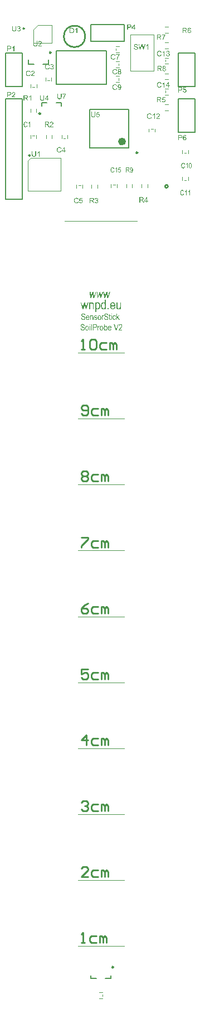
<source format=gto>
%FSLAX25Y25*%
%MOIN*%
G70*
G01*
G75*
%ADD10R,0.03937X0.02756*%
%ADD11R,0.02362X0.03937*%
%ADD12R,0.01969X0.03937*%
%ADD13R,0.02756X0.03937*%
%ADD14R,0.06299X0.07874*%
%ADD15O,0.02165X0.06496*%
%ADD16O,0.06496X0.02165*%
%ADD17R,0.02362X0.05118*%
%ADD18R,0.06299X0.02756*%
%ADD19R,0.02362X0.05906*%
%ADD20R,0.03150X0.09843*%
%ADD21R,0.03150X0.07480*%
%ADD22R,0.07480X0.03150*%
%ADD23C,0.00787*%
%ADD24C,0.07874*%
G04:AMPARAMS|DCode=25|XSize=78.74mil|YSize=78.74mil|CornerRadius=19.69mil|HoleSize=0mil|Usage=FLASHONLY|Rotation=270.000|XOffset=0mil|YOffset=0mil|HoleType=Round|Shape=RoundedRectangle|*
%AMROUNDEDRECTD25*
21,1,0.07874,0.03937,0,0,270.0*
21,1,0.03937,0.07874,0,0,270.0*
1,1,0.03937,-0.01969,-0.01969*
1,1,0.03937,-0.01969,0.01969*
1,1,0.03937,0.01969,0.01969*
1,1,0.03937,0.01969,-0.01969*
%
%ADD25ROUNDEDRECTD25*%
%ADD26C,0.07874*%
%ADD27C,0.05906*%
%ADD28R,0.05906X0.05906*%
%ADD29R,0.05906X0.05906*%
%ADD30C,0.04724*%
%ADD31C,0.02756*%
%ADD32R,0.04724X0.04724*%
%ADD33C,0.05906*%
%ADD34C,0.01000*%
%ADD35C,0.00984*%
%ADD36C,0.02362*%
%ADD37C,0.00394*%
G36*
X-796Y275643D02*
X-755Y275639D01*
X-706Y275635D01*
X-653Y275626D01*
X-595Y275618D01*
X-472Y275590D01*
X-407Y275569D01*
X-337Y275545D01*
X-271Y275516D01*
X-206Y275487D01*
X-140Y275446D01*
X-79Y275405D01*
X-75Y275401D01*
X-66Y275393D01*
X-46Y275380D01*
X-25Y275360D01*
X-1Y275335D01*
X32Y275307D01*
X65Y275270D01*
X102Y275229D01*
X139Y275184D01*
X176Y275134D01*
X213Y275077D01*
X249Y275020D01*
X286Y274954D01*
X319Y274884D01*
X352Y274806D01*
X377Y274729D01*
X-33Y274630D01*
Y274634D01*
X-38Y274647D01*
X-46Y274663D01*
X-54Y274688D01*
X-66Y274716D01*
X-79Y274749D01*
X-115Y274823D01*
X-161Y274905D01*
X-214Y274987D01*
X-280Y275065D01*
X-316Y275098D01*
X-353Y275130D01*
X-357D01*
X-362Y275139D01*
X-374Y275147D01*
X-390Y275155D01*
X-411Y275167D01*
X-435Y275180D01*
X-497Y275212D01*
X-575Y275241D01*
X-665Y275266D01*
X-767Y275282D01*
X-882Y275290D01*
X-919D01*
X-944Y275286D01*
X-972D01*
X-1009Y275282D01*
X-1050Y275274D01*
X-1095Y275270D01*
X-1190Y275249D01*
X-1292Y275217D01*
X-1395Y275171D01*
X-1444Y275147D01*
X-1493Y275114D01*
X-1497D01*
X-1505Y275106D01*
X-1518Y275098D01*
X-1534Y275081D01*
X-1575Y275044D01*
X-1624Y274991D01*
X-1682Y274925D01*
X-1739Y274843D01*
X-1792Y274753D01*
X-1833Y274647D01*
Y274642D01*
X-1837Y274634D01*
X-1842Y274618D01*
X-1850Y274597D01*
X-1858Y274569D01*
X-1866Y274536D01*
X-1874Y274499D01*
X-1883Y274462D01*
X-1899Y274368D01*
X-1915Y274265D01*
X-1928Y274155D01*
X-1932Y274040D01*
Y274036D01*
Y274023D01*
Y274003D01*
Y273974D01*
X-1928Y273937D01*
X-1924Y273896D01*
Y273851D01*
X-1915Y273802D01*
X-1903Y273691D01*
X-1883Y273576D01*
X-1854Y273453D01*
X-1817Y273339D01*
Y273335D01*
X-1813Y273326D01*
X-1805Y273310D01*
X-1792Y273289D01*
X-1780Y273265D01*
X-1768Y273236D01*
X-1727Y273171D01*
X-1674Y273097D01*
X-1612Y273023D01*
X-1538Y272953D01*
X-1452Y272892D01*
X-1448D01*
X-1440Y272884D01*
X-1428Y272880D01*
X-1407Y272867D01*
X-1386Y272859D01*
X-1358Y272847D01*
X-1292Y272818D01*
X-1210Y272789D01*
X-1120Y272769D01*
X-1022Y272752D01*
X-915Y272744D01*
X-882D01*
X-858Y272748D01*
X-825Y272752D01*
X-792Y272757D01*
X-751Y272761D01*
X-710Y272769D01*
X-616Y272793D01*
X-517Y272830D01*
X-464Y272851D01*
X-415Y272880D01*
X-366Y272908D01*
X-320Y272945D01*
X-316Y272949D01*
X-308Y272953D01*
X-296Y272966D01*
X-280Y272982D01*
X-263Y273003D01*
X-238Y273031D01*
X-214Y273060D01*
X-189Y273097D01*
X-161Y273134D01*
X-132Y273179D01*
X-107Y273228D01*
X-79Y273281D01*
X-54Y273343D01*
X-29Y273404D01*
X-9Y273470D01*
X12Y273544D01*
X430Y273437D01*
Y273433D01*
X422Y273417D01*
X413Y273388D01*
X405Y273351D01*
X389Y273310D01*
X368Y273261D01*
X348Y273207D01*
X319Y273146D01*
X290Y273084D01*
X253Y273019D01*
X217Y272957D01*
X172Y272892D01*
X126Y272826D01*
X73Y272765D01*
X16Y272707D01*
X-46Y272654D01*
X-50Y272650D01*
X-62Y272642D01*
X-79Y272629D01*
X-107Y272613D01*
X-140Y272592D01*
X-181Y272568D01*
X-226Y272547D01*
X-275Y272523D01*
X-337Y272494D01*
X-398Y272474D01*
X-468Y272449D01*
X-542Y272428D01*
X-620Y272412D01*
X-702Y272400D01*
X-788Y272392D01*
X-878Y272388D01*
X-927D01*
X-964Y272392D01*
X-1005Y272396D01*
X-1058Y272400D01*
X-1112Y272404D01*
X-1173Y272412D01*
X-1304Y272437D01*
X-1444Y272474D01*
X-1514Y272498D01*
X-1583Y272527D01*
X-1649Y272556D01*
X-1710Y272592D01*
X-1715Y272597D01*
X-1723Y272601D01*
X-1739Y272613D01*
X-1764Y272634D01*
X-1788Y272654D01*
X-1821Y272679D01*
X-1854Y272711D01*
X-1891Y272748D01*
X-1932Y272785D01*
X-1969Y272830D01*
X-2010Y272880D01*
X-2051Y272937D01*
X-2092Y272994D01*
X-2129Y273056D01*
X-2166Y273126D01*
X-2198Y273195D01*
Y273199D01*
X-2207Y273212D01*
X-2215Y273236D01*
X-2223Y273265D01*
X-2235Y273302D01*
X-2252Y273343D01*
X-2264Y273392D01*
X-2280Y273449D01*
X-2297Y273511D01*
X-2309Y273576D01*
X-2325Y273646D01*
X-2338Y273716D01*
X-2354Y273876D01*
X-2362Y274040D01*
Y274044D01*
Y274060D01*
Y274089D01*
X-2358Y274122D01*
Y274167D01*
X-2354Y274216D01*
X-2346Y274269D01*
X-2338Y274331D01*
X-2330Y274396D01*
X-2317Y274466D01*
X-2284Y274610D01*
X-2239Y274753D01*
X-2211Y274827D01*
X-2178Y274897D01*
X-2174Y274901D01*
X-2170Y274913D01*
X-2157Y274934D01*
X-2141Y274958D01*
X-2125Y274987D01*
X-2100Y275024D01*
X-2071Y275061D01*
X-2038Y275106D01*
X-1965Y275196D01*
X-1870Y275286D01*
X-1764Y275376D01*
X-1702Y275417D01*
X-1641Y275454D01*
X-1637Y275458D01*
X-1624Y275463D01*
X-1604Y275471D01*
X-1579Y275483D01*
X-1546Y275499D01*
X-1510Y275516D01*
X-1464Y275532D01*
X-1415Y275553D01*
X-1358Y275569D01*
X-1300Y275586D01*
X-1169Y275618D01*
X-1026Y275639D01*
X-952Y275647D01*
X-829D01*
X-796Y275643D01*
D02*
G37*
G36*
X24859Y343348D02*
X24884D01*
X24917Y343344D01*
X24991Y343332D01*
X25077Y343311D01*
X25171Y343283D01*
X25269Y343242D01*
X25368Y343184D01*
X25372D01*
X25380Y343176D01*
X25392Y343168D01*
X25409Y343156D01*
X25454Y343115D01*
X25511Y343065D01*
X25573Y342996D01*
X25638Y342918D01*
X25700Y342824D01*
X25753Y342713D01*
Y342709D01*
X25757Y342701D01*
X25765Y342680D01*
X25774Y342655D01*
X25786Y342623D01*
X25794Y342586D01*
X25806Y342541D01*
X25823Y342487D01*
X25835Y342426D01*
X25848Y342360D01*
X25856Y342290D01*
X25868Y342208D01*
X25876Y342122D01*
X25884Y342032D01*
X25888Y341934D01*
Y341827D01*
Y341819D01*
Y341803D01*
Y341770D01*
Y341729D01*
X25884Y341675D01*
X25880Y341618D01*
X25876Y341552D01*
X25872Y341479D01*
X25864Y341405D01*
X25856Y341327D01*
X25835Y341163D01*
X25802Y341007D01*
X25782Y340933D01*
X25757Y340864D01*
Y340860D01*
X25753Y340847D01*
X25745Y340831D01*
X25733Y340806D01*
X25720Y340774D01*
X25704Y340741D01*
X25659Y340663D01*
X25606Y340573D01*
X25536Y340482D01*
X25458Y340396D01*
X25364Y340318D01*
X25360D01*
X25351Y340310D01*
X25339Y340302D01*
X25319Y340290D01*
X25294Y340277D01*
X25265Y340261D01*
X25228Y340245D01*
X25192Y340228D01*
X25101Y340191D01*
X24999Y340163D01*
X24884Y340142D01*
X24823Y340138D01*
X24757Y340134D01*
X24720D01*
X24695Y340138D01*
X24663Y340142D01*
X24630Y340146D01*
X24589Y340150D01*
X24544Y340158D01*
X24449Y340183D01*
X24347Y340220D01*
X24298Y340245D01*
X24249Y340273D01*
X24199Y340302D01*
X24154Y340339D01*
X24150Y340343D01*
X24146Y340347D01*
X24134Y340359D01*
X24117Y340376D01*
X24097Y340396D01*
X24076Y340425D01*
X24056Y340454D01*
X24031Y340487D01*
X24007Y340527D01*
X23982Y340568D01*
X23961Y340618D01*
X23937Y340671D01*
X23916Y340724D01*
X23900Y340786D01*
X23888Y340847D01*
X23875Y340917D01*
X24249Y340946D01*
Y340942D01*
X24253Y340933D01*
Y340921D01*
X24257Y340905D01*
X24269Y340856D01*
X24290Y340802D01*
X24310Y340737D01*
X24343Y340675D01*
X24380Y340618D01*
X24425Y340568D01*
X24433Y340564D01*
X24449Y340552D01*
X24478Y340532D01*
X24519Y340511D01*
X24568Y340491D01*
X24626Y340470D01*
X24695Y340458D01*
X24769Y340454D01*
X24798D01*
X24831Y340458D01*
X24876Y340462D01*
X24921Y340474D01*
X24974Y340487D01*
X25027Y340507D01*
X25081Y340532D01*
X25085Y340536D01*
X25105Y340548D01*
X25130Y340564D01*
X25159Y340589D01*
X25196Y340622D01*
X25232Y340659D01*
X25269Y340700D01*
X25302Y340749D01*
X25306Y340757D01*
X25319Y340774D01*
X25331Y340806D01*
X25351Y340847D01*
X25376Y340901D01*
X25401Y340962D01*
X25425Y341036D01*
X25446Y341118D01*
Y341122D01*
X25450Y341130D01*
Y341143D01*
X25454Y341159D01*
X25458Y341179D01*
X25462Y341204D01*
X25474Y341266D01*
X25487Y341335D01*
X25495Y341417D01*
X25499Y341503D01*
X25503Y341593D01*
Y341598D01*
Y341614D01*
Y341638D01*
Y341671D01*
X25499Y341663D01*
X25483Y341643D01*
X25454Y341606D01*
X25417Y341565D01*
X25372Y341515D01*
X25319Y341466D01*
X25253Y341417D01*
X25183Y341372D01*
X25179D01*
X25175Y341368D01*
X25163Y341360D01*
X25146Y341356D01*
X25109Y341335D01*
X25052Y341315D01*
X24991Y341294D01*
X24917Y341274D01*
X24835Y341261D01*
X24749Y341257D01*
X24712D01*
X24683Y341261D01*
X24650Y341266D01*
X24609Y341274D01*
X24568Y341282D01*
X24519Y341294D01*
X24470Y341306D01*
X24417Y341327D01*
X24363Y341347D01*
X24306Y341376D01*
X24249Y341409D01*
X24195Y341446D01*
X24142Y341491D01*
X24089Y341540D01*
X24084Y341544D01*
X24076Y341552D01*
X24064Y341569D01*
X24048Y341593D01*
X24027Y341618D01*
X24002Y341655D01*
X23978Y341696D01*
X23953Y341741D01*
X23929Y341790D01*
X23904Y341848D01*
X23879Y341909D01*
X23859Y341975D01*
X23843Y342044D01*
X23830Y342122D01*
X23822Y342200D01*
X23818Y342286D01*
Y342290D01*
Y342307D01*
Y342331D01*
X23822Y342364D01*
X23826Y342405D01*
X23834Y342454D01*
X23843Y342508D01*
X23855Y342561D01*
X23888Y342684D01*
X23908Y342750D01*
X23937Y342815D01*
X23970Y342877D01*
X24007Y342942D01*
X24048Y343000D01*
X24097Y343057D01*
X24101Y343061D01*
X24109Y343070D01*
X24126Y343086D01*
X24146Y343102D01*
X24175Y343127D01*
X24207Y343151D01*
X24249Y343176D01*
X24294Y343205D01*
X24339Y343233D01*
X24396Y343258D01*
X24453Y343283D01*
X24515Y343307D01*
X24581Y343324D01*
X24654Y343340D01*
X24728Y343348D01*
X24806Y343352D01*
X24835D01*
X24859Y343348D01*
D02*
G37*
G36*
X48810Y344737D02*
X48851Y344733D01*
X48900Y344729D01*
X48954Y344721D01*
X49011Y344713D01*
X49134Y344684D01*
X49200Y344664D01*
X49269Y344639D01*
X49335Y344610D01*
X49401Y344582D01*
X49466Y344541D01*
X49528Y344500D01*
X49532Y344496D01*
X49540Y344487D01*
X49560Y344475D01*
X49581Y344455D01*
X49606Y344430D01*
X49638Y344401D01*
X49671Y344364D01*
X49708Y344323D01*
X49745Y344278D01*
X49782Y344229D01*
X49819Y344172D01*
X49856Y344114D01*
X49893Y344049D01*
X49925Y343979D01*
X49958Y343901D01*
X49983Y343823D01*
X49573Y343725D01*
Y343729D01*
X49569Y343741D01*
X49560Y343758D01*
X49552Y343782D01*
X49540Y343811D01*
X49528Y343844D01*
X49491Y343917D01*
X49446Y343999D01*
X49392Y344081D01*
X49327Y344159D01*
X49290Y344192D01*
X49253Y344225D01*
X49249D01*
X49245Y344233D01*
X49233Y344241D01*
X49216Y344250D01*
X49196Y344262D01*
X49171Y344274D01*
X49110Y344307D01*
X49032Y344336D01*
X48941Y344360D01*
X48839Y344377D01*
X48724Y344385D01*
X48687D01*
X48663Y344381D01*
X48634D01*
X48597Y344377D01*
X48556Y344368D01*
X48511Y344364D01*
X48417Y344344D01*
X48314Y344311D01*
X48212Y344266D01*
X48162Y344241D01*
X48113Y344209D01*
X48109D01*
X48101Y344200D01*
X48089Y344192D01*
X48072Y344176D01*
X48031Y344139D01*
X47982Y344086D01*
X47925Y344020D01*
X47867Y343938D01*
X47814Y343848D01*
X47773Y343741D01*
Y343737D01*
X47769Y343729D01*
X47765Y343712D01*
X47756Y343692D01*
X47748Y343663D01*
X47740Y343630D01*
X47732Y343594D01*
X47724Y343557D01*
X47707Y343462D01*
X47691Y343360D01*
X47679Y343249D01*
X47675Y343134D01*
Y343130D01*
Y343118D01*
Y343097D01*
Y343069D01*
X47679Y343032D01*
X47683Y342991D01*
Y342946D01*
X47691Y342897D01*
X47703Y342786D01*
X47724Y342671D01*
X47752Y342548D01*
X47789Y342433D01*
Y342429D01*
X47793Y342421D01*
X47802Y342405D01*
X47814Y342384D01*
X47826Y342359D01*
X47839Y342331D01*
X47879Y342265D01*
X47933Y342191D01*
X47994Y342118D01*
X48068Y342048D01*
X48154Y341986D01*
X48158D01*
X48166Y341978D01*
X48179Y341974D01*
X48199Y341962D01*
X48220Y341953D01*
X48248Y341941D01*
X48314Y341913D01*
X48396Y341884D01*
X48486Y341863D01*
X48585Y341847D01*
X48691Y341839D01*
X48724D01*
X48749Y341843D01*
X48781Y341847D01*
X48814Y341851D01*
X48855Y341855D01*
X48896Y341863D01*
X48991Y341888D01*
X49089Y341925D01*
X49142Y341945D01*
X49191Y341974D01*
X49241Y342003D01*
X49286Y342040D01*
X49290Y342044D01*
X49298Y342048D01*
X49310Y342060D01*
X49327Y342076D01*
X49343Y342097D01*
X49368Y342126D01*
X49392Y342154D01*
X49417Y342191D01*
X49446Y342228D01*
X49474Y342273D01*
X49499Y342322D01*
X49528Y342376D01*
X49552Y342437D01*
X49577Y342499D01*
X49597Y342564D01*
X49618Y342638D01*
X50036Y342532D01*
Y342528D01*
X50028Y342511D01*
X50020Y342482D01*
X50011Y342445D01*
X49995Y342405D01*
X49975Y342355D01*
X49954Y342302D01*
X49925Y342241D01*
X49897Y342179D01*
X49860Y342113D01*
X49823Y342052D01*
X49778Y341986D01*
X49733Y341921D01*
X49679Y341859D01*
X49622Y341802D01*
X49560Y341748D01*
X49556Y341744D01*
X49544Y341736D01*
X49528Y341724D01*
X49499Y341707D01*
X49466Y341687D01*
X49425Y341662D01*
X49380Y341642D01*
X49331Y341617D01*
X49269Y341589D01*
X49208Y341568D01*
X49138Y341544D01*
X49064Y341523D01*
X48987Y341507D01*
X48904Y341494D01*
X48818Y341486D01*
X48728Y341482D01*
X48679D01*
X48642Y341486D01*
X48601Y341490D01*
X48548Y341494D01*
X48494Y341498D01*
X48433Y341507D01*
X48302Y341531D01*
X48162Y341568D01*
X48093Y341593D01*
X48023Y341621D01*
X47957Y341650D01*
X47896Y341687D01*
X47892Y341691D01*
X47884Y341695D01*
X47867Y341707D01*
X47843Y341728D01*
X47818Y341748D01*
X47785Y341773D01*
X47752Y341806D01*
X47715Y341843D01*
X47675Y341880D01*
X47638Y341925D01*
X47597Y341974D01*
X47556Y342031D01*
X47515Y342089D01*
X47478Y342150D01*
X47441Y342220D01*
X47408Y342290D01*
Y342294D01*
X47400Y342306D01*
X47392Y342331D01*
X47383Y342359D01*
X47371Y342396D01*
X47355Y342437D01*
X47342Y342487D01*
X47326Y342544D01*
X47310Y342605D01*
X47297Y342671D01*
X47281Y342741D01*
X47269Y342810D01*
X47252Y342970D01*
X47244Y343134D01*
Y343138D01*
Y343155D01*
Y343183D01*
X47248Y343216D01*
Y343261D01*
X47252Y343311D01*
X47260Y343364D01*
X47269Y343425D01*
X47277Y343491D01*
X47289Y343561D01*
X47322Y343704D01*
X47367Y343848D01*
X47396Y343921D01*
X47429Y343991D01*
X47433Y343995D01*
X47437Y344008D01*
X47449Y344028D01*
X47465Y344053D01*
X47482Y344081D01*
X47506Y344118D01*
X47535Y344155D01*
X47568Y344200D01*
X47642Y344290D01*
X47736Y344381D01*
X47843Y344471D01*
X47904Y344512D01*
X47966Y344549D01*
X47970Y344553D01*
X47982Y344557D01*
X48002Y344565D01*
X48027Y344578D01*
X48060Y344594D01*
X48097Y344610D01*
X48142Y344627D01*
X48191Y344647D01*
X48248Y344664D01*
X48306Y344680D01*
X48437Y344713D01*
X48581Y344733D01*
X48654Y344742D01*
X48777D01*
X48810Y344737D01*
D02*
G37*
G36*
X2726Y275184D02*
X1467D01*
X1299Y274331D01*
X1303Y274335D01*
X1311Y274339D01*
X1328Y274351D01*
X1348Y274364D01*
X1373Y274376D01*
X1406Y274396D01*
X1438Y274413D01*
X1479Y274433D01*
X1570Y274470D01*
X1668Y274499D01*
X1779Y274524D01*
X1836Y274528D01*
X1894Y274532D01*
X1935D01*
X1963Y274528D01*
X1996Y274524D01*
X2037Y274515D01*
X2082Y274507D01*
X2135Y274495D01*
X2189Y274483D01*
X2242Y274462D01*
X2299Y274437D01*
X2361Y274413D01*
X2418Y274376D01*
X2476Y274339D01*
X2533Y274294D01*
X2586Y274245D01*
X2591Y274241D01*
X2599Y274233D01*
X2611Y274216D01*
X2631Y274191D01*
X2652Y274163D01*
X2677Y274130D01*
X2705Y274089D01*
X2730Y274044D01*
X2759Y273995D01*
X2783Y273937D01*
X2808Y273880D01*
X2828Y273814D01*
X2849Y273741D01*
X2861Y273667D01*
X2869Y273589D01*
X2873Y273507D01*
Y273503D01*
Y273486D01*
Y273466D01*
X2869Y273437D01*
X2865Y273400D01*
X2861Y273355D01*
X2853Y273306D01*
X2841Y273257D01*
X2812Y273138D01*
X2791Y273076D01*
X2767Y273015D01*
X2738Y272953D01*
X2705Y272892D01*
X2668Y272830D01*
X2623Y272769D01*
X2619Y272765D01*
X2611Y272752D01*
X2591Y272732D01*
X2566Y272711D01*
X2537Y272679D01*
X2500Y272650D01*
X2455Y272613D01*
X2406Y272580D01*
X2349Y272543D01*
X2287Y272506D01*
X2221Y272478D01*
X2148Y272449D01*
X2066Y272424D01*
X1980Y272404D01*
X1889Y272392D01*
X1795Y272388D01*
X1754D01*
X1725Y272392D01*
X1688Y272396D01*
X1643Y272400D01*
X1598Y272408D01*
X1545Y272416D01*
X1434Y272445D01*
X1377Y272465D01*
X1319Y272490D01*
X1258Y272515D01*
X1201Y272547D01*
X1147Y272584D01*
X1094Y272625D01*
X1090Y272629D01*
X1082Y272638D01*
X1069Y272650D01*
X1053Y272670D01*
X1028Y272695D01*
X1008Y272724D01*
X979Y272757D01*
X955Y272797D01*
X926Y272838D01*
X901Y272888D01*
X873Y272941D01*
X852Y272998D01*
X828Y273060D01*
X811Y273121D01*
X795Y273191D01*
X786Y273265D01*
X1192Y273294D01*
Y273289D01*
X1197Y273281D01*
Y273265D01*
X1201Y273244D01*
X1209Y273220D01*
X1217Y273191D01*
X1233Y273130D01*
X1262Y273056D01*
X1299Y272982D01*
X1344Y272912D01*
X1397Y272851D01*
X1406Y272847D01*
X1426Y272830D01*
X1463Y272806D01*
X1508Y272781D01*
X1565Y272752D01*
X1635Y272732D01*
X1709Y272715D01*
X1795Y272707D01*
X1824D01*
X1844Y272711D01*
X1865Y272715D01*
X1894Y272720D01*
X1959Y272732D01*
X2037Y272757D01*
X2115Y272797D01*
X2156Y272818D01*
X2197Y272847D01*
X2234Y272880D01*
X2271Y272916D01*
X2275Y272920D01*
X2279Y272925D01*
X2287Y272937D01*
X2299Y272953D01*
X2316Y272974D01*
X2332Y273003D01*
X2349Y273031D01*
X2369Y273064D01*
X2402Y273146D01*
X2435Y273240D01*
X2455Y273351D01*
X2463Y273408D01*
Y273474D01*
Y273478D01*
Y273490D01*
Y273507D01*
X2459Y273527D01*
Y273556D01*
X2455Y273589D01*
X2439Y273663D01*
X2418Y273749D01*
X2386Y273835D01*
X2340Y273921D01*
X2312Y273962D01*
X2279Y273999D01*
Y274003D01*
X2271Y274007D01*
X2258Y274015D01*
X2246Y274027D01*
X2205Y274060D01*
X2148Y274097D01*
X2078Y274130D01*
X1996Y274163D01*
X1898Y274183D01*
X1848Y274191D01*
X1758D01*
X1725Y274187D01*
X1676Y274179D01*
X1627Y274171D01*
X1570Y274155D01*
X1508Y274130D01*
X1451Y274101D01*
X1443Y274097D01*
X1426Y274085D01*
X1402Y274068D01*
X1369Y274040D01*
X1332Y274011D01*
X1291Y273970D01*
X1254Y273929D01*
X1221Y273880D01*
X856Y273933D01*
X1160Y275553D01*
X2726D01*
Y275184D01*
D02*
G37*
G36*
X22235Y352611D02*
X22276Y352607D01*
X22326Y352603D01*
X22379Y352595D01*
X22436Y352587D01*
X22559Y352558D01*
X22625Y352538D01*
X22695Y352513D01*
X22760Y352484D01*
X22826Y352456D01*
X22891Y352415D01*
X22953Y352374D01*
X22957Y352369D01*
X22965Y352361D01*
X22986Y352349D01*
X23006Y352328D01*
X23031Y352304D01*
X23064Y352275D01*
X23096Y352238D01*
X23133Y352197D01*
X23170Y352152D01*
X23207Y352103D01*
X23244Y352046D01*
X23281Y351988D01*
X23318Y351923D01*
X23351Y351853D01*
X23383Y351775D01*
X23408Y351697D01*
X22998Y351599D01*
Y351603D01*
X22994Y351615D01*
X22986Y351631D01*
X22977Y351656D01*
X22965Y351685D01*
X22953Y351718D01*
X22916Y351791D01*
X22871Y351873D01*
X22818Y351955D01*
X22752Y352033D01*
X22715Y352066D01*
X22678Y352099D01*
X22674D01*
X22670Y352107D01*
X22658Y352115D01*
X22641Y352123D01*
X22621Y352136D01*
X22596Y352148D01*
X22535Y352181D01*
X22457Y352210D01*
X22367Y352234D01*
X22264Y352251D01*
X22149Y352259D01*
X22112D01*
X22088Y352255D01*
X22059D01*
X22022Y352251D01*
X21981Y352242D01*
X21936Y352238D01*
X21842Y352218D01*
X21739Y352185D01*
X21637Y352140D01*
X21588Y352115D01*
X21538Y352082D01*
X21534D01*
X21526Y352074D01*
X21514Y352066D01*
X21497Y352050D01*
X21456Y352013D01*
X21407Y351959D01*
X21350Y351894D01*
X21292Y351812D01*
X21239Y351722D01*
X21198Y351615D01*
Y351611D01*
X21194Y351603D01*
X21190Y351586D01*
X21182Y351566D01*
X21173Y351537D01*
X21165Y351504D01*
X21157Y351467D01*
X21149Y351431D01*
X21133Y351336D01*
X21116Y351234D01*
X21104Y351123D01*
X21100Y351008D01*
Y351004D01*
Y350992D01*
Y350971D01*
Y350943D01*
X21104Y350906D01*
X21108Y350865D01*
Y350820D01*
X21116Y350770D01*
X21128Y350660D01*
X21149Y350545D01*
X21178Y350422D01*
X21215Y350307D01*
Y350303D01*
X21219Y350295D01*
X21227Y350278D01*
X21239Y350258D01*
X21251Y350233D01*
X21264Y350205D01*
X21305Y350139D01*
X21358Y350065D01*
X21419Y349991D01*
X21493Y349922D01*
X21579Y349860D01*
X21584D01*
X21592Y349852D01*
X21604Y349848D01*
X21624Y349836D01*
X21645Y349828D01*
X21674Y349815D01*
X21739Y349786D01*
X21821Y349758D01*
X21912Y349737D01*
X22010Y349721D01*
X22117Y349713D01*
X22149D01*
X22174Y349717D01*
X22207Y349721D01*
X22240Y349725D01*
X22280Y349729D01*
X22321Y349737D01*
X22416Y349762D01*
X22514Y349799D01*
X22568Y349819D01*
X22617Y349848D01*
X22666Y349877D01*
X22711Y349914D01*
X22715Y349918D01*
X22723Y349922D01*
X22736Y349934D01*
X22752Y349951D01*
X22768Y349971D01*
X22793Y350000D01*
X22818Y350028D01*
X22842Y350065D01*
X22871Y350102D01*
X22900Y350147D01*
X22924Y350197D01*
X22953Y350250D01*
X22977Y350311D01*
X23002Y350373D01*
X23023Y350438D01*
X23043Y350512D01*
X23461Y350406D01*
Y350401D01*
X23453Y350385D01*
X23445Y350356D01*
X23437Y350320D01*
X23420Y350278D01*
X23400Y350229D01*
X23379Y350176D01*
X23351Y350114D01*
X23322Y350053D01*
X23285Y349987D01*
X23248Y349926D01*
X23203Y349860D01*
X23158Y349795D01*
X23105Y349733D01*
X23047Y349676D01*
X22986Y349623D01*
X22982Y349618D01*
X22969Y349610D01*
X22953Y349598D01*
X22924Y349582D01*
X22891Y349561D01*
X22850Y349536D01*
X22805Y349516D01*
X22756Y349491D01*
X22695Y349463D01*
X22633Y349442D01*
X22563Y349417D01*
X22490Y349397D01*
X22412Y349381D01*
X22330Y349368D01*
X22244Y349360D01*
X22153Y349356D01*
X22104D01*
X22067Y349360D01*
X22026Y349364D01*
X21973Y349368D01*
X21920Y349372D01*
X21858Y349381D01*
X21727Y349405D01*
X21588Y349442D01*
X21518Y349467D01*
X21448Y349495D01*
X21383Y349524D01*
X21321Y349561D01*
X21317Y349565D01*
X21309Y349569D01*
X21292Y349582D01*
X21268Y349602D01*
X21243Y349623D01*
X21210Y349647D01*
X21178Y349680D01*
X21141Y349717D01*
X21100Y349754D01*
X21063Y349799D01*
X21022Y349848D01*
X20981Y349905D01*
X20940Y349963D01*
X20903Y350024D01*
X20866Y350094D01*
X20833Y350164D01*
Y350168D01*
X20825Y350180D01*
X20817Y350205D01*
X20809Y350233D01*
X20796Y350270D01*
X20780Y350311D01*
X20768Y350360D01*
X20751Y350418D01*
X20735Y350479D01*
X20722Y350545D01*
X20706Y350615D01*
X20694Y350684D01*
X20677Y350844D01*
X20669Y351008D01*
Y351012D01*
Y351029D01*
Y351058D01*
X20673Y351090D01*
Y351135D01*
X20677Y351185D01*
X20686Y351238D01*
X20694Y351299D01*
X20702Y351365D01*
X20714Y351435D01*
X20747Y351578D01*
X20792Y351722D01*
X20821Y351796D01*
X20854Y351865D01*
X20858Y351869D01*
X20862Y351882D01*
X20874Y351902D01*
X20891Y351927D01*
X20907Y351955D01*
X20932Y351992D01*
X20960Y352029D01*
X20993Y352074D01*
X21067Y352165D01*
X21161Y352255D01*
X21268Y352345D01*
X21329Y352386D01*
X21391Y352423D01*
X21395Y352427D01*
X21407Y352431D01*
X21428Y352439D01*
X21452Y352451D01*
X21485Y352468D01*
X21522Y352484D01*
X21567Y352501D01*
X21616Y352521D01*
X21674Y352538D01*
X21731Y352554D01*
X21862Y352587D01*
X22006Y352607D01*
X22080Y352615D01*
X22203D01*
X22235Y352611D01*
D02*
G37*
G36*
X51848Y360236D02*
X51463D01*
Y362700D01*
X51455Y362696D01*
X51438Y362680D01*
X51406Y362651D01*
X51364Y362618D01*
X51311Y362577D01*
X51246Y362532D01*
X51176Y362483D01*
X51094Y362434D01*
X51090D01*
X51086Y362430D01*
X51073Y362421D01*
X51057Y362413D01*
X51012Y362389D01*
X50959Y362360D01*
X50897Y362327D01*
X50827Y362294D01*
X50758Y362262D01*
X50688Y362233D01*
Y362610D01*
X50692D01*
X50704Y362618D01*
X50721Y362626D01*
X50741Y362639D01*
X50770Y362651D01*
X50803Y362671D01*
X50881Y362713D01*
X50967Y362766D01*
X51065Y362831D01*
X51160Y362901D01*
X51254Y362979D01*
X51258Y362983D01*
X51266Y362987D01*
X51278Y363000D01*
X51295Y363016D01*
X51336Y363057D01*
X51389Y363114D01*
X51442Y363176D01*
X51500Y363250D01*
X51553Y363323D01*
X51598Y363401D01*
X51848D01*
Y360236D01*
D02*
G37*
G36*
X22235Y343389D02*
X22276Y343385D01*
X22326Y343381D01*
X22379Y343373D01*
X22436Y343365D01*
X22559Y343336D01*
X22625Y343316D01*
X22695Y343291D01*
X22760Y343262D01*
X22826Y343233D01*
X22891Y343193D01*
X22953Y343151D01*
X22957Y343147D01*
X22965Y343139D01*
X22986Y343127D01*
X23006Y343106D01*
X23031Y343082D01*
X23064Y343053D01*
X23096Y343016D01*
X23133Y342975D01*
X23170Y342930D01*
X23207Y342881D01*
X23244Y342824D01*
X23281Y342766D01*
X23318Y342701D01*
X23351Y342631D01*
X23383Y342553D01*
X23408Y342475D01*
X22998Y342376D01*
Y342381D01*
X22994Y342393D01*
X22986Y342409D01*
X22977Y342434D01*
X22965Y342463D01*
X22953Y342495D01*
X22916Y342569D01*
X22871Y342651D01*
X22818Y342733D01*
X22752Y342811D01*
X22715Y342844D01*
X22678Y342877D01*
X22674D01*
X22670Y342885D01*
X22658Y342893D01*
X22641Y342901D01*
X22621Y342914D01*
X22596Y342926D01*
X22535Y342959D01*
X22457Y342987D01*
X22367Y343012D01*
X22264Y343028D01*
X22149Y343037D01*
X22112D01*
X22088Y343033D01*
X22059D01*
X22022Y343028D01*
X21981Y343020D01*
X21936Y343016D01*
X21842Y342996D01*
X21739Y342963D01*
X21637Y342918D01*
X21588Y342893D01*
X21538Y342860D01*
X21534D01*
X21526Y342852D01*
X21514Y342844D01*
X21497Y342828D01*
X21456Y342791D01*
X21407Y342737D01*
X21350Y342672D01*
X21292Y342590D01*
X21239Y342499D01*
X21198Y342393D01*
Y342389D01*
X21194Y342381D01*
X21190Y342364D01*
X21182Y342344D01*
X21173Y342315D01*
X21165Y342282D01*
X21157Y342245D01*
X21149Y342208D01*
X21133Y342114D01*
X21116Y342012D01*
X21104Y341901D01*
X21100Y341786D01*
Y341782D01*
Y341770D01*
Y341749D01*
Y341721D01*
X21104Y341684D01*
X21108Y341643D01*
Y341598D01*
X21116Y341548D01*
X21128Y341438D01*
X21149Y341323D01*
X21178Y341200D01*
X21215Y341085D01*
Y341081D01*
X21219Y341073D01*
X21227Y341056D01*
X21239Y341036D01*
X21251Y341011D01*
X21264Y340983D01*
X21305Y340917D01*
X21358Y340843D01*
X21419Y340769D01*
X21493Y340700D01*
X21579Y340638D01*
X21584D01*
X21592Y340630D01*
X21604Y340626D01*
X21624Y340614D01*
X21645Y340605D01*
X21674Y340593D01*
X21739Y340564D01*
X21821Y340536D01*
X21912Y340515D01*
X22010Y340499D01*
X22117Y340491D01*
X22149D01*
X22174Y340495D01*
X22207Y340499D01*
X22240Y340503D01*
X22280Y340507D01*
X22321Y340515D01*
X22416Y340540D01*
X22514Y340577D01*
X22568Y340597D01*
X22617Y340626D01*
X22666Y340655D01*
X22711Y340691D01*
X22715Y340696D01*
X22723Y340700D01*
X22736Y340712D01*
X22752Y340728D01*
X22768Y340749D01*
X22793Y340778D01*
X22818Y340806D01*
X22842Y340843D01*
X22871Y340880D01*
X22900Y340925D01*
X22924Y340974D01*
X22953Y341028D01*
X22977Y341089D01*
X23002Y341151D01*
X23023Y341216D01*
X23043Y341290D01*
X23461Y341183D01*
Y341179D01*
X23453Y341163D01*
X23445Y341134D01*
X23437Y341097D01*
X23420Y341056D01*
X23400Y341007D01*
X23379Y340954D01*
X23351Y340892D01*
X23322Y340831D01*
X23285Y340765D01*
X23248Y340704D01*
X23203Y340638D01*
X23158Y340573D01*
X23105Y340511D01*
X23047Y340454D01*
X22986Y340400D01*
X22982Y340396D01*
X22969Y340388D01*
X22953Y340376D01*
X22924Y340359D01*
X22891Y340339D01*
X22850Y340314D01*
X22805Y340294D01*
X22756Y340269D01*
X22695Y340241D01*
X22633Y340220D01*
X22563Y340195D01*
X22490Y340175D01*
X22412Y340158D01*
X22330Y340146D01*
X22244Y340138D01*
X22153Y340134D01*
X22104D01*
X22067Y340138D01*
X22026Y340142D01*
X21973Y340146D01*
X21920Y340150D01*
X21858Y340158D01*
X21727Y340183D01*
X21588Y340220D01*
X21518Y340245D01*
X21448Y340273D01*
X21383Y340302D01*
X21321Y340339D01*
X21317Y340343D01*
X21309Y340347D01*
X21292Y340359D01*
X21268Y340380D01*
X21243Y340400D01*
X21210Y340425D01*
X21178Y340458D01*
X21141Y340495D01*
X21100Y340532D01*
X21063Y340577D01*
X21022Y340626D01*
X20981Y340683D01*
X20940Y340741D01*
X20903Y340802D01*
X20866Y340872D01*
X20833Y340942D01*
Y340946D01*
X20825Y340958D01*
X20817Y340983D01*
X20809Y341011D01*
X20796Y341048D01*
X20780Y341089D01*
X20768Y341138D01*
X20751Y341196D01*
X20735Y341257D01*
X20722Y341323D01*
X20706Y341392D01*
X20694Y341462D01*
X20677Y341622D01*
X20669Y341786D01*
Y341790D01*
Y341807D01*
Y341835D01*
X20673Y341868D01*
Y341913D01*
X20677Y341962D01*
X20686Y342016D01*
X20694Y342077D01*
X20702Y342143D01*
X20714Y342213D01*
X20747Y342356D01*
X20792Y342499D01*
X20821Y342573D01*
X20854Y342643D01*
X20858Y342647D01*
X20862Y342659D01*
X20874Y342680D01*
X20891Y342705D01*
X20907Y342733D01*
X20932Y342770D01*
X20960Y342807D01*
X20993Y342852D01*
X21067Y342942D01*
X21161Y343033D01*
X21268Y343123D01*
X21329Y343164D01*
X21391Y343201D01*
X21395Y343205D01*
X21407Y343209D01*
X21428Y343217D01*
X21452Y343229D01*
X21485Y343246D01*
X21522Y343262D01*
X21567Y343279D01*
X21616Y343299D01*
X21674Y343316D01*
X21731Y343332D01*
X21862Y343365D01*
X22006Y343385D01*
X22080Y343393D01*
X22203D01*
X22235Y343389D01*
D02*
G37*
G36*
X24913Y352570D02*
X24946Y352566D01*
X24986Y352562D01*
X25032Y352554D01*
X25081Y352546D01*
X25187Y352517D01*
X25241Y352497D01*
X25298Y352472D01*
X25351Y352443D01*
X25409Y352415D01*
X25458Y352374D01*
X25507Y352333D01*
X25511Y352328D01*
X25519Y352320D01*
X25532Y352308D01*
X25548Y352292D01*
X25565Y352267D01*
X25589Y352238D01*
X25610Y352205D01*
X25634Y352173D01*
X25679Y352087D01*
X25720Y351988D01*
X25737Y351931D01*
X25749Y351873D01*
X25757Y351812D01*
X25761Y351750D01*
Y351746D01*
Y351742D01*
Y351730D01*
Y351713D01*
X25757Y351673D01*
X25745Y351619D01*
X25733Y351558D01*
X25712Y351496D01*
X25684Y351431D01*
X25642Y351365D01*
X25638Y351357D01*
X25622Y351340D01*
X25593Y351312D01*
X25556Y351275D01*
X25507Y351234D01*
X25446Y351193D01*
X25376Y351152D01*
X25294Y351115D01*
X25298D01*
X25306Y351111D01*
X25323Y351107D01*
X25343Y351098D01*
X25368Y351086D01*
X25392Y351074D01*
X25458Y351041D01*
X25532Y351000D01*
X25606Y350947D01*
X25675Y350885D01*
X25737Y350812D01*
Y350807D01*
X25745Y350803D01*
X25749Y350791D01*
X25761Y350775D01*
X25774Y350754D01*
X25786Y350729D01*
X25815Y350672D01*
X25839Y350598D01*
X25864Y350512D01*
X25880Y350414D01*
X25888Y350307D01*
Y350303D01*
Y350291D01*
Y350270D01*
X25884Y350242D01*
X25880Y350205D01*
X25872Y350164D01*
X25864Y350123D01*
X25852Y350074D01*
X25839Y350020D01*
X25819Y349967D01*
X25794Y349909D01*
X25770Y349852D01*
X25733Y349795D01*
X25696Y349737D01*
X25651Y349684D01*
X25602Y349631D01*
X25597Y349627D01*
X25589Y349618D01*
X25573Y349606D01*
X25548Y349590D01*
X25519Y349565D01*
X25487Y349545D01*
X25446Y349520D01*
X25401Y349495D01*
X25347Y349467D01*
X25294Y349442D01*
X25232Y349422D01*
X25163Y349401D01*
X25093Y349381D01*
X25015Y349368D01*
X24937Y349360D01*
X24851Y349356D01*
X24806D01*
X24773Y349360D01*
X24732Y349364D01*
X24687Y349372D01*
X24638Y349381D01*
X24581Y349389D01*
X24462Y349422D01*
X24400Y349446D01*
X24335Y349471D01*
X24273Y349504D01*
X24212Y349540D01*
X24154Y349582D01*
X24097Y349631D01*
X24093Y349635D01*
X24084Y349643D01*
X24072Y349659D01*
X24052Y349680D01*
X24031Y349709D01*
X24007Y349741D01*
X23982Y349778D01*
X23957Y349819D01*
X23929Y349868D01*
X23904Y349918D01*
X23879Y349975D01*
X23859Y350037D01*
X23839Y350102D01*
X23826Y350172D01*
X23818Y350246D01*
X23814Y350320D01*
Y350324D01*
Y350332D01*
Y350348D01*
X23818Y350373D01*
Y350397D01*
X23822Y350426D01*
X23834Y350500D01*
X23851Y350582D01*
X23879Y350664D01*
X23916Y350750D01*
X23970Y350832D01*
Y350836D01*
X23978Y350840D01*
X23998Y350865D01*
X24035Y350902D01*
X24084Y350947D01*
X24146Y350992D01*
X24224Y351041D01*
X24310Y351082D01*
X24412Y351115D01*
X24408D01*
X24400Y351119D01*
X24388Y351123D01*
X24372Y351131D01*
X24330Y351152D01*
X24277Y351181D01*
X24220Y351217D01*
X24158Y351258D01*
X24105Y351312D01*
X24056Y351369D01*
X24052Y351377D01*
X24039Y351398D01*
X24019Y351435D01*
X23998Y351480D01*
X23978Y351537D01*
X23957Y351603D01*
X23945Y351677D01*
X23941Y351759D01*
Y351763D01*
Y351775D01*
Y351791D01*
X23945Y351816D01*
X23949Y351845D01*
X23953Y351882D01*
X23974Y351959D01*
X24002Y352050D01*
X24023Y352099D01*
X24044Y352148D01*
X24072Y352197D01*
X24105Y352246D01*
X24142Y352292D01*
X24187Y352337D01*
X24191Y352341D01*
X24199Y352349D01*
X24212Y352357D01*
X24232Y352374D01*
X24257Y352390D01*
X24285Y352411D01*
X24322Y352435D01*
X24363Y352456D01*
X24404Y352476D01*
X24453Y352501D01*
X24511Y352521D01*
X24568Y352538D01*
X24630Y352554D01*
X24695Y352566D01*
X24769Y352570D01*
X24843Y352574D01*
X24884D01*
X24913Y352570D01*
D02*
G37*
G36*
X-11032Y305958D02*
X-10991Y305954D01*
X-10942Y305950D01*
X-10889Y305942D01*
X-10831Y305933D01*
X-10708Y305905D01*
X-10643Y305884D01*
X-10573Y305859D01*
X-10508Y305831D01*
X-10442Y305802D01*
X-10376Y305761D01*
X-10315Y305720D01*
X-10311Y305716D01*
X-10302Y305708D01*
X-10282Y305696D01*
X-10261Y305675D01*
X-10237Y305650D01*
X-10204Y305622D01*
X-10171Y305585D01*
X-10134Y305544D01*
X-10097Y305499D01*
X-10061Y305450D01*
X-10024Y305392D01*
X-9987Y305335D01*
X-9950Y305269D01*
X-9917Y305199D01*
X-9884Y305121D01*
X-9860Y305044D01*
X-10270Y304945D01*
Y304949D01*
X-10274Y304962D01*
X-10282Y304978D01*
X-10290Y305003D01*
X-10302Y305031D01*
X-10315Y305064D01*
X-10352Y305138D01*
X-10397Y305220D01*
X-10450Y305302D01*
X-10516Y305380D01*
X-10553Y305413D01*
X-10589Y305445D01*
X-10594D01*
X-10598Y305454D01*
X-10610Y305462D01*
X-10626Y305470D01*
X-10647Y305482D01*
X-10672Y305495D01*
X-10733Y305527D01*
X-10811Y305556D01*
X-10901Y305581D01*
X-11004Y305597D01*
X-11118Y305605D01*
X-11155D01*
X-11180Y305601D01*
X-11209D01*
X-11246Y305597D01*
X-11287Y305589D01*
X-11332Y305585D01*
X-11426Y305564D01*
X-11528Y305532D01*
X-11631Y305486D01*
X-11680Y305462D01*
X-11729Y305429D01*
X-11733D01*
X-11742Y305421D01*
X-11754Y305413D01*
X-11770Y305396D01*
X-11811Y305359D01*
X-11861Y305306D01*
X-11918Y305240D01*
X-11975Y305158D01*
X-12029Y305068D01*
X-12070Y304962D01*
Y304958D01*
X-12074Y304949D01*
X-12078Y304933D01*
X-12086Y304912D01*
X-12094Y304884D01*
X-12102Y304851D01*
X-12111Y304814D01*
X-12119Y304777D01*
X-12135Y304683D01*
X-12152Y304580D01*
X-12164Y304470D01*
X-12168Y304355D01*
Y304351D01*
Y304338D01*
Y304318D01*
Y304289D01*
X-12164Y304252D01*
X-12160Y304211D01*
Y304166D01*
X-12152Y304117D01*
X-12139Y304006D01*
X-12119Y303891D01*
X-12090Y303768D01*
X-12053Y303654D01*
Y303650D01*
X-12049Y303641D01*
X-12041Y303625D01*
X-12029Y303605D01*
X-12016Y303580D01*
X-12004Y303551D01*
X-11963Y303486D01*
X-11910Y303412D01*
X-11848Y303338D01*
X-11774Y303268D01*
X-11688Y303207D01*
X-11684D01*
X-11676Y303199D01*
X-11664Y303194D01*
X-11643Y303182D01*
X-11623Y303174D01*
X-11594Y303162D01*
X-11528Y303133D01*
X-11446Y303104D01*
X-11356Y303084D01*
X-11258Y303067D01*
X-11151Y303059D01*
X-11118D01*
X-11094Y303063D01*
X-11061Y303067D01*
X-11028Y303071D01*
X-10987Y303076D01*
X-10946Y303084D01*
X-10852Y303108D01*
X-10753Y303145D01*
X-10700Y303166D01*
X-10651Y303194D01*
X-10602Y303223D01*
X-10557Y303260D01*
X-10553Y303264D01*
X-10544Y303268D01*
X-10532Y303281D01*
X-10516Y303297D01*
X-10499Y303317D01*
X-10475Y303346D01*
X-10450Y303375D01*
X-10425Y303412D01*
X-10397Y303449D01*
X-10368Y303494D01*
X-10344Y303543D01*
X-10315Y303596D01*
X-10290Y303658D01*
X-10266Y303719D01*
X-10245Y303785D01*
X-10225Y303859D01*
X-9806Y303752D01*
Y303748D01*
X-9815Y303732D01*
X-9823Y303703D01*
X-9831Y303666D01*
X-9847Y303625D01*
X-9868Y303576D01*
X-9888Y303522D01*
X-9917Y303461D01*
X-9946Y303399D01*
X-9983Y303334D01*
X-10020Y303272D01*
X-10065Y303207D01*
X-10110Y303141D01*
X-10163Y303080D01*
X-10221Y303022D01*
X-10282Y302969D01*
X-10286Y302965D01*
X-10298Y302957D01*
X-10315Y302944D01*
X-10344Y302928D01*
X-10376Y302907D01*
X-10417Y302883D01*
X-10462Y302862D01*
X-10512Y302838D01*
X-10573Y302809D01*
X-10635Y302789D01*
X-10704Y302764D01*
X-10778Y302744D01*
X-10856Y302727D01*
X-10938Y302715D01*
X-11024Y302707D01*
X-11114Y302702D01*
X-11163D01*
X-11200Y302707D01*
X-11241Y302711D01*
X-11295Y302715D01*
X-11348Y302719D01*
X-11410Y302727D01*
X-11541Y302752D01*
X-11680Y302789D01*
X-11750Y302813D01*
X-11819Y302842D01*
X-11885Y302871D01*
X-11947Y302907D01*
X-11951Y302912D01*
X-11959Y302916D01*
X-11975Y302928D01*
X-12000Y302948D01*
X-12025Y302969D01*
X-12057Y302994D01*
X-12090Y303026D01*
X-12127Y303063D01*
X-12168Y303100D01*
X-12205Y303145D01*
X-12246Y303194D01*
X-12287Y303252D01*
X-12328Y303309D01*
X-12365Y303371D01*
X-12402Y303440D01*
X-12434Y303510D01*
Y303514D01*
X-12443Y303527D01*
X-12451Y303551D01*
X-12459Y303580D01*
X-12471Y303617D01*
X-12488Y303658D01*
X-12500Y303707D01*
X-12517Y303764D01*
X-12533Y303826D01*
X-12545Y303891D01*
X-12562Y303961D01*
X-12574Y304031D01*
X-12590Y304191D01*
X-12598Y304355D01*
Y304359D01*
Y304375D01*
Y304404D01*
X-12594Y304437D01*
Y304482D01*
X-12590Y304531D01*
X-12582Y304584D01*
X-12574Y304646D01*
X-12566Y304712D01*
X-12553Y304781D01*
X-12521Y304925D01*
X-12476Y305068D01*
X-12447Y305142D01*
X-12414Y305212D01*
X-12410Y305216D01*
X-12406Y305228D01*
X-12393Y305249D01*
X-12377Y305273D01*
X-12361Y305302D01*
X-12336Y305339D01*
X-12307Y305376D01*
X-12275Y305421D01*
X-12201Y305511D01*
X-12106Y305601D01*
X-12000Y305691D01*
X-11938Y305732D01*
X-11877Y305769D01*
X-11873Y305773D01*
X-11861Y305778D01*
X-11840Y305786D01*
X-11815Y305798D01*
X-11783Y305814D01*
X-11746Y305831D01*
X-11701Y305847D01*
X-11651Y305868D01*
X-11594Y305884D01*
X-11537Y305901D01*
X-11405Y305933D01*
X-11262Y305954D01*
X-11188Y305962D01*
X-11065D01*
X-11032Y305958D01*
D02*
G37*
G36*
X45943Y322834D02*
X45557D01*
Y325299D01*
X45549Y325294D01*
X45533Y325278D01*
X45500Y325249D01*
X45459Y325217D01*
X45406Y325176D01*
X45340Y325131D01*
X45270Y325081D01*
X45188Y325032D01*
X45184D01*
X45180Y325028D01*
X45168Y325020D01*
X45151Y325012D01*
X45106Y324987D01*
X45053Y324958D01*
X44992Y324925D01*
X44922Y324893D01*
X44852Y324860D01*
X44783Y324831D01*
Y325208D01*
X44787D01*
X44799Y325217D01*
X44815Y325225D01*
X44836Y325237D01*
X44864Y325249D01*
X44897Y325270D01*
X44975Y325311D01*
X45061Y325364D01*
X45160Y325430D01*
X45254Y325500D01*
X45348Y325577D01*
X45352Y325582D01*
X45361Y325586D01*
X45373Y325598D01*
X45389Y325614D01*
X45430Y325655D01*
X45484Y325713D01*
X45537Y325774D01*
X45594Y325848D01*
X45648Y325922D01*
X45693Y326000D01*
X45943D01*
Y322834D01*
D02*
G37*
G36*
X20308Y206016D02*
X19928D01*
Y206551D01*
X20308D01*
Y206016D01*
D02*
G37*
G36*
X-7826Y303867D02*
X-7400D01*
Y303510D01*
X-7826D01*
Y302756D01*
X-8212D01*
Y303510D01*
X-9581D01*
Y303867D01*
X-8142Y305909D01*
X-7826D01*
Y303867D01*
D02*
G37*
G36*
X51848Y341535D02*
X51463D01*
Y343999D01*
X51455Y343995D01*
X51438Y343979D01*
X51406Y343950D01*
X51364Y343917D01*
X51311Y343876D01*
X51246Y343831D01*
X51176Y343782D01*
X51094Y343733D01*
X51090D01*
X51086Y343729D01*
X51073Y343721D01*
X51057Y343712D01*
X51012Y343688D01*
X50959Y343659D01*
X50897Y343626D01*
X50827Y343594D01*
X50758Y343561D01*
X50688Y343532D01*
Y343909D01*
X50692D01*
X50704Y343917D01*
X50721Y343926D01*
X50741Y343938D01*
X50770Y343950D01*
X50803Y343971D01*
X50881Y344012D01*
X50967Y344065D01*
X51065Y344131D01*
X51160Y344200D01*
X51254Y344278D01*
X51258Y344282D01*
X51266Y344286D01*
X51278Y344299D01*
X51295Y344315D01*
X51336Y344356D01*
X51389Y344413D01*
X51442Y344475D01*
X51500Y344549D01*
X51553Y344623D01*
X51598Y344701D01*
X51848D01*
Y341535D01*
D02*
G37*
G36*
X54464Y342646D02*
X54891D01*
Y342290D01*
X54464D01*
Y341535D01*
X54079D01*
Y342290D01*
X52709D01*
Y342646D01*
X54148Y344688D01*
X54464D01*
Y342646D01*
D02*
G37*
G36*
X48046Y325996D02*
X48087Y325992D01*
X48132Y325987D01*
X48181Y325979D01*
X48235Y325967D01*
X48349Y325938D01*
X48407Y325918D01*
X48468Y325893D01*
X48530Y325864D01*
X48587Y325828D01*
X48641Y325791D01*
X48694Y325746D01*
X48698Y325741D01*
X48706Y325733D01*
X48719Y325721D01*
X48735Y325700D01*
X48755Y325676D01*
X48780Y325647D01*
X48801Y325614D01*
X48829Y325573D01*
X48854Y325532D01*
X48874Y325483D01*
X48919Y325377D01*
X48936Y325319D01*
X48948Y325258D01*
X48956Y325192D01*
X48960Y325122D01*
Y325114D01*
Y325090D01*
X48956Y325053D01*
X48952Y325003D01*
X48940Y324950D01*
X48928Y324885D01*
X48907Y324819D01*
X48882Y324749D01*
X48878Y324741D01*
X48866Y324716D01*
X48850Y324679D01*
X48821Y324634D01*
X48784Y324577D01*
X48739Y324511D01*
X48686Y324438D01*
X48624Y324364D01*
Y324360D01*
X48616Y324356D01*
X48604Y324343D01*
X48591Y324327D01*
X48571Y324306D01*
X48546Y324282D01*
X48518Y324253D01*
X48481Y324220D01*
X48444Y324183D01*
X48399Y324142D01*
X48349Y324093D01*
X48296Y324044D01*
X48235Y323991D01*
X48173Y323937D01*
X48099Y323876D01*
X48026Y323810D01*
X48022Y323806D01*
X48009Y323798D01*
X47993Y323782D01*
X47968Y323765D01*
X47944Y323741D01*
X47911Y323712D01*
X47841Y323650D01*
X47763Y323585D01*
X47689Y323519D01*
X47657Y323491D01*
X47628Y323462D01*
X47599Y323433D01*
X47579Y323413D01*
X47575Y323409D01*
X47562Y323396D01*
X47546Y323376D01*
X47521Y323347D01*
X47497Y323318D01*
X47468Y323281D01*
X47415Y323208D01*
X48965D01*
Y322834D01*
X46878D01*
Y322843D01*
Y322859D01*
Y322884D01*
X46882Y322921D01*
X46886Y322962D01*
X46894Y323007D01*
X46906Y323052D01*
X46923Y323101D01*
Y323105D01*
X46927Y323109D01*
X46931Y323122D01*
X46939Y323138D01*
X46955Y323179D01*
X46984Y323232D01*
X47021Y323298D01*
X47062Y323368D01*
X47115Y323441D01*
X47177Y323519D01*
X47181Y323523D01*
X47185Y323527D01*
X47197Y323540D01*
X47210Y323556D01*
X47251Y323601D01*
X47308Y323659D01*
X47378Y323728D01*
X47464Y323810D01*
X47566Y323901D01*
X47685Y323999D01*
X47689Y324003D01*
X47706Y324019D01*
X47734Y324040D01*
X47767Y324069D01*
X47808Y324106D01*
X47857Y324147D01*
X47911Y324192D01*
X47964Y324241D01*
X48079Y324347D01*
X48194Y324458D01*
X48247Y324516D01*
X48296Y324569D01*
X48341Y324618D01*
X48378Y324667D01*
X48382Y324671D01*
X48386Y324679D01*
X48395Y324692D01*
X48407Y324708D01*
X48419Y324733D01*
X48436Y324757D01*
X48472Y324819D01*
X48505Y324889D01*
X48534Y324967D01*
X48555Y325053D01*
X48563Y325094D01*
Y325135D01*
Y325139D01*
Y325147D01*
Y325155D01*
X48559Y325171D01*
X48555Y325217D01*
X48542Y325270D01*
X48522Y325331D01*
X48493Y325393D01*
X48452Y325459D01*
X48395Y325520D01*
X48386Y325528D01*
X48366Y325545D01*
X48329Y325569D01*
X48280Y325602D01*
X48218Y325631D01*
X48145Y325655D01*
X48058Y325672D01*
X47964Y325680D01*
X47935D01*
X47919Y325676D01*
X47894D01*
X47866Y325672D01*
X47804Y325659D01*
X47734Y325639D01*
X47657Y325610D01*
X47583Y325569D01*
X47517Y325512D01*
X47509Y325504D01*
X47493Y325483D01*
X47464Y325442D01*
X47435Y325393D01*
X47402Y325323D01*
X47374Y325245D01*
X47357Y325155D01*
X47349Y325048D01*
X46951Y325090D01*
Y325094D01*
X46955Y325110D01*
Y325131D01*
X46960Y325163D01*
X46968Y325200D01*
X46976Y325241D01*
X46988Y325290D01*
X47005Y325340D01*
X47042Y325450D01*
X47066Y325508D01*
X47095Y325561D01*
X47128Y325618D01*
X47165Y325672D01*
X47206Y325721D01*
X47255Y325766D01*
X47259Y325770D01*
X47267Y325774D01*
X47284Y325786D01*
X47304Y325803D01*
X47333Y325819D01*
X47365Y325840D01*
X47402Y325860D01*
X47447Y325885D01*
X47497Y325905D01*
X47550Y325926D01*
X47607Y325946D01*
X47673Y325963D01*
X47739Y325979D01*
X47812Y325992D01*
X47890Y325996D01*
X47972Y326000D01*
X48017D01*
X48046Y325996D01*
D02*
G37*
G36*
X42905Y326037D02*
X42946Y326032D01*
X42995Y326028D01*
X43048Y326020D01*
X43106Y326012D01*
X43229Y325983D01*
X43294Y325963D01*
X43364Y325938D01*
X43429Y325909D01*
X43495Y325881D01*
X43561Y325840D01*
X43622Y325799D01*
X43626Y325795D01*
X43635Y325786D01*
X43655Y325774D01*
X43676Y325754D01*
X43700Y325729D01*
X43733Y325700D01*
X43766Y325663D01*
X43803Y325623D01*
X43839Y325577D01*
X43876Y325528D01*
X43913Y325471D01*
X43950Y325413D01*
X43987Y325348D01*
X44020Y325278D01*
X44053Y325200D01*
X44077Y325122D01*
X43667Y325024D01*
Y325028D01*
X43663Y325040D01*
X43655Y325057D01*
X43647Y325081D01*
X43635Y325110D01*
X43622Y325143D01*
X43585Y325217D01*
X43540Y325299D01*
X43487Y325381D01*
X43421Y325459D01*
X43384Y325491D01*
X43347Y325524D01*
X43343D01*
X43339Y325532D01*
X43327Y325540D01*
X43311Y325549D01*
X43290Y325561D01*
X43266Y325573D01*
X43204Y325606D01*
X43126Y325635D01*
X43036Y325659D01*
X42933Y325676D01*
X42819Y325684D01*
X42782D01*
X42757Y325680D01*
X42728D01*
X42691Y325676D01*
X42650Y325668D01*
X42605Y325663D01*
X42511Y325643D01*
X42409Y325610D01*
X42306Y325565D01*
X42257Y325540D01*
X42208Y325508D01*
X42204D01*
X42195Y325500D01*
X42183Y325491D01*
X42167Y325475D01*
X42126Y325438D01*
X42077Y325385D01*
X42019Y325319D01*
X41962Y325237D01*
X41908Y325147D01*
X41867Y325040D01*
Y325036D01*
X41863Y325028D01*
X41859Y325012D01*
X41851Y324991D01*
X41843Y324962D01*
X41835Y324930D01*
X41826Y324893D01*
X41818Y324856D01*
X41802Y324762D01*
X41785Y324659D01*
X41773Y324548D01*
X41769Y324433D01*
Y324429D01*
Y324417D01*
Y324397D01*
Y324368D01*
X41773Y324331D01*
X41777Y324290D01*
Y324245D01*
X41785Y324196D01*
X41798Y324085D01*
X41818Y323970D01*
X41847Y323847D01*
X41884Y323732D01*
Y323728D01*
X41888Y323720D01*
X41896Y323704D01*
X41908Y323683D01*
X41921Y323659D01*
X41933Y323630D01*
X41974Y323564D01*
X42027Y323491D01*
X42089Y323417D01*
X42163Y323347D01*
X42249Y323286D01*
X42253D01*
X42261Y323277D01*
X42273Y323273D01*
X42294Y323261D01*
X42314Y323253D01*
X42343Y323240D01*
X42409Y323212D01*
X42491Y323183D01*
X42581Y323163D01*
X42679Y323146D01*
X42786Y323138D01*
X42819D01*
X42843Y323142D01*
X42876Y323146D01*
X42909Y323150D01*
X42950Y323154D01*
X42991Y323163D01*
X43085Y323187D01*
X43183Y323224D01*
X43237Y323245D01*
X43286Y323273D01*
X43335Y323302D01*
X43380Y323339D01*
X43384Y323343D01*
X43393Y323347D01*
X43405Y323359D01*
X43421Y323376D01*
X43438Y323396D01*
X43462Y323425D01*
X43487Y323454D01*
X43512Y323491D01*
X43540Y323527D01*
X43569Y323572D01*
X43593Y323622D01*
X43622Y323675D01*
X43647Y323737D01*
X43671Y323798D01*
X43692Y323864D01*
X43712Y323937D01*
X44131Y323831D01*
Y323827D01*
X44122Y323810D01*
X44114Y323782D01*
X44106Y323745D01*
X44090Y323704D01*
X44069Y323655D01*
X44049Y323601D01*
X44020Y323540D01*
X43991Y323478D01*
X43954Y323413D01*
X43917Y323351D01*
X43872Y323286D01*
X43827Y323220D01*
X43774Y323158D01*
X43716Y323101D01*
X43655Y323048D01*
X43651Y323044D01*
X43639Y323035D01*
X43622Y323023D01*
X43593Y323007D01*
X43561Y322986D01*
X43520Y322962D01*
X43475Y322941D01*
X43425Y322917D01*
X43364Y322888D01*
X43302Y322867D01*
X43233Y322843D01*
X43159Y322822D01*
X43081Y322806D01*
X42999Y322794D01*
X42913Y322785D01*
X42823Y322781D01*
X42774D01*
X42737Y322785D01*
X42696Y322789D01*
X42642Y322794D01*
X42589Y322798D01*
X42527Y322806D01*
X42396Y322830D01*
X42257Y322867D01*
X42187Y322892D01*
X42118Y322921D01*
X42052Y322949D01*
X41990Y322986D01*
X41986Y322990D01*
X41978Y322994D01*
X41962Y323007D01*
X41937Y323027D01*
X41912Y323048D01*
X41880Y323072D01*
X41847Y323105D01*
X41810Y323142D01*
X41769Y323179D01*
X41732Y323224D01*
X41691Y323273D01*
X41650Y323331D01*
X41609Y323388D01*
X41572Y323449D01*
X41535Y323519D01*
X41502Y323589D01*
Y323593D01*
X41494Y323605D01*
X41486Y323630D01*
X41478Y323659D01*
X41466Y323695D01*
X41449Y323737D01*
X41437Y323786D01*
X41421Y323843D01*
X41404Y323905D01*
X41392Y323970D01*
X41375Y324040D01*
X41363Y324110D01*
X41347Y324270D01*
X41339Y324433D01*
Y324438D01*
Y324454D01*
Y324483D01*
X41343Y324516D01*
Y324561D01*
X41347Y324610D01*
X41355Y324663D01*
X41363Y324725D01*
X41371Y324790D01*
X41384Y324860D01*
X41416Y325003D01*
X41462Y325147D01*
X41490Y325221D01*
X41523Y325290D01*
X41527Y325294D01*
X41531Y325307D01*
X41543Y325327D01*
X41560Y325352D01*
X41576Y325381D01*
X41601Y325417D01*
X41630Y325454D01*
X41662Y325500D01*
X41736Y325590D01*
X41831Y325680D01*
X41937Y325770D01*
X41999Y325811D01*
X42060Y325848D01*
X42064Y325852D01*
X42077Y325856D01*
X42097Y325864D01*
X42122Y325877D01*
X42154Y325893D01*
X42191Y325909D01*
X42236Y325926D01*
X42286Y325946D01*
X42343Y325963D01*
X42400Y325979D01*
X42532Y326012D01*
X42675Y326032D01*
X42749Y326041D01*
X42872D01*
X42905Y326037D01*
D02*
G37*
G36*
X30893Y379133D02*
X30967Y379129D01*
X31049Y379125D01*
X31126Y379117D01*
X31192Y379104D01*
X31204D01*
X31212Y379100D01*
X31229Y379096D01*
X31274Y379088D01*
X31327Y379071D01*
X31389Y379051D01*
X31450Y379026D01*
X31516Y378994D01*
X31577Y378957D01*
X31586Y378953D01*
X31602Y378936D01*
X31635Y378911D01*
X31668Y378879D01*
X31709Y378838D01*
X31754Y378784D01*
X31795Y378723D01*
X31832Y378653D01*
Y378649D01*
X31836Y378645D01*
X31840Y378633D01*
X31848Y378620D01*
X31864Y378579D01*
X31881Y378526D01*
X31897Y378461D01*
X31914Y378387D01*
X31926Y378309D01*
X31930Y378223D01*
Y378219D01*
Y378206D01*
Y378186D01*
X31926Y378157D01*
X31922Y378120D01*
X31918Y378079D01*
X31910Y378034D01*
X31897Y377989D01*
X31868Y377878D01*
X31848Y377825D01*
X31819Y377768D01*
X31791Y377710D01*
X31758Y377653D01*
X31717Y377595D01*
X31672Y377542D01*
X31668Y377538D01*
X31659Y377530D01*
X31643Y377518D01*
X31623Y377497D01*
X31594Y377477D01*
X31557Y377456D01*
X31512Y377427D01*
X31463Y377403D01*
X31401Y377378D01*
X31336Y377354D01*
X31258Y377329D01*
X31176Y377308D01*
X31081Y377288D01*
X30979Y377276D01*
X30868Y377267D01*
X30749Y377263D01*
X29946D01*
Y375984D01*
X29527D01*
Y379137D01*
X30823D01*
X30893Y379133D01*
D02*
G37*
G36*
X33931Y377095D02*
X34357D01*
Y376739D01*
X33931D01*
Y375984D01*
X33545D01*
Y376739D01*
X32176D01*
Y377095D01*
X33615Y379137D01*
X33931D01*
Y377095D01*
D02*
G37*
G36*
X-3708Y377164D02*
X-3630D01*
X-3540Y377156D01*
X-3445Y377148D01*
X-3355Y377136D01*
X-3277Y377119D01*
X-3273D01*
X-3265Y377115D01*
X-3249Y377111D01*
X-3232Y377107D01*
X-3208Y377099D01*
X-3179Y377091D01*
X-3117Y377070D01*
X-3044Y377037D01*
X-2966Y377000D01*
X-2888Y376951D01*
X-2814Y376894D01*
X-2810Y376890D01*
X-2802Y376886D01*
X-2789Y376873D01*
X-2773Y376857D01*
X-2753Y376836D01*
X-2728Y376812D01*
X-2703Y376783D01*
X-2675Y376750D01*
X-2613Y376672D01*
X-2552Y376578D01*
X-2490Y376476D01*
X-2441Y376357D01*
Y376353D01*
X-2437Y376340D01*
X-2429Y376324D01*
X-2420Y376299D01*
X-2412Y376267D01*
X-2400Y376230D01*
X-2388Y376189D01*
X-2375Y376139D01*
X-2367Y376086D01*
X-2355Y376029D01*
X-2342Y375967D01*
X-2334Y375902D01*
X-2318Y375758D01*
X-2314Y375606D01*
Y375602D01*
Y375590D01*
Y375574D01*
Y375545D01*
X-2318Y375516D01*
Y375479D01*
X-2322Y375438D01*
X-2326Y375393D01*
X-2334Y375295D01*
X-2351Y375188D01*
X-2371Y375078D01*
X-2400Y374971D01*
Y374967D01*
X-2404Y374959D01*
X-2408Y374942D01*
X-2416Y374926D01*
X-2424Y374901D01*
X-2433Y374872D01*
X-2457Y374811D01*
X-2486Y374737D01*
X-2523Y374659D01*
X-2568Y374581D01*
X-2613Y374512D01*
X-2617Y374503D01*
X-2638Y374483D01*
X-2662Y374450D01*
X-2699Y374409D01*
X-2740Y374364D01*
X-2789Y374315D01*
X-2847Y374270D01*
X-2904Y374225D01*
X-2912Y374221D01*
X-2933Y374208D01*
X-2966Y374188D01*
X-3011Y374167D01*
X-3064Y374143D01*
X-3130Y374114D01*
X-3204Y374089D01*
X-3281Y374069D01*
X-3286D01*
X-3290Y374065D01*
X-3302D01*
X-3318Y374061D01*
X-3339Y374057D01*
X-3363Y374053D01*
X-3425Y374044D01*
X-3499Y374032D01*
X-3585Y374024D01*
X-3683Y374020D01*
X-3786Y374016D01*
X-4921D01*
Y377168D01*
X-3745D01*
X-3708Y377164D01*
D02*
G37*
G36*
X-440Y374016D02*
X-826D01*
Y376480D01*
X-834Y376476D01*
X-850Y376459D01*
X-883Y376431D01*
X-924Y376398D01*
X-977Y376357D01*
X-1043Y376312D01*
X-1113Y376262D01*
X-1194Y376213D01*
X-1199D01*
X-1203Y376209D01*
X-1215Y376201D01*
X-1231Y376193D01*
X-1276Y376168D01*
X-1330Y376139D01*
X-1391Y376107D01*
X-1461Y376074D01*
X-1531Y376041D01*
X-1600Y376012D01*
Y376390D01*
X-1596D01*
X-1584Y376398D01*
X-1568Y376406D01*
X-1547Y376418D01*
X-1518Y376431D01*
X-1486Y376451D01*
X-1408Y376492D01*
X-1322Y376545D01*
X-1223Y376611D01*
X-1129Y376681D01*
X-1035Y376759D01*
X-1030Y376763D01*
X-1022Y376767D01*
X-1010Y376779D01*
X-994Y376795D01*
X-953Y376836D01*
X-899Y376894D01*
X-846Y376955D01*
X-789Y377029D01*
X-735Y377103D01*
X-690Y377181D01*
X-440D01*
Y374016D01*
D02*
G37*
G36*
X-40958Y338779D02*
X-40884Y338774D01*
X-40802Y338770D01*
X-40724Y338762D01*
X-40658Y338750D01*
X-40646D01*
X-40638Y338746D01*
X-40621Y338742D01*
X-40576Y338734D01*
X-40523Y338717D01*
X-40462Y338697D01*
X-40400Y338672D01*
X-40334Y338639D01*
X-40273Y338602D01*
X-40265Y338598D01*
X-40248Y338582D01*
X-40216Y338557D01*
X-40183Y338524D01*
X-40142Y338483D01*
X-40097Y338430D01*
X-40056Y338369D01*
X-40019Y338299D01*
Y338295D01*
X-40015Y338291D01*
X-40011Y338278D01*
X-40002Y338266D01*
X-39986Y338225D01*
X-39970Y338172D01*
X-39953Y338106D01*
X-39937Y338032D01*
X-39924Y337954D01*
X-39920Y337868D01*
Y337864D01*
Y337852D01*
Y337831D01*
X-39924Y337803D01*
X-39929Y337766D01*
X-39933Y337725D01*
X-39941Y337680D01*
X-39953Y337635D01*
X-39982Y337524D01*
X-40002Y337471D01*
X-40031Y337413D01*
X-40060Y337356D01*
X-40093Y337298D01*
X-40134Y337241D01*
X-40179Y337188D01*
X-40183Y337184D01*
X-40191Y337175D01*
X-40207Y337163D01*
X-40228Y337143D01*
X-40257Y337122D01*
X-40293Y337102D01*
X-40339Y337073D01*
X-40388Y337048D01*
X-40449Y337024D01*
X-40515Y336999D01*
X-40593Y336975D01*
X-40675Y336954D01*
X-40769Y336934D01*
X-40872Y336921D01*
X-40982Y336913D01*
X-41101Y336909D01*
X-41905D01*
Y335630D01*
X-42323D01*
Y338783D01*
X-41027D01*
X-40958Y338779D01*
D02*
G37*
G36*
X-38432Y338791D02*
X-38391Y338787D01*
X-38346Y338783D01*
X-38297Y338774D01*
X-38243Y338762D01*
X-38129Y338734D01*
X-38071Y338713D01*
X-38010Y338688D01*
X-37948Y338660D01*
X-37891Y338623D01*
X-37837Y338586D01*
X-37784Y338541D01*
X-37780Y338537D01*
X-37772Y338528D01*
X-37760Y338516D01*
X-37743Y338496D01*
X-37723Y338471D01*
X-37698Y338442D01*
X-37678Y338410D01*
X-37649Y338369D01*
X-37624Y338328D01*
X-37604Y338278D01*
X-37559Y338172D01*
X-37542Y338114D01*
X-37530Y338053D01*
X-37522Y337987D01*
X-37518Y337918D01*
Y337909D01*
Y337885D01*
X-37522Y337848D01*
X-37526Y337799D01*
X-37538Y337745D01*
X-37551Y337680D01*
X-37571Y337614D01*
X-37596Y337544D01*
X-37600Y337536D01*
X-37612Y337512D01*
X-37628Y337475D01*
X-37657Y337430D01*
X-37694Y337372D01*
X-37739Y337307D01*
X-37793Y337233D01*
X-37854Y337159D01*
Y337155D01*
X-37862Y337151D01*
X-37874Y337139D01*
X-37887Y337122D01*
X-37907Y337102D01*
X-37932Y337077D01*
X-37961Y337048D01*
X-37997Y337016D01*
X-38034Y336979D01*
X-38080Y336938D01*
X-38129Y336889D01*
X-38182Y336839D01*
X-38243Y336786D01*
X-38305Y336733D01*
X-38379Y336671D01*
X-38453Y336606D01*
X-38457Y336601D01*
X-38469Y336593D01*
X-38485Y336577D01*
X-38510Y336561D01*
X-38535Y336536D01*
X-38567Y336507D01*
X-38637Y336446D01*
X-38715Y336380D01*
X-38789Y336315D01*
X-38822Y336286D01*
X-38850Y336257D01*
X-38879Y336228D01*
X-38899Y336208D01*
X-38904Y336204D01*
X-38916Y336192D01*
X-38932Y336171D01*
X-38957Y336142D01*
X-38982Y336114D01*
X-39010Y336077D01*
X-39064Y336003D01*
X-37514D01*
Y335630D01*
X-39601D01*
Y335638D01*
Y335654D01*
Y335679D01*
X-39596Y335716D01*
X-39592Y335757D01*
X-39584Y335802D01*
X-39572Y335847D01*
X-39555Y335896D01*
Y335900D01*
X-39551Y335905D01*
X-39547Y335917D01*
X-39539Y335933D01*
X-39523Y335974D01*
X-39494Y336028D01*
X-39457Y336093D01*
X-39416Y336163D01*
X-39363Y336237D01*
X-39301Y336315D01*
X-39297Y336319D01*
X-39293Y336323D01*
X-39281Y336335D01*
X-39268Y336351D01*
X-39227Y336397D01*
X-39170Y336454D01*
X-39100Y336524D01*
X-39014Y336606D01*
X-38912Y336696D01*
X-38793Y336794D01*
X-38789Y336798D01*
X-38772Y336815D01*
X-38744Y336835D01*
X-38711Y336864D01*
X-38670Y336901D01*
X-38621Y336942D01*
X-38567Y336987D01*
X-38514Y337036D01*
X-38399Y337143D01*
X-38284Y337253D01*
X-38231Y337311D01*
X-38182Y337364D01*
X-38137Y337413D01*
X-38100Y337462D01*
X-38096Y337467D01*
X-38092Y337475D01*
X-38084Y337487D01*
X-38071Y337504D01*
X-38059Y337528D01*
X-38043Y337553D01*
X-38006Y337614D01*
X-37973Y337684D01*
X-37944Y337762D01*
X-37924Y337848D01*
X-37915Y337889D01*
Y337930D01*
Y337934D01*
Y337942D01*
Y337950D01*
X-37920Y337967D01*
X-37924Y338012D01*
X-37936Y338065D01*
X-37957Y338127D01*
X-37985Y338188D01*
X-38026Y338254D01*
X-38084Y338315D01*
X-38092Y338323D01*
X-38112Y338340D01*
X-38149Y338365D01*
X-38198Y338397D01*
X-38260Y338426D01*
X-38334Y338451D01*
X-38420Y338467D01*
X-38514Y338475D01*
X-38543D01*
X-38559Y338471D01*
X-38584D01*
X-38612Y338467D01*
X-38674Y338455D01*
X-38744Y338434D01*
X-38822Y338405D01*
X-38895Y338365D01*
X-38961Y338307D01*
X-38969Y338299D01*
X-38986Y338278D01*
X-39014Y338237D01*
X-39043Y338188D01*
X-39076Y338119D01*
X-39105Y338041D01*
X-39121Y337950D01*
X-39129Y337844D01*
X-39527Y337885D01*
Y337889D01*
X-39523Y337905D01*
Y337926D01*
X-39518Y337959D01*
X-39510Y337996D01*
X-39502Y338036D01*
X-39490Y338086D01*
X-39474Y338135D01*
X-39437Y338246D01*
X-39412Y338303D01*
X-39383Y338356D01*
X-39351Y338414D01*
X-39314Y338467D01*
X-39273Y338516D01*
X-39223Y338561D01*
X-39219Y338565D01*
X-39211Y338569D01*
X-39195Y338582D01*
X-39174Y338598D01*
X-39145Y338615D01*
X-39113Y338635D01*
X-39076Y338656D01*
X-39031Y338680D01*
X-38982Y338701D01*
X-38928Y338721D01*
X-38871Y338742D01*
X-38805Y338758D01*
X-38740Y338774D01*
X-38666Y338787D01*
X-38588Y338791D01*
X-38506Y338795D01*
X-38461D01*
X-38432Y338791D01*
D02*
G37*
G36*
X61405Y313188D02*
X61478Y313184D01*
X61560Y313180D01*
X61638Y313172D01*
X61704Y313159D01*
X61716D01*
X61724Y313155D01*
X61741Y313151D01*
X61786Y313143D01*
X61839Y313127D01*
X61901Y313106D01*
X61962Y313082D01*
X62028Y313049D01*
X62089Y313012D01*
X62098Y313008D01*
X62114Y312991D01*
X62147Y312967D01*
X62179Y312934D01*
X62221Y312893D01*
X62266Y312840D01*
X62307Y312778D01*
X62344Y312708D01*
Y312704D01*
X62348Y312700D01*
X62352Y312688D01*
X62360Y312676D01*
X62376Y312635D01*
X62393Y312581D01*
X62409Y312516D01*
X62426Y312442D01*
X62438Y312364D01*
X62442Y312278D01*
Y312274D01*
Y312262D01*
Y312241D01*
X62438Y312212D01*
X62434Y312175D01*
X62430Y312134D01*
X62421Y312089D01*
X62409Y312044D01*
X62380Y311933D01*
X62360Y311880D01*
X62331Y311823D01*
X62303Y311765D01*
X62270Y311708D01*
X62229Y311651D01*
X62184Y311597D01*
X62179Y311593D01*
X62171Y311585D01*
X62155Y311573D01*
X62134Y311552D01*
X62106Y311532D01*
X62069Y311511D01*
X62024Y311483D01*
X61975Y311458D01*
X61913Y311433D01*
X61847Y311409D01*
X61769Y311384D01*
X61687Y311364D01*
X61593Y311343D01*
X61491Y311331D01*
X61380Y311323D01*
X61261Y311318D01*
X60457D01*
Y310039D01*
X60039D01*
Y313192D01*
X61335D01*
X61405Y313188D01*
D02*
G37*
G36*
X63992Y313200D02*
X64025Y313196D01*
X64061Y313192D01*
X64102Y313188D01*
X64148Y313180D01*
X64242Y313155D01*
X64344Y313118D01*
X64398Y313094D01*
X64447Y313065D01*
X64496Y313032D01*
X64541Y312995D01*
X64545Y312991D01*
X64553Y312987D01*
X64562Y312975D01*
X64578Y312959D01*
X64599Y312934D01*
X64619Y312909D01*
X64644Y312881D01*
X64668Y312844D01*
X64693Y312807D01*
X64717Y312762D01*
X64738Y312717D01*
X64763Y312663D01*
X64803Y312553D01*
X64816Y312487D01*
X64828Y312421D01*
X64443Y312393D01*
Y312397D01*
X64439Y312401D01*
Y312413D01*
X64434Y312430D01*
X64422Y312471D01*
X64406Y312520D01*
X64385Y312573D01*
X64357Y312626D01*
X64328Y312676D01*
X64295Y312721D01*
X64287Y312729D01*
X64266Y312745D01*
X64234Y312774D01*
X64188Y312803D01*
X64131Y312831D01*
X64065Y312860D01*
X63988Y312877D01*
X63906Y312885D01*
X63873D01*
X63840Y312881D01*
X63795Y312872D01*
X63746Y312860D01*
X63688Y312840D01*
X63635Y312815D01*
X63578Y312778D01*
X63569Y312774D01*
X63549Y312754D01*
X63516Y312725D01*
X63475Y312680D01*
X63430Y312626D01*
X63381Y312561D01*
X63336Y312483D01*
X63291Y312393D01*
Y312389D01*
X63287Y312380D01*
X63282Y312368D01*
X63274Y312348D01*
X63266Y312319D01*
X63258Y312286D01*
X63250Y312249D01*
X63237Y312208D01*
X63229Y312159D01*
X63221Y312102D01*
X63213Y312044D01*
X63204Y311979D01*
X63196Y311909D01*
X63188Y311831D01*
X63184Y311749D01*
Y311667D01*
X63192Y311671D01*
X63209Y311700D01*
X63237Y311737D01*
X63278Y311782D01*
X63327Y311835D01*
X63385Y311884D01*
X63450Y311938D01*
X63524Y311979D01*
X63528D01*
X63533Y311983D01*
X63545Y311987D01*
X63561Y311995D01*
X63598Y312011D01*
X63651Y312032D01*
X63717Y312052D01*
X63787Y312069D01*
X63865Y312081D01*
X63947Y312085D01*
X63984D01*
X64012Y312081D01*
X64045Y312077D01*
X64086Y312069D01*
X64127Y312061D01*
X64176Y312048D01*
X64225Y312036D01*
X64279Y312016D01*
X64332Y311991D01*
X64389Y311966D01*
X64447Y311929D01*
X64500Y311893D01*
X64553Y311847D01*
X64607Y311798D01*
X64611Y311794D01*
X64619Y311786D01*
X64631Y311770D01*
X64652Y311745D01*
X64672Y311716D01*
X64693Y311683D01*
X64717Y311642D01*
X64746Y311597D01*
X64771Y311548D01*
X64795Y311491D01*
X64816Y311433D01*
X64840Y311368D01*
X64857Y311294D01*
X64869Y311220D01*
X64877Y311142D01*
X64881Y311060D01*
Y311056D01*
Y311048D01*
Y311032D01*
Y311011D01*
X64877Y310982D01*
X64873Y310954D01*
X64865Y310880D01*
X64849Y310798D01*
X64828Y310703D01*
X64795Y310609D01*
X64750Y310511D01*
Y310507D01*
X64746Y310498D01*
X64738Y310486D01*
X64726Y310470D01*
X64697Y310425D01*
X64660Y310367D01*
X64607Y310306D01*
X64549Y310240D01*
X64480Y310179D01*
X64398Y310121D01*
X64394D01*
X64389Y310117D01*
X64377Y310109D01*
X64361Y310101D01*
X64336Y310088D01*
X64311Y310080D01*
X64250Y310056D01*
X64176Y310027D01*
X64090Y310006D01*
X63996Y309990D01*
X63893Y309986D01*
X63873D01*
X63848Y309990D01*
X63811D01*
X63770Y309998D01*
X63725Y310006D01*
X63672Y310015D01*
X63614Y310031D01*
X63553Y310048D01*
X63487Y310072D01*
X63422Y310101D01*
X63356Y310134D01*
X63291Y310175D01*
X63225Y310224D01*
X63164Y310277D01*
X63102Y310339D01*
X63098Y310343D01*
X63090Y310355D01*
X63073Y310375D01*
X63053Y310408D01*
X63032Y310445D01*
X63008Y310494D01*
X62979Y310552D01*
X62950Y310617D01*
X62922Y310695D01*
X62893Y310781D01*
X62868Y310880D01*
X62848Y310982D01*
X62827Y311101D01*
X62811Y311228D01*
X62803Y311364D01*
X62799Y311511D01*
Y311515D01*
Y311524D01*
Y311536D01*
Y311552D01*
Y311573D01*
X62803Y311597D01*
Y311659D01*
X62811Y311737D01*
X62815Y311823D01*
X62827Y311917D01*
X62840Y312020D01*
X62860Y312126D01*
X62881Y312237D01*
X62909Y312348D01*
X62942Y312458D01*
X62979Y312565D01*
X63024Y312663D01*
X63077Y312758D01*
X63135Y312840D01*
X63139Y312844D01*
X63147Y312856D01*
X63164Y312872D01*
X63188Y312897D01*
X63217Y312926D01*
X63254Y312954D01*
X63299Y312987D01*
X63344Y313024D01*
X63397Y313057D01*
X63459Y313090D01*
X63524Y313118D01*
X63594Y313147D01*
X63672Y313172D01*
X63754Y313188D01*
X63840Y313200D01*
X63930Y313205D01*
X63967D01*
X63992Y313200D01*
D02*
G37*
G36*
X-15487Y355523D02*
X-15458D01*
X-15396Y355515D01*
X-15323Y355499D01*
X-15245Y355482D01*
X-15163Y355453D01*
X-15081Y355417D01*
X-15077D01*
X-15073Y355413D01*
X-15060Y355404D01*
X-15044Y355396D01*
X-15007Y355371D01*
X-14958Y355339D01*
X-14905Y355294D01*
X-14847Y355240D01*
X-14794Y355183D01*
X-14749Y355113D01*
Y355109D01*
X-14745Y355105D01*
X-14728Y355080D01*
X-14712Y355039D01*
X-14687Y354990D01*
X-14667Y354929D01*
X-14646Y354859D01*
X-14634Y354785D01*
X-14630Y354707D01*
Y354703D01*
Y354699D01*
Y354675D01*
X-14634Y354633D01*
X-14642Y354584D01*
X-14659Y354527D01*
X-14675Y354465D01*
X-14704Y354400D01*
X-14740Y354334D01*
X-14745Y354326D01*
X-14761Y354306D01*
X-14786Y354277D01*
X-14823Y354240D01*
X-14868Y354195D01*
X-14925Y354150D01*
X-14991Y354109D01*
X-15064Y354068D01*
X-15060D01*
X-15052Y354064D01*
X-15036Y354060D01*
X-15019Y354055D01*
X-14995Y354047D01*
X-14966Y354035D01*
X-14905Y354010D01*
X-14835Y353973D01*
X-14765Y353924D01*
X-14691Y353867D01*
X-14630Y353797D01*
Y353793D01*
X-14622Y353789D01*
X-14614Y353777D01*
X-14605Y353760D01*
X-14593Y353740D01*
X-14581Y353719D01*
X-14552Y353658D01*
X-14523Y353584D01*
X-14499Y353498D01*
X-14482Y353403D01*
X-14474Y353293D01*
Y353289D01*
Y353276D01*
Y353252D01*
X-14478Y353223D01*
X-14482Y353186D01*
X-14491Y353145D01*
X-14499Y353100D01*
X-14511Y353051D01*
X-14527Y352998D01*
X-14548Y352940D01*
X-14572Y352883D01*
X-14601Y352821D01*
X-14638Y352764D01*
X-14679Y352702D01*
X-14724Y352645D01*
X-14777Y352592D01*
X-14782Y352588D01*
X-14790Y352579D01*
X-14806Y352567D01*
X-14831Y352547D01*
X-14860Y352526D01*
X-14896Y352502D01*
X-14937Y352477D01*
X-14983Y352452D01*
X-15036Y352424D01*
X-15093Y352399D01*
X-15155Y352374D01*
X-15224Y352354D01*
X-15294Y352333D01*
X-15372Y352321D01*
X-15450Y352313D01*
X-15536Y352309D01*
X-15577D01*
X-15606Y352313D01*
X-15639Y352317D01*
X-15679Y352321D01*
X-15729Y352329D01*
X-15778Y352342D01*
X-15885Y352370D01*
X-15942Y352391D01*
X-15999Y352411D01*
X-16061Y352440D01*
X-16118Y352473D01*
X-16171Y352510D01*
X-16225Y352555D01*
X-16229Y352559D01*
X-16237Y352567D01*
X-16249Y352579D01*
X-16270Y352600D01*
X-16290Y352625D01*
X-16315Y352653D01*
X-16340Y352690D01*
X-16368Y352727D01*
X-16393Y352772D01*
X-16421Y352821D01*
X-16446Y352875D01*
X-16471Y352932D01*
X-16495Y352993D01*
X-16512Y353055D01*
X-16528Y353125D01*
X-16536Y353199D01*
X-16151Y353252D01*
Y353248D01*
X-16147Y353235D01*
X-16143Y353219D01*
X-16139Y353199D01*
X-16130Y353170D01*
X-16122Y353141D01*
X-16098Y353067D01*
X-16069Y352989D01*
X-16028Y352911D01*
X-15983Y352834D01*
X-15958Y352801D01*
X-15930Y352772D01*
X-15921Y352768D01*
X-15901Y352752D01*
X-15868Y352727D01*
X-15819Y352702D01*
X-15761Y352674D01*
X-15696Y352653D01*
X-15618Y352637D01*
X-15536Y352629D01*
X-15507D01*
X-15491Y352633D01*
X-15466D01*
X-15438Y352637D01*
X-15376Y352653D01*
X-15302Y352674D01*
X-15224Y352707D01*
X-15146Y352756D01*
X-15110Y352784D01*
X-15073Y352817D01*
X-15068Y352821D01*
X-15064Y352825D01*
X-15056Y352838D01*
X-15044Y352850D01*
X-15011Y352891D01*
X-14978Y352948D01*
X-14946Y353014D01*
X-14913Y353096D01*
X-14892Y353186D01*
X-14884Y353235D01*
Y353285D01*
Y353289D01*
Y353297D01*
Y353309D01*
X-14888Y353330D01*
Y353350D01*
X-14892Y353379D01*
X-14905Y353440D01*
X-14925Y353510D01*
X-14958Y353584D01*
X-15003Y353654D01*
X-15028Y353691D01*
X-15060Y353723D01*
X-15068Y353731D01*
X-15093Y353752D01*
X-15130Y353777D01*
X-15179Y353809D01*
X-15245Y353842D01*
X-15319Y353867D01*
X-15405Y353887D01*
X-15503Y353895D01*
X-15548D01*
X-15577Y353891D01*
X-15618Y353887D01*
X-15667Y353879D01*
X-15720Y353867D01*
X-15778Y353854D01*
X-15733Y354195D01*
X-15724D01*
X-15712Y354191D01*
X-15692Y354187D01*
X-15647D01*
X-15630Y354191D01*
X-15581Y354195D01*
X-15524Y354203D01*
X-15454Y354219D01*
X-15380Y354240D01*
X-15302Y354273D01*
X-15228Y354314D01*
X-15224D01*
X-15220Y354322D01*
X-15196Y354338D01*
X-15163Y354371D01*
X-15126Y354412D01*
X-15089Y354469D01*
X-15060Y354539D01*
X-15036Y354621D01*
X-15032Y354666D01*
X-15028Y354715D01*
Y354720D01*
Y354724D01*
X-15032Y354752D01*
X-15036Y354789D01*
X-15044Y354838D01*
X-15064Y354892D01*
X-15089Y354949D01*
X-15126Y355011D01*
X-15175Y355064D01*
X-15183Y355072D01*
X-15200Y355089D01*
X-15233Y355109D01*
X-15274Y355138D01*
X-15327Y355162D01*
X-15392Y355187D01*
X-15462Y355203D01*
X-15544Y355207D01*
X-15565D01*
X-15581Y355203D01*
X-15626Y355199D01*
X-15679Y355191D01*
X-15737Y355171D01*
X-15802Y355146D01*
X-15864Y355113D01*
X-15925Y355064D01*
X-15934Y355056D01*
X-15950Y355039D01*
X-15975Y355007D01*
X-16003Y354957D01*
X-16036Y354900D01*
X-16069Y354826D01*
X-16093Y354740D01*
X-16114Y354642D01*
X-16499Y354711D01*
Y354715D01*
X-16495Y354728D01*
X-16491Y354748D01*
X-16483Y354777D01*
X-16475Y354806D01*
X-16463Y354847D01*
X-16450Y354888D01*
X-16434Y354933D01*
X-16389Y355027D01*
X-16335Y355125D01*
X-16266Y355224D01*
X-16225Y355269D01*
X-16180Y355310D01*
X-16176Y355314D01*
X-16167Y355318D01*
X-16155Y355330D01*
X-16135Y355343D01*
X-16110Y355359D01*
X-16081Y355380D01*
X-16044Y355400D01*
X-16007Y355421D01*
X-15962Y355437D01*
X-15917Y355458D01*
X-15811Y355494D01*
X-15688Y355519D01*
X-15622Y355523D01*
X-15552Y355527D01*
X-15507D01*
X-15487Y355523D01*
D02*
G37*
G36*
X-18119Y355564D02*
X-18078Y355560D01*
X-18029Y355556D01*
X-17976Y355548D01*
X-17918Y355540D01*
X-17795Y355511D01*
X-17729Y355490D01*
X-17660Y355466D01*
X-17594Y355437D01*
X-17529Y355408D01*
X-17463Y355367D01*
X-17401Y355326D01*
X-17397Y355322D01*
X-17389Y355314D01*
X-17369Y355302D01*
X-17348Y355281D01*
X-17324Y355257D01*
X-17291Y355228D01*
X-17258Y355191D01*
X-17221Y355150D01*
X-17184Y355105D01*
X-17147Y355056D01*
X-17110Y354998D01*
X-17073Y354941D01*
X-17037Y354875D01*
X-17004Y354806D01*
X-16971Y354728D01*
X-16946Y354650D01*
X-17356Y354552D01*
Y354556D01*
X-17360Y354568D01*
X-17369Y354584D01*
X-17377Y354609D01*
X-17389Y354638D01*
X-17401Y354670D01*
X-17438Y354744D01*
X-17483Y354826D01*
X-17537Y354908D01*
X-17602Y354986D01*
X-17639Y355019D01*
X-17676Y355052D01*
X-17680D01*
X-17684Y355060D01*
X-17697Y355068D01*
X-17713Y355076D01*
X-17733Y355089D01*
X-17758Y355101D01*
X-17820Y355134D01*
X-17898Y355162D01*
X-17988Y355187D01*
X-18090Y355203D01*
X-18205Y355212D01*
X-18242D01*
X-18267Y355207D01*
X-18295D01*
X-18332Y355203D01*
X-18373Y355195D01*
X-18418Y355191D01*
X-18512Y355171D01*
X-18615Y355138D01*
X-18718Y355093D01*
X-18767Y355068D01*
X-18816Y355035D01*
X-18820D01*
X-18828Y355027D01*
X-18841Y355019D01*
X-18857Y355002D01*
X-18898Y354966D01*
X-18947Y354912D01*
X-19005Y354847D01*
X-19062Y354765D01*
X-19115Y354675D01*
X-19156Y354568D01*
Y354564D01*
X-19160Y354556D01*
X-19164Y354539D01*
X-19173Y354519D01*
X-19181Y354490D01*
X-19189Y354457D01*
X-19197Y354420D01*
X-19205Y354383D01*
X-19222Y354289D01*
X-19238Y354187D01*
X-19251Y354076D01*
X-19255Y353961D01*
Y353957D01*
Y353945D01*
Y353924D01*
Y353895D01*
X-19251Y353859D01*
X-19246Y353818D01*
Y353772D01*
X-19238Y353723D01*
X-19226Y353613D01*
X-19205Y353498D01*
X-19177Y353375D01*
X-19140Y353260D01*
Y353256D01*
X-19136Y353248D01*
X-19128Y353231D01*
X-19115Y353211D01*
X-19103Y353186D01*
X-19091Y353157D01*
X-19050Y353092D01*
X-18996Y353018D01*
X-18935Y352944D01*
X-18861Y352875D01*
X-18775Y352813D01*
X-18771D01*
X-18763Y352805D01*
X-18750Y352801D01*
X-18730Y352788D01*
X-18709Y352780D01*
X-18681Y352768D01*
X-18615Y352739D01*
X-18533Y352711D01*
X-18443Y352690D01*
X-18345Y352674D01*
X-18238Y352665D01*
X-18205D01*
X-18180Y352670D01*
X-18148Y352674D01*
X-18115Y352678D01*
X-18074Y352682D01*
X-18033Y352690D01*
X-17939Y352715D01*
X-17840Y352752D01*
X-17787Y352772D01*
X-17738Y352801D01*
X-17688Y352830D01*
X-17643Y352866D01*
X-17639Y352870D01*
X-17631Y352875D01*
X-17619Y352887D01*
X-17602Y352903D01*
X-17586Y352924D01*
X-17561Y352953D01*
X-17537Y352981D01*
X-17512Y353018D01*
X-17483Y353055D01*
X-17455Y353100D01*
X-17430Y353149D01*
X-17401Y353203D01*
X-17377Y353264D01*
X-17352Y353326D01*
X-17332Y353391D01*
X-17311Y353465D01*
X-16893Y353358D01*
Y353354D01*
X-16901Y353338D01*
X-16909Y353309D01*
X-16918Y353272D01*
X-16934Y353231D01*
X-16955Y353182D01*
X-16975Y353129D01*
X-17004Y353067D01*
X-17032Y353006D01*
X-17069Y352940D01*
X-17106Y352879D01*
X-17151Y352813D01*
X-17196Y352748D01*
X-17250Y352686D01*
X-17307Y352629D01*
X-17369Y352575D01*
X-17373Y352571D01*
X-17385Y352563D01*
X-17401Y352551D01*
X-17430Y352534D01*
X-17463Y352514D01*
X-17504Y352489D01*
X-17549Y352469D01*
X-17598Y352444D01*
X-17660Y352415D01*
X-17721Y352395D01*
X-17791Y352370D01*
X-17865Y352350D01*
X-17943Y352333D01*
X-18025Y352321D01*
X-18111Y352313D01*
X-18201Y352309D01*
X-18250D01*
X-18287Y352313D01*
X-18328Y352317D01*
X-18381Y352321D01*
X-18435Y352325D01*
X-18496Y352333D01*
X-18627Y352358D01*
X-18767Y352395D01*
X-18836Y352419D01*
X-18906Y352448D01*
X-18972Y352477D01*
X-19033Y352514D01*
X-19037Y352518D01*
X-19046Y352522D01*
X-19062Y352534D01*
X-19086Y352555D01*
X-19111Y352575D01*
X-19144Y352600D01*
X-19177Y352633D01*
X-19214Y352670D01*
X-19255Y352707D01*
X-19292Y352752D01*
X-19333Y352801D01*
X-19374Y352858D01*
X-19414Y352916D01*
X-19451Y352977D01*
X-19488Y353047D01*
X-19521Y353116D01*
Y353121D01*
X-19529Y353133D01*
X-19537Y353157D01*
X-19546Y353186D01*
X-19558Y353223D01*
X-19574Y353264D01*
X-19587Y353313D01*
X-19603Y353371D01*
X-19620Y353432D01*
X-19632Y353498D01*
X-19648Y353568D01*
X-19661Y353637D01*
X-19677Y353797D01*
X-19685Y353961D01*
Y353965D01*
Y353982D01*
Y354010D01*
X-19681Y354043D01*
Y354088D01*
X-19677Y354137D01*
X-19669Y354191D01*
X-19661Y354252D01*
X-19652Y354318D01*
X-19640Y354387D01*
X-19607Y354531D01*
X-19562Y354675D01*
X-19533Y354748D01*
X-19501Y354818D01*
X-19497Y354822D01*
X-19492Y354834D01*
X-19480Y354855D01*
X-19464Y354879D01*
X-19447Y354908D01*
X-19423Y354945D01*
X-19394Y354982D01*
X-19361Y355027D01*
X-19287Y355117D01*
X-19193Y355207D01*
X-19086Y355298D01*
X-19025Y355339D01*
X-18964Y355376D01*
X-18959Y355380D01*
X-18947Y355384D01*
X-18927Y355392D01*
X-18902Y355404D01*
X-18869Y355421D01*
X-18832Y355437D01*
X-18787Y355453D01*
X-18738Y355474D01*
X-18681Y355490D01*
X-18623Y355507D01*
X-18492Y355540D01*
X-18349Y355560D01*
X-18275Y355568D01*
X-18152D01*
X-18119Y355564D01*
D02*
G37*
G36*
X53890Y363397D02*
X53919D01*
X53980Y363389D01*
X54054Y363373D01*
X54132Y363356D01*
X54214Y363328D01*
X54296Y363291D01*
X54300D01*
X54304Y363286D01*
X54317Y363278D01*
X54333Y363270D01*
X54370Y363246D01*
X54419Y363213D01*
X54472Y363168D01*
X54530Y363114D01*
X54583Y363057D01*
X54628Y362987D01*
Y362983D01*
X54632Y362979D01*
X54649Y362954D01*
X54665Y362913D01*
X54690Y362864D01*
X54710Y362803D01*
X54731Y362733D01*
X54743Y362659D01*
X54747Y362581D01*
Y362577D01*
Y362573D01*
Y362548D01*
X54743Y362508D01*
X54735Y362458D01*
X54718Y362401D01*
X54702Y362339D01*
X54673Y362274D01*
X54636Y362208D01*
X54632Y362200D01*
X54616Y362179D01*
X54591Y362151D01*
X54554Y362114D01*
X54509Y362069D01*
X54452Y362024D01*
X54386Y361983D01*
X54312Y361942D01*
X54317D01*
X54325Y361938D01*
X54341Y361933D01*
X54357Y361929D01*
X54382Y361921D01*
X54411Y361909D01*
X54472Y361884D01*
X54542Y361847D01*
X54612Y361798D01*
X54685Y361741D01*
X54747Y361671D01*
Y361667D01*
X54755Y361663D01*
X54763Y361651D01*
X54772Y361634D01*
X54784Y361614D01*
X54796Y361593D01*
X54825Y361532D01*
X54854Y361458D01*
X54878Y361372D01*
X54895Y361278D01*
X54903Y361167D01*
Y361163D01*
Y361150D01*
Y361126D01*
X54899Y361097D01*
X54895Y361060D01*
X54886Y361019D01*
X54878Y360974D01*
X54866Y360925D01*
X54849Y360872D01*
X54829Y360814D01*
X54804Y360757D01*
X54776Y360695D01*
X54739Y360638D01*
X54698Y360576D01*
X54653Y360519D01*
X54599Y360466D01*
X54595Y360462D01*
X54587Y360453D01*
X54571Y360441D01*
X54546Y360421D01*
X54517Y360400D01*
X54480Y360375D01*
X54440Y360351D01*
X54394Y360326D01*
X54341Y360298D01*
X54284Y360273D01*
X54222Y360248D01*
X54153Y360228D01*
X54083Y360207D01*
X54005Y360195D01*
X53927Y360187D01*
X53841Y360183D01*
X53800D01*
X53771Y360187D01*
X53738Y360191D01*
X53697Y360195D01*
X53648Y360203D01*
X53599Y360216D01*
X53492Y360244D01*
X53435Y360265D01*
X53378Y360285D01*
X53316Y360314D01*
X53259Y360347D01*
X53205Y360384D01*
X53152Y360429D01*
X53148Y360433D01*
X53140Y360441D01*
X53127Y360453D01*
X53107Y360474D01*
X53087Y360498D01*
X53062Y360527D01*
X53037Y360564D01*
X53009Y360601D01*
X52984Y360646D01*
X52955Y360695D01*
X52931Y360749D01*
X52906Y360806D01*
X52881Y360868D01*
X52865Y360929D01*
X52849Y360999D01*
X52841Y361072D01*
X53226Y361126D01*
Y361122D01*
X53230Y361109D01*
X53234Y361093D01*
X53238Y361072D01*
X53246Y361044D01*
X53255Y361015D01*
X53279Y360941D01*
X53308Y360863D01*
X53349Y360786D01*
X53394Y360708D01*
X53419Y360675D01*
X53447Y360646D01*
X53456Y360642D01*
X53476Y360626D01*
X53509Y360601D01*
X53558Y360576D01*
X53615Y360548D01*
X53681Y360527D01*
X53759Y360511D01*
X53841Y360503D01*
X53870D01*
X53886Y360507D01*
X53911D01*
X53939Y360511D01*
X54001Y360527D01*
X54075Y360548D01*
X54153Y360580D01*
X54230Y360630D01*
X54267Y360658D01*
X54304Y360691D01*
X54308Y360695D01*
X54312Y360699D01*
X54321Y360712D01*
X54333Y360724D01*
X54366Y360765D01*
X54399Y360822D01*
X54431Y360888D01*
X54464Y360970D01*
X54485Y361060D01*
X54493Y361109D01*
Y361159D01*
Y361163D01*
Y361171D01*
Y361183D01*
X54489Y361204D01*
Y361224D01*
X54485Y361253D01*
X54472Y361314D01*
X54452Y361384D01*
X54419Y361458D01*
X54374Y361528D01*
X54349Y361564D01*
X54317Y361597D01*
X54308Y361606D01*
X54284Y361626D01*
X54247Y361651D01*
X54198Y361683D01*
X54132Y361716D01*
X54058Y361741D01*
X53972Y361761D01*
X53874Y361770D01*
X53829D01*
X53800Y361765D01*
X53759Y361761D01*
X53710Y361753D01*
X53656Y361741D01*
X53599Y361729D01*
X53644Y362069D01*
X53652D01*
X53665Y362065D01*
X53685Y362061D01*
X53730D01*
X53747Y362065D01*
X53796Y362069D01*
X53853Y362077D01*
X53923Y362093D01*
X53997Y362114D01*
X54075Y362147D01*
X54148Y362188D01*
X54153D01*
X54157Y362196D01*
X54181Y362212D01*
X54214Y362245D01*
X54251Y362286D01*
X54288Y362344D01*
X54317Y362413D01*
X54341Y362495D01*
X54345Y362540D01*
X54349Y362590D01*
Y362594D01*
Y362598D01*
X54345Y362626D01*
X54341Y362663D01*
X54333Y362713D01*
X54312Y362766D01*
X54288Y362823D01*
X54251Y362885D01*
X54202Y362938D01*
X54194Y362946D01*
X54177Y362963D01*
X54144Y362983D01*
X54103Y363012D01*
X54050Y363036D01*
X53984Y363061D01*
X53915Y363077D01*
X53833Y363082D01*
X53812D01*
X53796Y363077D01*
X53751Y363073D01*
X53697Y363065D01*
X53640Y363045D01*
X53574Y363020D01*
X53513Y362987D01*
X53451Y362938D01*
X53443Y362930D01*
X53427Y362913D01*
X53402Y362881D01*
X53373Y362831D01*
X53341Y362774D01*
X53308Y362700D01*
X53283Y362614D01*
X53263Y362516D01*
X52877Y362585D01*
Y362590D01*
X52881Y362602D01*
X52886Y362622D01*
X52894Y362651D01*
X52902Y362680D01*
X52914Y362721D01*
X52927Y362762D01*
X52943Y362807D01*
X52988Y362901D01*
X53041Y363000D01*
X53111Y363098D01*
X53152Y363143D01*
X53197Y363184D01*
X53201Y363188D01*
X53210Y363192D01*
X53222Y363205D01*
X53242Y363217D01*
X53267Y363233D01*
X53296Y363254D01*
X53333Y363274D01*
X53369Y363295D01*
X53414Y363311D01*
X53460Y363332D01*
X53566Y363369D01*
X53689Y363393D01*
X53755Y363397D01*
X53825Y363401D01*
X53870D01*
X53890Y363397D01*
D02*
G37*
G36*
X48810Y363438D02*
X48851Y363434D01*
X48900Y363430D01*
X48954Y363422D01*
X49011Y363414D01*
X49134Y363385D01*
X49200Y363364D01*
X49269Y363340D01*
X49335Y363311D01*
X49401Y363282D01*
X49466Y363241D01*
X49528Y363200D01*
X49532Y363196D01*
X49540Y363188D01*
X49560Y363176D01*
X49581Y363155D01*
X49606Y363131D01*
X49638Y363102D01*
X49671Y363065D01*
X49708Y363024D01*
X49745Y362979D01*
X49782Y362930D01*
X49819Y362872D01*
X49856Y362815D01*
X49893Y362749D01*
X49925Y362680D01*
X49958Y362602D01*
X49983Y362524D01*
X49573Y362425D01*
Y362430D01*
X49569Y362442D01*
X49560Y362458D01*
X49552Y362483D01*
X49540Y362512D01*
X49528Y362544D01*
X49491Y362618D01*
X49446Y362700D01*
X49392Y362782D01*
X49327Y362860D01*
X49290Y362893D01*
X49253Y362926D01*
X49249D01*
X49245Y362934D01*
X49233Y362942D01*
X49216Y362950D01*
X49196Y362963D01*
X49171Y362975D01*
X49110Y363008D01*
X49032Y363036D01*
X48941Y363061D01*
X48839Y363077D01*
X48724Y363086D01*
X48687D01*
X48663Y363082D01*
X48634D01*
X48597Y363077D01*
X48556Y363069D01*
X48511Y363065D01*
X48417Y363045D01*
X48314Y363012D01*
X48212Y362967D01*
X48162Y362942D01*
X48113Y362909D01*
X48109D01*
X48101Y362901D01*
X48089Y362893D01*
X48072Y362877D01*
X48031Y362840D01*
X47982Y362786D01*
X47925Y362721D01*
X47867Y362639D01*
X47814Y362548D01*
X47773Y362442D01*
Y362438D01*
X47769Y362430D01*
X47765Y362413D01*
X47756Y362393D01*
X47748Y362364D01*
X47740Y362331D01*
X47732Y362294D01*
X47724Y362257D01*
X47707Y362163D01*
X47691Y362061D01*
X47679Y361950D01*
X47675Y361835D01*
Y361831D01*
Y361819D01*
Y361798D01*
Y361770D01*
X47679Y361733D01*
X47683Y361692D01*
Y361647D01*
X47691Y361597D01*
X47703Y361487D01*
X47724Y361372D01*
X47752Y361249D01*
X47789Y361134D01*
Y361130D01*
X47793Y361122D01*
X47802Y361105D01*
X47814Y361085D01*
X47826Y361060D01*
X47839Y361032D01*
X47879Y360966D01*
X47933Y360892D01*
X47994Y360818D01*
X48068Y360749D01*
X48154Y360687D01*
X48158D01*
X48166Y360679D01*
X48179Y360675D01*
X48199Y360663D01*
X48220Y360654D01*
X48248Y360642D01*
X48314Y360613D01*
X48396Y360585D01*
X48486Y360564D01*
X48585Y360548D01*
X48691Y360540D01*
X48724D01*
X48749Y360544D01*
X48781Y360548D01*
X48814Y360552D01*
X48855Y360556D01*
X48896Y360564D01*
X48991Y360589D01*
X49089Y360626D01*
X49142Y360646D01*
X49191Y360675D01*
X49241Y360703D01*
X49286Y360740D01*
X49290Y360745D01*
X49298Y360749D01*
X49310Y360761D01*
X49327Y360777D01*
X49343Y360798D01*
X49368Y360826D01*
X49392Y360855D01*
X49417Y360892D01*
X49446Y360929D01*
X49474Y360974D01*
X49499Y361023D01*
X49528Y361077D01*
X49552Y361138D01*
X49577Y361200D01*
X49597Y361265D01*
X49618Y361339D01*
X50036Y361232D01*
Y361228D01*
X50028Y361212D01*
X50020Y361183D01*
X50011Y361146D01*
X49995Y361105D01*
X49975Y361056D01*
X49954Y361003D01*
X49925Y360941D01*
X49897Y360880D01*
X49860Y360814D01*
X49823Y360753D01*
X49778Y360687D01*
X49733Y360622D01*
X49679Y360560D01*
X49622Y360503D01*
X49560Y360449D01*
X49556Y360445D01*
X49544Y360437D01*
X49528Y360425D01*
X49499Y360408D01*
X49466Y360388D01*
X49425Y360363D01*
X49380Y360343D01*
X49331Y360318D01*
X49269Y360289D01*
X49208Y360269D01*
X49138Y360244D01*
X49064Y360224D01*
X48987Y360207D01*
X48904Y360195D01*
X48818Y360187D01*
X48728Y360183D01*
X48679D01*
X48642Y360187D01*
X48601Y360191D01*
X48548Y360195D01*
X48494Y360199D01*
X48433Y360207D01*
X48302Y360232D01*
X48162Y360269D01*
X48093Y360294D01*
X48023Y360322D01*
X47957Y360351D01*
X47896Y360388D01*
X47892Y360392D01*
X47884Y360396D01*
X47867Y360408D01*
X47843Y360429D01*
X47818Y360449D01*
X47785Y360474D01*
X47752Y360507D01*
X47715Y360544D01*
X47675Y360580D01*
X47638Y360626D01*
X47597Y360675D01*
X47556Y360732D01*
X47515Y360790D01*
X47478Y360851D01*
X47441Y360921D01*
X47408Y360991D01*
Y360995D01*
X47400Y361007D01*
X47392Y361032D01*
X47383Y361060D01*
X47371Y361097D01*
X47355Y361138D01*
X47342Y361187D01*
X47326Y361245D01*
X47310Y361306D01*
X47297Y361372D01*
X47281Y361441D01*
X47269Y361511D01*
X47252Y361671D01*
X47244Y361835D01*
Y361839D01*
Y361856D01*
Y361884D01*
X47248Y361917D01*
Y361962D01*
X47252Y362011D01*
X47260Y362065D01*
X47269Y362126D01*
X47277Y362192D01*
X47289Y362262D01*
X47322Y362405D01*
X47367Y362548D01*
X47396Y362622D01*
X47429Y362692D01*
X47433Y362696D01*
X47437Y362708D01*
X47449Y362729D01*
X47465Y362754D01*
X47482Y362782D01*
X47506Y362819D01*
X47535Y362856D01*
X47568Y362901D01*
X47642Y362991D01*
X47736Y363082D01*
X47843Y363172D01*
X47904Y363213D01*
X47966Y363250D01*
X47970Y363254D01*
X47982Y363258D01*
X48002Y363266D01*
X48027Y363278D01*
X48060Y363295D01*
X48097Y363311D01*
X48142Y363328D01*
X48191Y363348D01*
X48248Y363364D01*
X48306Y363381D01*
X48437Y363414D01*
X48581Y363434D01*
X48654Y363442D01*
X48777D01*
X48810Y363438D01*
D02*
G37*
G36*
X24896Y361076D02*
X24892Y361072D01*
X24884Y361060D01*
X24867Y361043D01*
X24843Y361019D01*
X24818Y360986D01*
X24785Y360945D01*
X24748Y360900D01*
X24707Y360851D01*
X24662Y360793D01*
X24617Y360728D01*
X24568Y360658D01*
X24515Y360580D01*
X24461Y360502D01*
X24408Y360412D01*
X24355Y360322D01*
X24297Y360223D01*
X24293Y360219D01*
X24285Y360199D01*
X24269Y360170D01*
X24248Y360133D01*
X24224Y360084D01*
X24199Y360027D01*
X24166Y359961D01*
X24133Y359887D01*
X24096Y359809D01*
X24060Y359723D01*
X24023Y359633D01*
X23986Y359539D01*
X23912Y359342D01*
X23846Y359133D01*
Y359129D01*
X23842Y359116D01*
X23834Y359092D01*
X23826Y359063D01*
X23818Y359026D01*
X23805Y358981D01*
X23797Y358932D01*
X23785Y358874D01*
X23773Y358813D01*
X23756Y358747D01*
X23744Y358674D01*
X23736Y358600D01*
X23715Y358440D01*
X23699Y358268D01*
X23301D01*
Y358272D01*
Y358284D01*
Y358305D01*
X23305Y358333D01*
Y358370D01*
X23309Y358411D01*
X23313Y358460D01*
X23322Y358518D01*
X23330Y358579D01*
X23338Y358649D01*
X23350Y358723D01*
X23363Y358801D01*
X23379Y358883D01*
X23400Y358973D01*
X23420Y359063D01*
X23445Y359161D01*
Y359170D01*
X23453Y359186D01*
X23461Y359215D01*
X23469Y359252D01*
X23486Y359301D01*
X23502Y359354D01*
X23523Y359416D01*
X23547Y359485D01*
X23572Y359563D01*
X23605Y359641D01*
X23670Y359813D01*
X23752Y359994D01*
X23842Y360178D01*
X23846Y360182D01*
X23855Y360199D01*
X23867Y360227D01*
X23887Y360260D01*
X23912Y360301D01*
X23941Y360350D01*
X23974Y360408D01*
X24010Y360465D01*
X24092Y360596D01*
X24187Y360736D01*
X24293Y360875D01*
X24400Y361006D01*
X22858D01*
Y361380D01*
X24896D01*
Y361076D01*
D02*
G37*
G36*
X21251Y361470D02*
X21292Y361466D01*
X21341Y361461D01*
X21395Y361453D01*
X21452Y361445D01*
X21575Y361416D01*
X21641Y361396D01*
X21710Y361371D01*
X21776Y361343D01*
X21842Y361314D01*
X21907Y361273D01*
X21969Y361232D01*
X21973Y361228D01*
X21981Y361220D01*
X22001Y361207D01*
X22022Y361187D01*
X22047Y361162D01*
X22079Y361134D01*
X22112Y361097D01*
X22149Y361056D01*
X22186Y361011D01*
X22223Y360961D01*
X22260Y360904D01*
X22297Y360846D01*
X22333Y360781D01*
X22366Y360711D01*
X22399Y360633D01*
X22424Y360555D01*
X22014Y360457D01*
Y360461D01*
X22010Y360473D01*
X22001Y360490D01*
X21993Y360514D01*
X21981Y360543D01*
X21969Y360576D01*
X21932Y360650D01*
X21887Y360732D01*
X21833Y360814D01*
X21768Y360892D01*
X21731Y360924D01*
X21694Y360957D01*
X21690D01*
X21686Y360965D01*
X21673Y360974D01*
X21657Y360982D01*
X21636Y360994D01*
X21612Y361006D01*
X21550Y361039D01*
X21473Y361068D01*
X21382Y361092D01*
X21280Y361109D01*
X21165Y361117D01*
X21128D01*
X21103Y361113D01*
X21075D01*
X21038Y361109D01*
X20997Y361101D01*
X20952Y361097D01*
X20857Y361076D01*
X20755Y361043D01*
X20652Y360998D01*
X20603Y360974D01*
X20554Y360941D01*
X20550D01*
X20542Y360933D01*
X20529Y360924D01*
X20513Y360908D01*
X20472Y360871D01*
X20423Y360818D01*
X20366Y360752D01*
X20308Y360670D01*
X20255Y360580D01*
X20214Y360473D01*
Y360469D01*
X20210Y360461D01*
X20206Y360445D01*
X20197Y360424D01*
X20189Y360396D01*
X20181Y360363D01*
X20173Y360326D01*
X20165Y360289D01*
X20148Y360195D01*
X20132Y360092D01*
X20120Y359981D01*
X20115Y359867D01*
Y359862D01*
Y359850D01*
Y359830D01*
Y359801D01*
X20120Y359764D01*
X20124Y359723D01*
Y359678D01*
X20132Y359629D01*
X20144Y359518D01*
X20165Y359403D01*
X20193Y359280D01*
X20230Y359166D01*
Y359161D01*
X20234Y359153D01*
X20243Y359137D01*
X20255Y359116D01*
X20267Y359092D01*
X20279Y359063D01*
X20320Y358997D01*
X20374Y358924D01*
X20435Y358850D01*
X20509Y358780D01*
X20595Y358719D01*
X20599D01*
X20607Y358710D01*
X20620Y358706D01*
X20640Y358694D01*
X20661Y358686D01*
X20689Y358674D01*
X20755Y358645D01*
X20837Y358616D01*
X20927Y358596D01*
X21026Y358579D01*
X21132Y358571D01*
X21165D01*
X21190Y358575D01*
X21222Y358579D01*
X21255Y358583D01*
X21296Y358587D01*
X21337Y358596D01*
X21431Y358620D01*
X21530Y358657D01*
X21583Y358678D01*
X21632Y358706D01*
X21682Y358735D01*
X21727Y358772D01*
X21731Y358776D01*
X21739Y358780D01*
X21751Y358792D01*
X21768Y358809D01*
X21784Y358829D01*
X21809Y358858D01*
X21833Y358887D01*
X21858Y358924D01*
X21887Y358961D01*
X21915Y359006D01*
X21940Y359055D01*
X21969Y359108D01*
X21993Y359170D01*
X22018Y359231D01*
X22038Y359297D01*
X22059Y359370D01*
X22477Y359264D01*
Y359260D01*
X22469Y359243D01*
X22461Y359215D01*
X22452Y359178D01*
X22436Y359137D01*
X22415Y359088D01*
X22395Y359034D01*
X22366Y358973D01*
X22338Y358911D01*
X22301Y358846D01*
X22264Y358784D01*
X22219Y358719D01*
X22174Y358653D01*
X22120Y358592D01*
X22063Y358534D01*
X22001Y358481D01*
X21997Y358477D01*
X21985Y358469D01*
X21969Y358456D01*
X21940Y358440D01*
X21907Y358419D01*
X21866Y358395D01*
X21821Y358374D01*
X21772Y358350D01*
X21710Y358321D01*
X21649Y358300D01*
X21579Y358276D01*
X21505Y358255D01*
X21427Y358239D01*
X21345Y358227D01*
X21259Y358218D01*
X21169Y358214D01*
X21120D01*
X21083Y358218D01*
X21042Y358223D01*
X20989Y358227D01*
X20935Y358231D01*
X20874Y358239D01*
X20743Y358263D01*
X20603Y358300D01*
X20534Y358325D01*
X20464Y358354D01*
X20398Y358382D01*
X20337Y358419D01*
X20333Y358423D01*
X20324Y358428D01*
X20308Y358440D01*
X20283Y358460D01*
X20259Y358481D01*
X20226Y358505D01*
X20193Y358538D01*
X20156Y358575D01*
X20115Y358612D01*
X20078Y358657D01*
X20038Y358706D01*
X19997Y358764D01*
X19955Y358821D01*
X19919Y358883D01*
X19882Y358952D01*
X19849Y359022D01*
Y359026D01*
X19841Y359038D01*
X19832Y359063D01*
X19824Y359092D01*
X19812Y359129D01*
X19796Y359170D01*
X19783Y359219D01*
X19767Y359276D01*
X19750Y359338D01*
X19738Y359403D01*
X19722Y359473D01*
X19710Y359543D01*
X19693Y359703D01*
X19685Y359867D01*
Y359871D01*
Y359887D01*
Y359916D01*
X19689Y359949D01*
Y359994D01*
X19693Y360043D01*
X19701Y360096D01*
X19710Y360158D01*
X19718Y360223D01*
X19730Y360293D01*
X19763Y360437D01*
X19808Y360580D01*
X19837Y360654D01*
X19869Y360723D01*
X19873Y360728D01*
X19878Y360740D01*
X19890Y360760D01*
X19906Y360785D01*
X19923Y360814D01*
X19947Y360851D01*
X19976Y360888D01*
X20009Y360933D01*
X20083Y361023D01*
X20177Y361113D01*
X20283Y361203D01*
X20345Y361244D01*
X20406Y361281D01*
X20411Y361285D01*
X20423Y361289D01*
X20443Y361297D01*
X20468Y361310D01*
X20501Y361326D01*
X20538Y361343D01*
X20583Y361359D01*
X20632Y361380D01*
X20689Y361396D01*
X20747Y361412D01*
X20878Y361445D01*
X21022Y361466D01*
X21095Y361474D01*
X21218D01*
X21251Y361470D01*
D02*
G37*
G36*
X-26843Y351586D02*
X-26802Y351582D01*
X-26757Y351578D01*
X-26707Y351570D01*
X-26654Y351557D01*
X-26539Y351529D01*
X-26482Y351508D01*
X-26420Y351484D01*
X-26359Y351455D01*
X-26301Y351418D01*
X-26248Y351381D01*
X-26195Y351336D01*
X-26191Y351332D01*
X-26182Y351324D01*
X-26170Y351311D01*
X-26154Y351291D01*
X-26133Y351266D01*
X-26109Y351238D01*
X-26088Y351205D01*
X-26059Y351164D01*
X-26035Y351123D01*
X-26014Y351074D01*
X-25969Y350967D01*
X-25953Y350910D01*
X-25941Y350848D01*
X-25932Y350783D01*
X-25928Y350713D01*
Y350705D01*
Y350680D01*
X-25932Y350643D01*
X-25936Y350594D01*
X-25949Y350541D01*
X-25961Y350475D01*
X-25982Y350410D01*
X-26006Y350340D01*
X-26010Y350332D01*
X-26023Y350307D01*
X-26039Y350270D01*
X-26068Y350225D01*
X-26105Y350168D01*
X-26150Y350102D01*
X-26203Y350028D01*
X-26265Y349954D01*
Y349950D01*
X-26273Y349946D01*
X-26285Y349934D01*
X-26297Y349918D01*
X-26318Y349897D01*
X-26342Y349872D01*
X-26371Y349844D01*
X-26408Y349811D01*
X-26445Y349774D01*
X-26490Y349733D01*
X-26539Y349684D01*
X-26592Y349635D01*
X-26654Y349581D01*
X-26715Y349528D01*
X-26789Y349466D01*
X-26863Y349401D01*
X-26867Y349397D01*
X-26880Y349389D01*
X-26896Y349372D01*
X-26921Y349356D01*
X-26945Y349331D01*
X-26978Y349303D01*
X-27048Y349241D01*
X-27125Y349175D01*
X-27199Y349110D01*
X-27232Y349081D01*
X-27261Y349052D01*
X-27290Y349024D01*
X-27310Y349003D01*
X-27314Y348999D01*
X-27326Y348987D01*
X-27343Y348966D01*
X-27367Y348938D01*
X-27392Y348909D01*
X-27421Y348872D01*
X-27474Y348798D01*
X-25924D01*
Y348425D01*
X-28011D01*
Y348433D01*
Y348450D01*
Y348474D01*
X-28007Y348511D01*
X-28003Y348552D01*
X-27995Y348597D01*
X-27982Y348642D01*
X-27966Y348692D01*
Y348696D01*
X-27962Y348700D01*
X-27958Y348712D01*
X-27950Y348728D01*
X-27933Y348769D01*
X-27904Y348823D01*
X-27868Y348888D01*
X-27827Y348958D01*
X-27773Y349032D01*
X-27712Y349110D01*
X-27708Y349114D01*
X-27704Y349118D01*
X-27691Y349130D01*
X-27679Y349147D01*
X-27638Y349192D01*
X-27581Y349249D01*
X-27511Y349319D01*
X-27425Y349401D01*
X-27322Y349491D01*
X-27203Y349589D01*
X-27199Y349594D01*
X-27183Y349610D01*
X-27154Y349630D01*
X-27121Y349659D01*
X-27080Y349696D01*
X-27031Y349737D01*
X-26978Y349782D01*
X-26925Y349831D01*
X-26810Y349938D01*
X-26695Y350049D01*
X-26642Y350106D01*
X-26592Y350159D01*
X-26547Y350209D01*
X-26511Y350258D01*
X-26506Y350262D01*
X-26502Y350270D01*
X-26494Y350282D01*
X-26482Y350299D01*
X-26469Y350323D01*
X-26453Y350348D01*
X-26416Y350410D01*
X-26383Y350479D01*
X-26355Y350557D01*
X-26334Y350643D01*
X-26326Y350684D01*
Y350725D01*
Y350729D01*
Y350738D01*
Y350746D01*
X-26330Y350762D01*
X-26334Y350807D01*
X-26346Y350861D01*
X-26367Y350922D01*
X-26396Y350984D01*
X-26437Y351049D01*
X-26494Y351111D01*
X-26502Y351119D01*
X-26523Y351135D01*
X-26560Y351160D01*
X-26609Y351193D01*
X-26670Y351221D01*
X-26744Y351246D01*
X-26830Y351262D01*
X-26925Y351271D01*
X-26953D01*
X-26970Y351266D01*
X-26994D01*
X-27023Y351262D01*
X-27084Y351250D01*
X-27154Y351230D01*
X-27232Y351201D01*
X-27306Y351160D01*
X-27371Y351102D01*
X-27380Y351094D01*
X-27396Y351074D01*
X-27425Y351033D01*
X-27454Y350984D01*
X-27486Y350914D01*
X-27515Y350836D01*
X-27531Y350746D01*
X-27540Y350639D01*
X-27937Y350680D01*
Y350684D01*
X-27933Y350701D01*
Y350721D01*
X-27929Y350754D01*
X-27921Y350791D01*
X-27913Y350832D01*
X-27900Y350881D01*
X-27884Y350930D01*
X-27847Y351041D01*
X-27823Y351098D01*
X-27794Y351152D01*
X-27761Y351209D01*
X-27724Y351262D01*
X-27683Y351311D01*
X-27634Y351357D01*
X-27630Y351361D01*
X-27622Y351365D01*
X-27605Y351377D01*
X-27585Y351394D01*
X-27556Y351410D01*
X-27523Y351430D01*
X-27486Y351451D01*
X-27441Y351476D01*
X-27392Y351496D01*
X-27339Y351517D01*
X-27281Y351537D01*
X-27216Y351553D01*
X-27150Y351570D01*
X-27076Y351582D01*
X-26998Y351586D01*
X-26916Y351590D01*
X-26871D01*
X-26843Y351586D01*
D02*
G37*
G36*
X-29536Y351627D02*
X-29495Y351623D01*
X-29446Y351619D01*
X-29393Y351611D01*
X-29335Y351603D01*
X-29212Y351574D01*
X-29147Y351553D01*
X-29077Y351529D01*
X-29011Y351500D01*
X-28946Y351471D01*
X-28880Y351430D01*
X-28819Y351389D01*
X-28815Y351385D01*
X-28806Y351377D01*
X-28786Y351365D01*
X-28765Y351344D01*
X-28741Y351320D01*
X-28708Y351291D01*
X-28675Y351254D01*
X-28638Y351213D01*
X-28602Y351168D01*
X-28565Y351119D01*
X-28528Y351061D01*
X-28491Y351004D01*
X-28454Y350938D01*
X-28421Y350869D01*
X-28388Y350791D01*
X-28364Y350713D01*
X-28774Y350615D01*
Y350619D01*
X-28778Y350631D01*
X-28786Y350647D01*
X-28794Y350672D01*
X-28806Y350701D01*
X-28819Y350733D01*
X-28856Y350807D01*
X-28901Y350889D01*
X-28954Y350971D01*
X-29020Y351049D01*
X-29057Y351082D01*
X-29094Y351115D01*
X-29098D01*
X-29102Y351123D01*
X-29114Y351131D01*
X-29130Y351139D01*
X-29151Y351152D01*
X-29175Y351164D01*
X-29237Y351197D01*
X-29315Y351225D01*
X-29405Y351250D01*
X-29508Y351266D01*
X-29622Y351275D01*
X-29659D01*
X-29684Y351271D01*
X-29713D01*
X-29750Y351266D01*
X-29790Y351258D01*
X-29836Y351254D01*
X-29930Y351234D01*
X-30032Y351201D01*
X-30135Y351156D01*
X-30184Y351131D01*
X-30233Y351098D01*
X-30237D01*
X-30246Y351090D01*
X-30258Y351082D01*
X-30274Y351065D01*
X-30315Y351029D01*
X-30365Y350975D01*
X-30422Y350910D01*
X-30479Y350828D01*
X-30533Y350738D01*
X-30574Y350631D01*
Y350627D01*
X-30578Y350619D01*
X-30582Y350602D01*
X-30590Y350582D01*
X-30598Y350553D01*
X-30606Y350520D01*
X-30615Y350483D01*
X-30623Y350446D01*
X-30639Y350352D01*
X-30656Y350250D01*
X-30668Y350139D01*
X-30672Y350024D01*
Y350020D01*
Y350008D01*
Y349987D01*
Y349958D01*
X-30668Y349922D01*
X-30664Y349881D01*
Y349835D01*
X-30656Y349786D01*
X-30643Y349676D01*
X-30623Y349561D01*
X-30594Y349438D01*
X-30557Y349323D01*
Y349319D01*
X-30553Y349311D01*
X-30545Y349294D01*
X-30533Y349274D01*
X-30520Y349249D01*
X-30508Y349220D01*
X-30467Y349155D01*
X-30414Y349081D01*
X-30352Y349007D01*
X-30278Y348938D01*
X-30192Y348876D01*
X-30188D01*
X-30180Y348868D01*
X-30168Y348864D01*
X-30147Y348851D01*
X-30127Y348843D01*
X-30098Y348831D01*
X-30032Y348802D01*
X-29950Y348774D01*
X-29860Y348753D01*
X-29762Y348737D01*
X-29655Y348728D01*
X-29622D01*
X-29598Y348733D01*
X-29565Y348737D01*
X-29532Y348741D01*
X-29491Y348745D01*
X-29450Y348753D01*
X-29356Y348778D01*
X-29258Y348815D01*
X-29204Y348835D01*
X-29155Y348864D01*
X-29106Y348892D01*
X-29061Y348929D01*
X-29057Y348934D01*
X-29048Y348938D01*
X-29036Y348950D01*
X-29020Y348966D01*
X-29003Y348987D01*
X-28979Y349015D01*
X-28954Y349044D01*
X-28929Y349081D01*
X-28901Y349118D01*
X-28872Y349163D01*
X-28848Y349212D01*
X-28819Y349266D01*
X-28794Y349327D01*
X-28770Y349389D01*
X-28749Y349454D01*
X-28729Y349528D01*
X-28310Y349421D01*
Y349417D01*
X-28319Y349401D01*
X-28327Y349372D01*
X-28335Y349335D01*
X-28351Y349294D01*
X-28372Y349245D01*
X-28392Y349192D01*
X-28421Y349130D01*
X-28450Y349069D01*
X-28487Y349003D01*
X-28524Y348942D01*
X-28569Y348876D01*
X-28614Y348811D01*
X-28667Y348749D01*
X-28725Y348692D01*
X-28786Y348638D01*
X-28790Y348634D01*
X-28802Y348626D01*
X-28819Y348614D01*
X-28848Y348597D01*
X-28880Y348577D01*
X-28921Y348552D01*
X-28966Y348532D01*
X-29016Y348507D01*
X-29077Y348478D01*
X-29139Y348458D01*
X-29208Y348433D01*
X-29282Y348413D01*
X-29360Y348396D01*
X-29442Y348384D01*
X-29528Y348376D01*
X-29618Y348372D01*
X-29667D01*
X-29704Y348376D01*
X-29745Y348380D01*
X-29799Y348384D01*
X-29852Y348388D01*
X-29913Y348396D01*
X-30045Y348421D01*
X-30184Y348458D01*
X-30254Y348482D01*
X-30323Y348511D01*
X-30389Y348540D01*
X-30451Y348577D01*
X-30455Y348581D01*
X-30463Y348585D01*
X-30479Y348597D01*
X-30504Y348618D01*
X-30529Y348638D01*
X-30561Y348663D01*
X-30594Y348696D01*
X-30631Y348733D01*
X-30672Y348769D01*
X-30709Y348815D01*
X-30750Y348864D01*
X-30791Y348921D01*
X-30832Y348979D01*
X-30869Y349040D01*
X-30906Y349110D01*
X-30939Y349180D01*
Y349184D01*
X-30947Y349196D01*
X-30955Y349220D01*
X-30963Y349249D01*
X-30975Y349286D01*
X-30992Y349327D01*
X-31004Y349376D01*
X-31021Y349434D01*
X-31037Y349495D01*
X-31049Y349561D01*
X-31066Y349630D01*
X-31078Y349700D01*
X-31094Y349860D01*
X-31102Y350024D01*
Y350028D01*
Y350045D01*
Y350073D01*
X-31098Y350106D01*
Y350151D01*
X-31094Y350200D01*
X-31086Y350254D01*
X-31078Y350315D01*
X-31070Y350381D01*
X-31057Y350450D01*
X-31025Y350594D01*
X-30979Y350738D01*
X-30951Y350811D01*
X-30918Y350881D01*
X-30914Y350885D01*
X-30910Y350897D01*
X-30898Y350918D01*
X-30881Y350942D01*
X-30865Y350971D01*
X-30840Y351008D01*
X-30811Y351045D01*
X-30779Y351090D01*
X-30705Y351180D01*
X-30610Y351271D01*
X-30504Y351361D01*
X-30442Y351402D01*
X-30381Y351439D01*
X-30377Y351443D01*
X-30365Y351447D01*
X-30344Y351455D01*
X-30319Y351467D01*
X-30287Y351484D01*
X-30250Y351500D01*
X-30205Y351517D01*
X-30155Y351537D01*
X-30098Y351553D01*
X-30041Y351570D01*
X-29909Y351603D01*
X-29766Y351623D01*
X-29692Y351631D01*
X-29569D01*
X-29536Y351627D01*
D02*
G37*
G36*
X17043Y206611D02*
X17078D01*
X17158Y206601D01*
X17253Y206581D01*
X17353Y206556D01*
X17458Y206521D01*
X17558Y206476D01*
X17563D01*
X17568Y206471D01*
X17603Y206451D01*
X17648Y206421D01*
X17708Y206376D01*
X17768Y206321D01*
X17838Y206251D01*
X17903Y206171D01*
X17958Y206081D01*
Y206076D01*
X17963Y206071D01*
X17973Y206056D01*
X17983Y206036D01*
X17993Y206011D01*
X18003Y205981D01*
X18033Y205911D01*
X18063Y205821D01*
X18088Y205721D01*
X18108Y205606D01*
X18118Y205481D01*
X17728Y205446D01*
Y205451D01*
Y205461D01*
X17723Y205481D01*
X17718Y205506D01*
X17713Y205536D01*
X17708Y205571D01*
X17688Y205651D01*
X17658Y205741D01*
X17618Y205831D01*
X17568Y205916D01*
X17503Y205991D01*
X17493Y206001D01*
X17468Y206021D01*
X17423Y206046D01*
X17363Y206081D01*
X17288Y206116D01*
X17198Y206141D01*
X17088Y206161D01*
X16968Y206171D01*
X16908D01*
X16878Y206166D01*
X16848Y206161D01*
X16768Y206151D01*
X16678Y206131D01*
X16593Y206106D01*
X16503Y206066D01*
X16428Y206011D01*
X16418Y206006D01*
X16398Y205981D01*
X16373Y205951D01*
X16338Y205901D01*
X16303Y205846D01*
X16278Y205776D01*
X16258Y205696D01*
X16248Y205606D01*
Y205596D01*
Y205571D01*
X16253Y205526D01*
X16263Y205476D01*
X16278Y205421D01*
X16303Y205361D01*
X16333Y205306D01*
X16378Y205251D01*
X16383Y205246D01*
X16408Y205231D01*
X16448Y205206D01*
X16473Y205191D01*
X16503Y205171D01*
X16543Y205156D01*
X16588Y205136D01*
X16638Y205111D01*
X16693Y205091D01*
X16753Y205066D01*
X16828Y205046D01*
X16903Y205021D01*
X16988Y204996D01*
X16993D01*
X17008Y204991D01*
X17033Y204986D01*
X17063Y204976D01*
X17098Y204966D01*
X17143Y204951D01*
X17243Y204921D01*
X17348Y204886D01*
X17453Y204851D01*
X17553Y204811D01*
X17593Y204796D01*
X17633Y204776D01*
X17638D01*
X17648Y204771D01*
X17658Y204761D01*
X17678Y204751D01*
X17733Y204716D01*
X17793Y204676D01*
X17863Y204616D01*
X17933Y204551D01*
X18003Y204476D01*
X18063Y204391D01*
Y204386D01*
X18068Y204381D01*
X18078Y204366D01*
X18088Y204351D01*
X18113Y204301D01*
X18138Y204231D01*
X18168Y204151D01*
X18188Y204056D01*
X18208Y203951D01*
X18213Y203831D01*
Y203826D01*
Y203816D01*
Y203801D01*
Y203776D01*
X18208Y203746D01*
X18203Y203711D01*
X18193Y203631D01*
X18173Y203541D01*
X18148Y203441D01*
X18108Y203336D01*
X18058Y203231D01*
Y203226D01*
X18053Y203221D01*
X18043Y203206D01*
X18028Y203186D01*
X17993Y203141D01*
X17948Y203081D01*
X17888Y203016D01*
X17818Y202951D01*
X17733Y202886D01*
X17638Y202826D01*
X17633D01*
X17628Y202821D01*
X17613Y202816D01*
X17593Y202806D01*
X17568Y202796D01*
X17538Y202781D01*
X17463Y202761D01*
X17368Y202736D01*
X17263Y202711D01*
X17143Y202696D01*
X17008Y202691D01*
X16953D01*
X16913Y202696D01*
X16863Y202701D01*
X16808Y202711D01*
X16743Y202721D01*
X16673Y202736D01*
X16603Y202751D01*
X16528Y202776D01*
X16453Y202801D01*
X16373Y202836D01*
X16298Y202876D01*
X16223Y202921D01*
X16148Y202976D01*
X16083Y203036D01*
X16078Y203041D01*
X16068Y203051D01*
X16053Y203071D01*
X16028Y203101D01*
X16003Y203136D01*
X15973Y203181D01*
X15943Y203231D01*
X15913Y203286D01*
X15878Y203351D01*
X15848Y203421D01*
X15818Y203501D01*
X15793Y203586D01*
X15768Y203676D01*
X15753Y203771D01*
X15738Y203876D01*
X15733Y203986D01*
X16123Y204021D01*
Y204016D01*
Y204006D01*
X16128Y203991D01*
Y203971D01*
X16138Y203911D01*
X16153Y203841D01*
X16173Y203761D01*
X16193Y203681D01*
X16228Y203601D01*
X16263Y203531D01*
X16268Y203521D01*
X16283Y203501D01*
X16308Y203471D01*
X16343Y203431D01*
X16388Y203386D01*
X16438Y203341D01*
X16503Y203291D01*
X16573Y203251D01*
X16583Y203246D01*
X16608Y203236D01*
X16653Y203216D01*
X16708Y203201D01*
X16778Y203181D01*
X16858Y203161D01*
X16943Y203151D01*
X17038Y203146D01*
X17073D01*
X17098Y203151D01*
X17128D01*
X17163Y203156D01*
X17248Y203166D01*
X17338Y203191D01*
X17433Y203221D01*
X17523Y203261D01*
X17608Y203321D01*
X17618Y203331D01*
X17638Y203356D01*
X17673Y203391D01*
X17713Y203446D01*
X17748Y203516D01*
X17783Y203591D01*
X17803Y203686D01*
X17813Y203786D01*
Y203796D01*
Y203816D01*
X17808Y203846D01*
X17803Y203886D01*
X17793Y203931D01*
X17783Y203981D01*
X17763Y204031D01*
X17738Y204081D01*
X17733Y204086D01*
X17723Y204101D01*
X17708Y204126D01*
X17683Y204156D01*
X17648Y204186D01*
X17613Y204221D01*
X17568Y204256D01*
X17513Y204286D01*
X17508Y204291D01*
X17483Y204301D01*
X17463Y204311D01*
X17438Y204321D01*
X17413Y204331D01*
X17378Y204346D01*
X17338Y204361D01*
X17288Y204376D01*
X17238Y204396D01*
X17178Y204416D01*
X17113Y204436D01*
X17038Y204461D01*
X16958Y204486D01*
X16868Y204511D01*
X16863D01*
X16848Y204516D01*
X16828Y204526D01*
X16798Y204536D01*
X16758Y204546D01*
X16718Y204561D01*
X16623Y204591D01*
X16523Y204631D01*
X16418Y204676D01*
X16323Y204721D01*
X16283Y204746D01*
X16243Y204771D01*
X16233Y204776D01*
X16213Y204796D01*
X16178Y204826D01*
X16138Y204866D01*
X16093Y204911D01*
X16043Y204971D01*
X15998Y205036D01*
X15953Y205106D01*
X15948Y205116D01*
X15938Y205141D01*
X15923Y205186D01*
X15903Y205241D01*
X15883Y205311D01*
X15868Y205386D01*
X15858Y205471D01*
X15853Y205566D01*
Y205571D01*
Y205586D01*
Y205611D01*
X15858Y205641D01*
X15863Y205681D01*
X15868Y205731D01*
X15878Y205781D01*
X15888Y205836D01*
X15923Y205956D01*
X15948Y206016D01*
X15978Y206081D01*
X16013Y206146D01*
X16053Y206206D01*
X16098Y206266D01*
X16148Y206321D01*
X16153Y206326D01*
X16163Y206336D01*
X16178Y206346D01*
X16203Y206366D01*
X16233Y206391D01*
X16268Y206416D01*
X16313Y206441D01*
X16363Y206471D01*
X16418Y206496D01*
X16478Y206521D01*
X16543Y206546D01*
X16613Y206571D01*
X16693Y206591D01*
X16773Y206601D01*
X16863Y206611D01*
X16953Y206616D01*
X17013D01*
X17043Y206611D01*
D02*
G37*
G36*
X5545Y199262D02*
X5585Y199257D01*
X5625Y199247D01*
X5675Y199237D01*
X5730Y199222D01*
X5790Y199202D01*
X5850Y199177D01*
X5910Y199147D01*
X5975Y199112D01*
X6040Y199072D01*
X6100Y199022D01*
X6160Y198967D01*
X6220Y198902D01*
X6225Y198897D01*
X6235Y198887D01*
X6250Y198862D01*
X6270Y198837D01*
X6290Y198797D01*
X6315Y198752D01*
X6345Y198697D01*
X6375Y198637D01*
X6400Y198567D01*
X6430Y198487D01*
X6455Y198402D01*
X6480Y198307D01*
X6495Y198207D01*
X6510Y198097D01*
X6520Y197982D01*
X6525Y197857D01*
Y197847D01*
Y197827D01*
Y197787D01*
X6520Y197737D01*
X6515Y197672D01*
X6510Y197602D01*
X6500Y197527D01*
X6490Y197442D01*
X6450Y197262D01*
X6430Y197172D01*
X6400Y197077D01*
X6365Y196992D01*
X6325Y196902D01*
X6280Y196827D01*
X6225Y196752D01*
X6220Y196747D01*
X6210Y196737D01*
X6195Y196717D01*
X6170Y196697D01*
X6145Y196667D01*
X6110Y196637D01*
X6065Y196607D01*
X6020Y196572D01*
X5970Y196537D01*
X5910Y196507D01*
X5850Y196477D01*
X5780Y196447D01*
X5710Y196427D01*
X5635Y196407D01*
X5555Y196397D01*
X5470Y196392D01*
X5450D01*
X5425Y196397D01*
X5395D01*
X5355Y196402D01*
X5310Y196412D01*
X5260Y196422D01*
X5205Y196437D01*
X5145Y196457D01*
X5085Y196482D01*
X5025Y196507D01*
X4960Y196542D01*
X4895Y196587D01*
X4835Y196632D01*
X4775Y196687D01*
X4715Y196752D01*
X4710Y196757D01*
X4700Y196767D01*
X4685Y196792D01*
X4670Y196822D01*
X4645Y196857D01*
X4620Y196907D01*
X4595Y196962D01*
X4565Y197022D01*
X4535Y197097D01*
X4510Y197177D01*
X4485Y197262D01*
X4460Y197362D01*
X4445Y197462D01*
X4430Y197577D01*
X4420Y197697D01*
X4415Y197827D01*
Y197837D01*
Y197857D01*
Y197897D01*
X4420Y197942D01*
X4425Y198002D01*
X4430Y198072D01*
X4440Y198147D01*
X4450Y198227D01*
X4485Y198402D01*
X4510Y198492D01*
X4540Y198582D01*
X4575Y198667D01*
X4615Y198752D01*
X4660Y198832D01*
X4710Y198902D01*
X4715Y198907D01*
X4725Y198917D01*
X4740Y198937D01*
X4765Y198957D01*
X4795Y198987D01*
X4830Y199017D01*
X4870Y199052D01*
X4920Y199087D01*
X4970Y199117D01*
X5030Y199152D01*
X5155Y199212D01*
X5230Y199232D01*
X5305Y199252D01*
X5385Y199262D01*
X5470Y199267D01*
X5515D01*
X5545Y199262D01*
D02*
G37*
G36*
X14235D02*
X14275Y199257D01*
X14315Y199247D01*
X14365Y199237D01*
X14420Y199222D01*
X14480Y199202D01*
X14540Y199177D01*
X14600Y199147D01*
X14665Y199112D01*
X14730Y199072D01*
X14790Y199022D01*
X14850Y198967D01*
X14910Y198902D01*
X14915Y198897D01*
X14925Y198887D01*
X14940Y198862D01*
X14960Y198837D01*
X14980Y198797D01*
X15005Y198752D01*
X15035Y198697D01*
X15065Y198637D01*
X15090Y198567D01*
X15120Y198487D01*
X15145Y198402D01*
X15170Y198307D01*
X15185Y198207D01*
X15200Y198097D01*
X15210Y197982D01*
X15215Y197857D01*
Y197847D01*
Y197827D01*
Y197787D01*
X15210Y197737D01*
X15205Y197672D01*
X15200Y197602D01*
X15190Y197527D01*
X15180Y197442D01*
X15140Y197262D01*
X15120Y197172D01*
X15090Y197077D01*
X15055Y196992D01*
X15015Y196902D01*
X14970Y196827D01*
X14915Y196752D01*
X14910Y196747D01*
X14900Y196737D01*
X14885Y196717D01*
X14860Y196697D01*
X14835Y196667D01*
X14800Y196637D01*
X14755Y196607D01*
X14710Y196572D01*
X14660Y196537D01*
X14600Y196507D01*
X14540Y196477D01*
X14470Y196447D01*
X14400Y196427D01*
X14325Y196407D01*
X14245Y196397D01*
X14160Y196392D01*
X14140D01*
X14115Y196397D01*
X14085D01*
X14045Y196402D01*
X14000Y196412D01*
X13950Y196422D01*
X13895Y196437D01*
X13835Y196457D01*
X13775Y196482D01*
X13715Y196507D01*
X13650Y196542D01*
X13585Y196587D01*
X13525Y196632D01*
X13465Y196687D01*
X13405Y196752D01*
X13400Y196757D01*
X13390Y196767D01*
X13375Y196792D01*
X13360Y196822D01*
X13335Y196857D01*
X13310Y196907D01*
X13285Y196962D01*
X13255Y197022D01*
X13225Y197097D01*
X13200Y197177D01*
X13175Y197262D01*
X13150Y197362D01*
X13135Y197462D01*
X13120Y197577D01*
X13110Y197697D01*
X13105Y197827D01*
Y197837D01*
Y197857D01*
Y197897D01*
X13110Y197942D01*
X13115Y198002D01*
X13120Y198072D01*
X13130Y198147D01*
X13140Y198227D01*
X13175Y198402D01*
X13200Y198492D01*
X13230Y198582D01*
X13265Y198667D01*
X13305Y198752D01*
X13350Y198832D01*
X13400Y198902D01*
X13405Y198907D01*
X13415Y198917D01*
X13430Y198937D01*
X13455Y198957D01*
X13485Y198987D01*
X13520Y199017D01*
X13560Y199052D01*
X13610Y199087D01*
X13660Y199117D01*
X13720Y199152D01*
X13845Y199212D01*
X13920Y199232D01*
X13995Y199252D01*
X14075Y199262D01*
X14160Y199267D01*
X14205D01*
X14235Y199262D01*
D02*
G37*
G36*
X12003Y213277D02*
X12100Y213262D01*
X12214Y213232D01*
X12334Y213194D01*
X12462Y213134D01*
X12583Y213051D01*
X12591D01*
X12598Y213044D01*
X12636Y213006D01*
X12696Y212946D01*
X12772Y212870D01*
X12855Y212765D01*
X12937Y212644D01*
X13028Y212493D01*
X13103Y212320D01*
Y212312D01*
X13111Y212297D01*
X13126Y212275D01*
X13134Y212237D01*
X13149Y212184D01*
X13171Y212131D01*
X13186Y212064D01*
X13209Y211996D01*
X13224Y211913D01*
X13239Y211822D01*
X13277Y211626D01*
X13299Y211400D01*
X13307Y211159D01*
Y211144D01*
Y211113D01*
Y211061D01*
X13299Y210985D01*
X13292Y210895D01*
X13284Y210789D01*
X13269Y210676D01*
X13254Y210556D01*
X13201Y210292D01*
X13164Y210156D01*
X13118Y210020D01*
X13066Y209884D01*
X13013Y209756D01*
X12937Y209636D01*
X12862Y209523D01*
X12855Y209515D01*
X12839Y209500D01*
X12817Y209470D01*
X12787Y209432D01*
X12741Y209394D01*
X12689Y209342D01*
X12628Y209296D01*
X12568Y209243D01*
X12410Y209138D01*
X12236Y209048D01*
X12138Y209010D01*
X12040Y208980D01*
X11935Y208964D01*
X11822Y208957D01*
X11776D01*
X11723Y208964D01*
X11663Y208972D01*
X11588Y208987D01*
X11497Y209017D01*
X11414Y209048D01*
X11324Y209093D01*
X11316Y209100D01*
X11286Y209115D01*
X11241Y209145D01*
X11188Y209191D01*
X11128Y209243D01*
X11060Y209311D01*
X11000Y209387D01*
X10932Y209477D01*
Y207464D01*
X10359D01*
Y213202D01*
X10887D01*
Y212667D01*
X10894Y212674D01*
X10917Y212712D01*
X10962Y212772D01*
X11007Y212848D01*
X11075Y212923D01*
X11143Y213006D01*
X11226Y213081D01*
X11309Y213142D01*
X11316Y213149D01*
X11354Y213164D01*
X11399Y213187D01*
X11467Y213217D01*
X11550Y213247D01*
X11641Y213270D01*
X11746Y213285D01*
X11859Y213293D01*
X11927D01*
X12003Y213277D01*
D02*
G37*
G36*
X16738Y209055D02*
X16202D01*
Y209575D01*
X16195Y209560D01*
X16172Y209523D01*
X16142Y209470D01*
X16089Y209402D01*
X16036Y209334D01*
X15961Y209251D01*
X15886Y209183D01*
X15795Y209115D01*
X15788Y209108D01*
X15750Y209093D01*
X15705Y209063D01*
X15637Y209040D01*
X15561Y209010D01*
X15471Y208980D01*
X15373Y208964D01*
X15267Y208957D01*
X15237D01*
X15207Y208964D01*
X15169D01*
X15116Y208972D01*
X15056Y208987D01*
X14913Y209025D01*
X14830Y209055D01*
X14747Y209093D01*
X14664Y209138D01*
X14574Y209198D01*
X14483Y209259D01*
X14400Y209334D01*
X14310Y209424D01*
X14227Y209523D01*
X14219Y209530D01*
X14212Y209553D01*
X14189Y209583D01*
X14159Y209628D01*
X14129Y209688D01*
X14091Y209756D01*
X14046Y209839D01*
X14008Y209937D01*
X13970Y210043D01*
X13925Y210163D01*
X13887Y210292D01*
X13857Y210435D01*
X13827Y210593D01*
X13812Y210759D01*
X13797Y210932D01*
X13790Y211121D01*
Y211128D01*
Y211151D01*
Y211189D01*
Y211242D01*
X13797Y211302D01*
Y211370D01*
X13805Y211453D01*
X13812Y211536D01*
X13835Y211724D01*
X13872Y211928D01*
X13918Y212131D01*
X13978Y212320D01*
Y212327D01*
X13985Y212342D01*
X14001Y212365D01*
X14016Y212403D01*
X14061Y212486D01*
X14114Y212599D01*
X14189Y212712D01*
X14280Y212832D01*
X14385Y212953D01*
X14498Y213051D01*
X14506D01*
X14513Y213059D01*
X14559Y213089D01*
X14619Y213127D01*
X14709Y213172D01*
X14815Y213217D01*
X14943Y213255D01*
X15079Y213285D01*
X15222Y213293D01*
X15267D01*
X15328Y213285D01*
X15395Y213270D01*
X15479Y213255D01*
X15569Y213225D01*
X15659Y213187D01*
X15750Y213134D01*
X15757Y213127D01*
X15788Y213104D01*
X15833Y213074D01*
X15893Y213029D01*
X15954Y212968D01*
X16021Y212893D01*
X16089Y212810D01*
X16157Y212719D01*
Y214778D01*
X16738D01*
Y209055D01*
D02*
G37*
G36*
X7355Y196457D02*
X6975D01*
Y199207D01*
X7355D01*
Y196457D01*
D02*
G37*
G36*
X8310D02*
X7930D01*
Y200252D01*
X8310D01*
Y196457D01*
D02*
G37*
G36*
X16050Y198892D02*
X16055Y198902D01*
X16070Y198922D01*
X16095Y198957D01*
X16130Y198997D01*
X16170Y199042D01*
X16215Y199092D01*
X16265Y199132D01*
X16320Y199172D01*
X16325Y199177D01*
X16345Y199187D01*
X16380Y199202D01*
X16420Y199222D01*
X16475Y199237D01*
X16530Y199252D01*
X16595Y199262D01*
X16665Y199267D01*
X16710D01*
X16760Y199257D01*
X16825Y199247D01*
X16900Y199227D01*
X16980Y199202D01*
X17065Y199162D01*
X17145Y199107D01*
X17150D01*
X17155Y199102D01*
X17180Y199077D01*
X17220Y199042D01*
X17270Y198987D01*
X17325Y198922D01*
X17380Y198837D01*
X17440Y198742D01*
X17490Y198627D01*
Y198622D01*
X17495Y198612D01*
X17500Y198597D01*
X17510Y198572D01*
X17520Y198537D01*
X17530Y198502D01*
X17545Y198457D01*
X17555Y198412D01*
X17565Y198357D01*
X17580Y198297D01*
X17600Y198162D01*
X17615Y198012D01*
X17620Y197847D01*
Y197837D01*
Y197817D01*
Y197782D01*
X17615Y197732D01*
X17610Y197672D01*
X17605Y197607D01*
X17595Y197532D01*
X17585Y197452D01*
X17550Y197277D01*
X17525Y197187D01*
X17495Y197097D01*
X17460Y197007D01*
X17425Y196922D01*
X17375Y196842D01*
X17325Y196767D01*
X17320Y196762D01*
X17310Y196752D01*
X17295Y196732D01*
X17275Y196707D01*
X17245Y196682D01*
X17210Y196647D01*
X17175Y196617D01*
X17130Y196582D01*
X17030Y196512D01*
X16910Y196452D01*
X16850Y196427D01*
X16780Y196407D01*
X16710Y196397D01*
X16640Y196392D01*
X16605D01*
X16570Y196397D01*
X16525Y196407D01*
X16470Y196417D01*
X16410Y196432D01*
X16345Y196457D01*
X16285Y196492D01*
X16280Y196497D01*
X16260Y196512D01*
X16230Y196537D01*
X16195Y196572D01*
X16150Y196612D01*
X16110Y196667D01*
X16065Y196727D01*
X16020Y196797D01*
Y196457D01*
X15665D01*
Y200252D01*
X16050D01*
Y198892D01*
D02*
G37*
G36*
X19080Y199262D02*
X19115Y199257D01*
X19160Y199247D01*
X19205Y199237D01*
X19260Y199222D01*
X19315Y199202D01*
X19375Y199177D01*
X19435Y199147D01*
X19495Y199112D01*
X19555Y199067D01*
X19615Y199017D01*
X19675Y198962D01*
X19730Y198897D01*
X19735Y198892D01*
X19745Y198882D01*
X19755Y198857D01*
X19775Y198827D01*
X19800Y198792D01*
X19825Y198747D01*
X19850Y198692D01*
X19880Y198627D01*
X19905Y198557D01*
X19930Y198477D01*
X19955Y198387D01*
X19980Y198292D01*
X20000Y198192D01*
X20010Y198077D01*
X20020Y197957D01*
X20025Y197832D01*
Y197712D01*
X18345D01*
Y197707D01*
Y197692D01*
X18350Y197667D01*
Y197637D01*
X18355Y197597D01*
X18360Y197552D01*
X18380Y197452D01*
X18405Y197337D01*
X18440Y197222D01*
X18490Y197112D01*
X18520Y197057D01*
X18555Y197012D01*
X18565Y197002D01*
X18590Y196977D01*
X18630Y196937D01*
X18685Y196897D01*
X18755Y196852D01*
X18835Y196812D01*
X18925Y196787D01*
X18970Y196782D01*
X19020Y196777D01*
X19040D01*
X19060Y196782D01*
X19090Y196787D01*
X19125Y196792D01*
X19165Y196807D01*
X19210Y196822D01*
X19255Y196847D01*
X19305Y196877D01*
X19355Y196917D01*
X19405Y196962D01*
X19455Y197017D01*
X19500Y197082D01*
X19545Y197157D01*
X19585Y197242D01*
X19620Y197342D01*
X20015Y197282D01*
Y197277D01*
X20010Y197262D01*
X20005Y197242D01*
X19995Y197207D01*
X19985Y197172D01*
X19970Y197127D01*
X19935Y197032D01*
X19885Y196922D01*
X19820Y196812D01*
X19745Y196707D01*
X19700Y196657D01*
X19655Y196612D01*
X19650D01*
X19645Y196602D01*
X19630Y196592D01*
X19610Y196577D01*
X19585Y196562D01*
X19555Y196542D01*
X19480Y196502D01*
X19390Y196462D01*
X19280Y196427D01*
X19155Y196402D01*
X19090Y196397D01*
X19020Y196392D01*
X19000D01*
X18975Y196397D01*
X18940D01*
X18900Y196402D01*
X18855Y196412D01*
X18800Y196422D01*
X18745Y196437D01*
X18685Y196457D01*
X18620Y196482D01*
X18555Y196507D01*
X18490Y196542D01*
X18425Y196587D01*
X18365Y196632D01*
X18300Y196687D01*
X18245Y196752D01*
X18240Y196757D01*
X18230Y196767D01*
X18220Y196792D01*
X18200Y196822D01*
X18175Y196857D01*
X18150Y196902D01*
X18125Y196957D01*
X18100Y197022D01*
X18070Y197092D01*
X18045Y197167D01*
X18020Y197257D01*
X17995Y197347D01*
X17975Y197452D01*
X17965Y197562D01*
X17955Y197677D01*
X17950Y197802D01*
Y197812D01*
Y197832D01*
Y197872D01*
X17955Y197922D01*
X17960Y197977D01*
X17965Y198047D01*
X17975Y198122D01*
X17985Y198207D01*
X18020Y198382D01*
X18045Y198472D01*
X18075Y198562D01*
X18110Y198652D01*
X18150Y198737D01*
X18195Y198817D01*
X18245Y198892D01*
X18250Y198897D01*
X18260Y198907D01*
X18275Y198927D01*
X18300Y198952D01*
X18330Y198977D01*
X18365Y199012D01*
X18405Y199047D01*
X18455Y199082D01*
X18505Y199117D01*
X18565Y199147D01*
X18690Y199207D01*
X18765Y199232D01*
X18840Y199252D01*
X18920Y199262D01*
X19005Y199267D01*
X19045D01*
X19080Y199262D01*
D02*
G37*
G36*
X17924Y215748D02*
X17392D01*
X17281Y217873D01*
Y217886D01*
Y217919D01*
X17274Y217972D01*
Y218057D01*
Y218103D01*
Y218162D01*
X17268Y218221D01*
Y218293D01*
Y218372D01*
Y218457D01*
Y218549D01*
Y218641D01*
X17261Y218628D01*
X17255Y218608D01*
X17248Y218582D01*
X17235Y218549D01*
X17222Y218510D01*
X17189Y218411D01*
X17150Y218287D01*
X17104Y218155D01*
X17051Y218011D01*
X16992Y217854D01*
X16211Y215748D01*
X15674D01*
X15359Y219376D01*
X15844D01*
X15982Y217742D01*
Y217736D01*
Y217716D01*
X15988Y217683D01*
Y217637D01*
X15995Y217585D01*
Y217519D01*
X16002Y217440D01*
X16008Y217355D01*
X16015Y217263D01*
X16021Y217158D01*
X16028Y217053D01*
X16034Y216935D01*
X16041Y216686D01*
X16054Y216417D01*
Y216424D01*
X16061Y216443D01*
X16067Y216470D01*
X16080Y216509D01*
X16093Y216555D01*
X16106Y216614D01*
X16126Y216679D01*
X16146Y216752D01*
X16192Y216916D01*
X16251Y217093D01*
X16310Y217283D01*
X16382Y217480D01*
X17090Y219376D01*
X17641D01*
X17740Y217559D01*
Y217552D01*
Y217539D01*
Y217519D01*
X17747Y217486D01*
Y217447D01*
Y217401D01*
Y217342D01*
X17753Y217276D01*
Y217204D01*
X17760Y217119D01*
Y217027D01*
Y216929D01*
X17766Y216824D01*
Y216712D01*
X17773Y216588D01*
Y216463D01*
X17779Y216476D01*
X17786Y216502D01*
X17799Y216542D01*
X17812Y216588D01*
X17832Y216647D01*
X17858Y216712D01*
X17884Y216784D01*
X17910Y216870D01*
X17943Y216968D01*
X17983Y217073D01*
X18022Y217185D01*
X18068Y217309D01*
X18114Y217434D01*
X18166Y217578D01*
X18225Y217723D01*
X18862Y219376D01*
X19373D01*
X17924Y215748D01*
D02*
G37*
G36*
X20975Y213285D02*
X21028Y213277D01*
X21096Y213262D01*
X21164Y213247D01*
X21247Y213225D01*
X21329Y213194D01*
X21420Y213157D01*
X21510Y213111D01*
X21601Y213059D01*
X21691Y212991D01*
X21782Y212915D01*
X21872Y212832D01*
X21955Y212735D01*
X21963Y212727D01*
X21978Y212712D01*
X21993Y212674D01*
X22023Y212629D01*
X22061Y212576D01*
X22099Y212508D01*
X22136Y212425D01*
X22182Y212327D01*
X22219Y212222D01*
X22257Y212101D01*
X22295Y211965D01*
X22332Y211822D01*
X22363Y211671D01*
X22377Y211498D01*
X22393Y211317D01*
X22400Y211128D01*
Y210947D01*
X19867D01*
Y210940D01*
Y210917D01*
X19874Y210880D01*
Y210834D01*
X19882Y210774D01*
X19889Y210706D01*
X19919Y210556D01*
X19957Y210382D01*
X20010Y210209D01*
X20085Y210043D01*
X20131Y209960D01*
X20183Y209892D01*
X20199Y209877D01*
X20236Y209839D01*
X20297Y209779D01*
X20379Y209718D01*
X20485Y209651D01*
X20606Y209590D01*
X20741Y209553D01*
X20809Y209545D01*
X20885Y209538D01*
X20915D01*
X20945Y209545D01*
X20990Y209553D01*
X21043Y209560D01*
X21103Y209583D01*
X21171Y209605D01*
X21239Y209643D01*
X21314Y209688D01*
X21390Y209749D01*
X21465Y209817D01*
X21541Y209899D01*
X21609Y209998D01*
X21676Y210111D01*
X21737Y210239D01*
X21789Y210390D01*
X22385Y210299D01*
Y210292D01*
X22377Y210269D01*
X22370Y210239D01*
X22355Y210186D01*
X22340Y210133D01*
X22317Y210065D01*
X22264Y209922D01*
X22189Y209756D01*
X22091Y209590D01*
X21978Y209432D01*
X21910Y209357D01*
X21842Y209289D01*
X21835D01*
X21827Y209274D01*
X21804Y209259D01*
X21774Y209236D01*
X21737Y209213D01*
X21691Y209183D01*
X21578Y209123D01*
X21443Y209063D01*
X21277Y209010D01*
X21088Y208972D01*
X20990Y208964D01*
X20885Y208957D01*
X20854D01*
X20817Y208964D01*
X20764D01*
X20704Y208972D01*
X20636Y208987D01*
X20553Y209002D01*
X20470Y209025D01*
X20379Y209055D01*
X20281Y209093D01*
X20183Y209130D01*
X20085Y209183D01*
X19987Y209251D01*
X19897Y209319D01*
X19799Y209402D01*
X19716Y209500D01*
X19708Y209507D01*
X19693Y209523D01*
X19678Y209560D01*
X19648Y209605D01*
X19610Y209658D01*
X19573Y209726D01*
X19535Y209809D01*
X19497Y209907D01*
X19452Y210013D01*
X19414Y210126D01*
X19377Y210261D01*
X19339Y210397D01*
X19309Y210556D01*
X19294Y210721D01*
X19279Y210895D01*
X19271Y211083D01*
Y211098D01*
Y211128D01*
Y211189D01*
X19279Y211264D01*
X19286Y211347D01*
X19294Y211453D01*
X19309Y211566D01*
X19324Y211694D01*
X19377Y211958D01*
X19414Y212094D01*
X19460Y212229D01*
X19512Y212365D01*
X19573Y212493D01*
X19640Y212614D01*
X19716Y212727D01*
X19724Y212735D01*
X19739Y212750D01*
X19761Y212780D01*
X19799Y212818D01*
X19844Y212855D01*
X19897Y212908D01*
X19957Y212961D01*
X20033Y213014D01*
X20108Y213066D01*
X20199Y213111D01*
X20387Y213202D01*
X20500Y213240D01*
X20613Y213270D01*
X20734Y213285D01*
X20862Y213293D01*
X20922D01*
X20975Y213285D01*
D02*
G37*
G36*
X9645Y215748D02*
X9114D01*
X9002Y217873D01*
Y217886D01*
Y217919D01*
X8996Y217972D01*
Y218057D01*
Y218103D01*
Y218162D01*
X8989Y218221D01*
Y218293D01*
Y218372D01*
Y218457D01*
Y218549D01*
Y218641D01*
X8982Y218628D01*
X8976Y218608D01*
X8969Y218582D01*
X8956Y218549D01*
X8943Y218510D01*
X8910Y218411D01*
X8871Y218287D01*
X8825Y218155D01*
X8772Y218011D01*
X8713Y217854D01*
X7933Y215748D01*
X7395D01*
X7080Y219376D01*
X7565D01*
X7703Y217742D01*
Y217736D01*
Y217716D01*
X7710Y217683D01*
Y217637D01*
X7716Y217585D01*
Y217519D01*
X7723Y217440D01*
X7729Y217355D01*
X7736Y217263D01*
X7743Y217158D01*
X7749Y217053D01*
X7756Y216935D01*
X7762Y216686D01*
X7775Y216417D01*
Y216424D01*
X7782Y216443D01*
X7788Y216470D01*
X7801Y216509D01*
X7815Y216555D01*
X7828Y216614D01*
X7847Y216679D01*
X7867Y216752D01*
X7913Y216916D01*
X7972Y217093D01*
X8031Y217283D01*
X8103Y217480D01*
X8812Y219376D01*
X9363D01*
X9461Y217559D01*
Y217552D01*
Y217539D01*
Y217519D01*
X9468Y217486D01*
Y217447D01*
Y217401D01*
Y217342D01*
X9474Y217276D01*
Y217204D01*
X9481Y217119D01*
Y217027D01*
Y216929D01*
X9488Y216824D01*
Y216712D01*
X9494Y216588D01*
Y216463D01*
X9501Y216476D01*
X9507Y216502D01*
X9520Y216542D01*
X9533Y216588D01*
X9553Y216647D01*
X9579Y216712D01*
X9606Y216784D01*
X9632Y216870D01*
X9665Y216968D01*
X9704Y217073D01*
X9743Y217185D01*
X9789Y217309D01*
X9835Y217434D01*
X9888Y217578D01*
X9947Y217723D01*
X10583Y219376D01*
X11095D01*
X9645Y215748D01*
D02*
G37*
G36*
X13784D02*
X13253D01*
X13141Y217873D01*
Y217886D01*
Y217919D01*
X13135Y217972D01*
Y218057D01*
Y218103D01*
Y218162D01*
X13128Y218221D01*
Y218293D01*
Y218372D01*
Y218457D01*
Y218549D01*
Y218641D01*
X13122Y218628D01*
X13115Y218608D01*
X13109Y218582D01*
X13095Y218549D01*
X13082Y218510D01*
X13049Y218411D01*
X13010Y218287D01*
X12964Y218155D01*
X12912Y218011D01*
X12853Y217854D01*
X12072Y215748D01*
X11534D01*
X11219Y219376D01*
X11705D01*
X11842Y217742D01*
Y217736D01*
Y217716D01*
X11849Y217683D01*
Y217637D01*
X11856Y217585D01*
Y217519D01*
X11862Y217440D01*
X11869Y217355D01*
X11875Y217263D01*
X11882Y217158D01*
X11888Y217053D01*
X11895Y216935D01*
X11902Y216686D01*
X11915Y216417D01*
Y216424D01*
X11921Y216443D01*
X11928Y216470D01*
X11941Y216509D01*
X11954Y216555D01*
X11967Y216614D01*
X11987Y216679D01*
X12007Y216752D01*
X12052Y216916D01*
X12111Y217093D01*
X12171Y217283D01*
X12243Y217480D01*
X12951Y219376D01*
X13502D01*
X13601Y217559D01*
Y217552D01*
Y217539D01*
Y217519D01*
X13607Y217486D01*
Y217447D01*
Y217401D01*
Y217342D01*
X13614Y217276D01*
Y217204D01*
X13620Y217119D01*
Y217027D01*
Y216929D01*
X13627Y216824D01*
Y216712D01*
X13633Y216588D01*
Y216463D01*
X13640Y216476D01*
X13646Y216502D01*
X13660Y216542D01*
X13673Y216588D01*
X13692Y216647D01*
X13719Y216712D01*
X13745Y216784D01*
X13771Y216870D01*
X13804Y216968D01*
X13843Y217073D01*
X13883Y217185D01*
X13929Y217309D01*
X13974Y217434D01*
X14027Y217578D01*
X14086Y217723D01*
X14722Y219376D01*
X15234D01*
X13784Y215748D01*
D02*
G37*
G36*
X5179Y209055D02*
X4576D01*
X4033Y211536D01*
X3904Y212244D01*
X3226Y209055D01*
X2608D01*
X1575Y213202D01*
X2170D01*
X2713Y210804D01*
X2909Y209915D01*
X3090Y210767D01*
X3618Y213202D01*
X4229D01*
X4726Y210789D01*
X4900Y209998D01*
X5096Y210797D01*
X5676Y213202D01*
X6242D01*
X5179Y209055D01*
D02*
G37*
G36*
X8414Y213285D02*
X8481Y213277D01*
X8557Y213262D01*
X8640Y213247D01*
X8730Y213217D01*
X8813Y213179D01*
X8821Y213172D01*
X8851Y213157D01*
X8896Y213134D01*
X8949Y213104D01*
X9009Y213066D01*
X9070Y213021D01*
X9130Y212961D01*
X9190Y212900D01*
X9198Y212893D01*
X9213Y212870D01*
X9243Y212832D01*
X9273Y212780D01*
X9303Y212712D01*
X9341Y212636D01*
X9371Y212546D01*
X9401Y212448D01*
Y212433D01*
X9416Y212395D01*
X9424Y212335D01*
X9439Y212237D01*
X9454Y212124D01*
X9461Y211973D01*
X9477Y211800D01*
Y211596D01*
Y209055D01*
X8904D01*
Y211573D01*
Y211581D01*
Y211596D01*
Y211619D01*
Y211649D01*
X8896Y211732D01*
Y211830D01*
X8881Y211943D01*
X8866Y212048D01*
X8851Y212154D01*
X8821Y212244D01*
Y212252D01*
X8805Y212282D01*
X8790Y212320D01*
X8760Y212365D01*
X8730Y212418D01*
X8685Y212471D01*
X8640Y212523D01*
X8579Y212569D01*
X8572Y212576D01*
X8549Y212591D01*
X8519Y212606D01*
X8466Y212629D01*
X8414Y212652D01*
X8346Y212674D01*
X8278Y212682D01*
X8195Y212689D01*
X8157D01*
X8127Y212682D01*
X8052Y212674D01*
X7954Y212652D01*
X7848Y212614D01*
X7742Y212561D01*
X7629Y212486D01*
X7531Y212380D01*
X7524Y212365D01*
X7509Y212350D01*
X7494Y212320D01*
X7479Y212282D01*
X7456Y212244D01*
X7433Y212192D01*
X7411Y212131D01*
X7388Y212064D01*
X7365Y211988D01*
X7343Y211898D01*
X7328Y211800D01*
X7313Y211694D01*
X7298Y211581D01*
X7290Y211453D01*
Y211317D01*
Y209055D01*
X6717D01*
Y213202D01*
X7237D01*
Y212621D01*
X7245Y212629D01*
X7267Y212667D01*
X7313Y212727D01*
X7365Y212802D01*
X7426Y212885D01*
X7501Y212968D01*
X7592Y213051D01*
X7690Y213119D01*
X7705Y213127D01*
X7735Y213149D01*
X7795Y213172D01*
X7871Y213210D01*
X7961Y213240D01*
X8067Y213262D01*
X8187Y213285D01*
X8315Y213293D01*
X8361D01*
X8414Y213285D01*
D02*
G37*
G36*
X18479Y209055D02*
X17823D01*
Y209854D01*
X18479D01*
Y209055D01*
D02*
G37*
G36*
X25846D02*
X25333D01*
Y209651D01*
X25326Y209636D01*
X25295Y209590D01*
X25258Y209530D01*
X25197Y209455D01*
X25130Y209372D01*
X25047Y209289D01*
X24956Y209206D01*
X24858Y209130D01*
X24843Y209123D01*
X24813Y209100D01*
X24760Y209078D01*
X24685Y209048D01*
X24594Y209010D01*
X24496Y208987D01*
X24376Y208964D01*
X24255Y208957D01*
X24187D01*
X24112Y208972D01*
X24014Y208987D01*
X23908Y209010D01*
X23787Y209048D01*
X23674Y209100D01*
X23561Y209168D01*
X23546Y209176D01*
X23516Y209206D01*
X23471Y209259D01*
X23411Y209319D01*
X23350Y209402D01*
X23282Y209492D01*
X23230Y209598D01*
X23184Y209718D01*
Y209726D01*
Y209734D01*
X23169Y209779D01*
X23154Y209854D01*
X23139Y209960D01*
X23124Y210088D01*
X23109Y210239D01*
X23101Y210420D01*
X23094Y210623D01*
Y213202D01*
X23667D01*
Y210895D01*
Y210887D01*
Y210865D01*
Y210834D01*
Y210789D01*
Y210736D01*
Y210684D01*
X23674Y210548D01*
X23682Y210405D01*
X23689Y210261D01*
X23705Y210133D01*
X23720Y210080D01*
X23727Y210035D01*
Y210028D01*
X23742Y209998D01*
X23757Y209960D01*
X23780Y209907D01*
X23818Y209854D01*
X23855Y209794D01*
X23908Y209741D01*
X23968Y209688D01*
X23976Y209681D01*
X23999Y209666D01*
X24036Y209651D01*
X24082Y209628D01*
X24142Y209598D01*
X24210Y209583D01*
X24278Y209568D01*
X24361Y209560D01*
X24398D01*
X24428Y209568D01*
X24504Y209575D01*
X24602Y209605D01*
X24707Y209643D01*
X24821Y209703D01*
X24934Y209786D01*
X24986Y209839D01*
X25039Y209899D01*
X25047Y209915D01*
X25062Y209930D01*
X25077Y209960D01*
X25092Y209990D01*
X25115Y210035D01*
X25137Y210088D01*
X25160Y210141D01*
X25175Y210216D01*
X25197Y210292D01*
X25220Y210374D01*
X25235Y210472D01*
X25250Y210586D01*
X25265Y210699D01*
X25273Y210827D01*
Y210970D01*
Y213202D01*
X25846D01*
Y209055D01*
D02*
G37*
G36*
X23458Y204391D02*
X24353Y205506D01*
X24858D01*
X23993Y204481D01*
X24943Y202756D01*
X24473D01*
X23723Y204161D01*
X23458Y203846D01*
Y202756D01*
X23078D01*
Y206551D01*
X23458D01*
Y204391D01*
D02*
G37*
G36*
X21868Y205561D02*
X21898D01*
X21933Y205556D01*
X22013Y205541D01*
X22108Y205511D01*
X22203Y205471D01*
X22303Y205421D01*
X22353Y205386D01*
X22398Y205346D01*
X22403D01*
X22408Y205336D01*
X22423Y205321D01*
X22438Y205306D01*
X22458Y205281D01*
X22478Y205256D01*
X22503Y205221D01*
X22528Y205186D01*
X22553Y205141D01*
X22578Y205091D01*
X22603Y205041D01*
X22628Y204981D01*
X22653Y204916D01*
X22673Y204851D01*
X22693Y204776D01*
X22708Y204696D01*
X22338Y204631D01*
Y204636D01*
Y204641D01*
X22333Y204656D01*
X22328Y204676D01*
X22313Y204726D01*
X22293Y204786D01*
X22268Y204851D01*
X22233Y204921D01*
X22193Y204986D01*
X22148Y205041D01*
X22143Y205046D01*
X22123Y205061D01*
X22093Y205086D01*
X22058Y205111D01*
X22008Y205136D01*
X21953Y205161D01*
X21893Y205176D01*
X21823Y205181D01*
X21798D01*
X21778Y205176D01*
X21723Y205166D01*
X21658Y205151D01*
X21588Y205121D01*
X21508Y205076D01*
X21468Y205046D01*
X21433Y205016D01*
X21393Y204976D01*
X21358Y204931D01*
Y204926D01*
X21348Y204921D01*
X21343Y204906D01*
X21328Y204886D01*
X21313Y204856D01*
X21298Y204821D01*
X21283Y204786D01*
X21268Y204736D01*
X21248Y204686D01*
X21233Y204626D01*
X21218Y204561D01*
X21203Y204491D01*
X21188Y204411D01*
X21183Y204326D01*
X21173Y204236D01*
Y204136D01*
Y204131D01*
Y204111D01*
Y204081D01*
X21178Y204046D01*
Y204001D01*
X21183Y203946D01*
X21188Y203886D01*
X21193Y203826D01*
X21218Y203691D01*
X21248Y203556D01*
X21288Y203431D01*
X21318Y203376D01*
X21348Y203326D01*
Y203321D01*
X21358Y203316D01*
X21378Y203286D01*
X21418Y203246D01*
X21468Y203201D01*
X21533Y203156D01*
X21613Y203116D01*
X21698Y203086D01*
X21748Y203081D01*
X21798Y203076D01*
X21808D01*
X21833Y203081D01*
X21878Y203086D01*
X21928Y203096D01*
X21983Y203116D01*
X22048Y203146D01*
X22108Y203186D01*
X22168Y203241D01*
X22173Y203251D01*
X22193Y203271D01*
X22218Y203311D01*
X22253Y203366D01*
X22283Y203441D01*
X22318Y203531D01*
X22348Y203636D01*
X22368Y203761D01*
X22748Y203701D01*
Y203696D01*
X22743Y203681D01*
X22738Y203656D01*
X22733Y203621D01*
X22723Y203576D01*
X22713Y203531D01*
X22698Y203476D01*
X22683Y203421D01*
X22638Y203301D01*
X22583Y203176D01*
X22508Y203051D01*
X22468Y202996D01*
X22418Y202946D01*
X22413Y202941D01*
X22408Y202936D01*
X22393Y202921D01*
X22373Y202906D01*
X22348Y202886D01*
X22318Y202866D01*
X22243Y202821D01*
X22153Y202771D01*
X22043Y202731D01*
X21923Y202701D01*
X21858Y202696D01*
X21793Y202691D01*
X21773D01*
X21753Y202696D01*
X21718D01*
X21683Y202701D01*
X21638Y202711D01*
X21588Y202721D01*
X21538Y202736D01*
X21483Y202756D01*
X21423Y202781D01*
X21363Y202806D01*
X21303Y202841D01*
X21243Y202886D01*
X21183Y202931D01*
X21123Y202986D01*
X21068Y203051D01*
X21063Y203056D01*
X21058Y203066D01*
X21043Y203091D01*
X21023Y203121D01*
X21003Y203156D01*
X20978Y203206D01*
X20953Y203261D01*
X20928Y203321D01*
X20898Y203396D01*
X20873Y203476D01*
X20848Y203566D01*
X20828Y203661D01*
X20808Y203766D01*
X20793Y203881D01*
X20788Y204001D01*
X20783Y204131D01*
Y204141D01*
Y204161D01*
Y204201D01*
X20788Y204251D01*
X20793Y204306D01*
X20798Y204376D01*
X20808Y204451D01*
X20818Y204536D01*
X20853Y204706D01*
X20878Y204796D01*
X20903Y204886D01*
X20938Y204971D01*
X20973Y205056D01*
X21018Y205136D01*
X21068Y205206D01*
X21073Y205211D01*
X21083Y205221D01*
X21098Y205241D01*
X21123Y205261D01*
X21148Y205291D01*
X21183Y205321D01*
X21223Y205351D01*
X21268Y205386D01*
X21318Y205421D01*
X21378Y205451D01*
X21503Y205511D01*
X21573Y205531D01*
X21648Y205551D01*
X21728Y205561D01*
X21808Y205566D01*
X21843D01*
X21868Y205561D01*
D02*
G37*
G36*
X19183Y205506D02*
X19568D01*
Y205146D01*
X19183D01*
Y203536D01*
Y203526D01*
Y203501D01*
Y203461D01*
X19188Y203416D01*
Y203366D01*
X19198Y203321D01*
X19203Y203276D01*
X19213Y203246D01*
X19218Y203241D01*
X19223Y203231D01*
X19238Y203216D01*
X19253Y203201D01*
X19278Y203186D01*
X19313Y203171D01*
X19353Y203161D01*
X19398Y203156D01*
X19443D01*
X19498Y203161D01*
X19568Y203171D01*
X19618Y202761D01*
X19613D01*
X19593Y202756D01*
X19563Y202751D01*
X19523Y202741D01*
X19478Y202736D01*
X19428Y202726D01*
X19333Y202721D01*
X19298D01*
X19263Y202726D01*
X19218Y202731D01*
X19168Y202741D01*
X19113Y202751D01*
X19063Y202771D01*
X19013Y202796D01*
X19008Y202801D01*
X18993Y202811D01*
X18973Y202831D01*
X18948Y202851D01*
X18918Y202886D01*
X18893Y202921D01*
X18868Y202961D01*
X18848Y203011D01*
Y203016D01*
X18843Y203041D01*
X18833Y203076D01*
X18828Y203131D01*
X18823Y203166D01*
X18818Y203206D01*
X18813Y203251D01*
X18808Y203301D01*
Y203356D01*
X18803Y203421D01*
Y203486D01*
Y203561D01*
Y205146D01*
X18523D01*
Y205506D01*
X18803D01*
Y206186D01*
X19183Y206466D01*
Y205506D01*
D02*
G37*
G36*
X20308Y202756D02*
X19928D01*
Y205506D01*
X20308D01*
Y202756D01*
D02*
G37*
G36*
X8493Y205561D02*
X8538Y205556D01*
X8588Y205546D01*
X8643Y205536D01*
X8703Y205516D01*
X8758Y205491D01*
X8763Y205486D01*
X8783Y205476D01*
X8813Y205461D01*
X8848Y205441D01*
X8888Y205416D01*
X8928Y205386D01*
X8968Y205346D01*
X9008Y205306D01*
X9013Y205301D01*
X9023Y205286D01*
X9043Y205261D01*
X9063Y205226D01*
X9083Y205181D01*
X9108Y205131D01*
X9128Y205071D01*
X9148Y205006D01*
Y204996D01*
X9158Y204971D01*
X9163Y204931D01*
X9173Y204866D01*
X9183Y204791D01*
X9188Y204691D01*
X9198Y204576D01*
Y204441D01*
Y202756D01*
X8818D01*
Y204426D01*
Y204431D01*
Y204441D01*
Y204456D01*
Y204476D01*
X8813Y204531D01*
Y204596D01*
X8803Y204671D01*
X8793Y204741D01*
X8783Y204811D01*
X8763Y204871D01*
Y204876D01*
X8753Y204896D01*
X8743Y204921D01*
X8723Y204951D01*
X8703Y204986D01*
X8673Y205021D01*
X8643Y205056D01*
X8603Y205086D01*
X8598Y205091D01*
X8583Y205101D01*
X8563Y205111D01*
X8528Y205126D01*
X8493Y205141D01*
X8448Y205156D01*
X8403Y205161D01*
X8348Y205166D01*
X8323D01*
X8303Y205161D01*
X8253Y205156D01*
X8188Y205141D01*
X8118Y205116D01*
X8048Y205081D01*
X7973Y205031D01*
X7908Y204961D01*
X7903Y204951D01*
X7893Y204941D01*
X7883Y204921D01*
X7873Y204896D01*
X7858Y204871D01*
X7843Y204836D01*
X7828Y204796D01*
X7813Y204751D01*
X7798Y204701D01*
X7783Y204641D01*
X7773Y204576D01*
X7763Y204506D01*
X7753Y204431D01*
X7748Y204346D01*
Y204256D01*
Y202756D01*
X7368D01*
Y205506D01*
X7713D01*
Y205121D01*
X7718Y205126D01*
X7733Y205151D01*
X7763Y205191D01*
X7798Y205241D01*
X7838Y205296D01*
X7888Y205351D01*
X7948Y205406D01*
X8013Y205451D01*
X8023Y205456D01*
X8043Y205471D01*
X8083Y205486D01*
X8133Y205511D01*
X8193Y205531D01*
X8263Y205546D01*
X8343Y205561D01*
X8428Y205566D01*
X8458D01*
X8493Y205561D01*
D02*
G37*
G36*
X3278Y206611D02*
X3313D01*
X3393Y206601D01*
X3488Y206581D01*
X3588Y206556D01*
X3693Y206521D01*
X3793Y206476D01*
X3798D01*
X3803Y206471D01*
X3838Y206451D01*
X3883Y206421D01*
X3943Y206376D01*
X4003Y206321D01*
X4073Y206251D01*
X4138Y206171D01*
X4193Y206081D01*
Y206076D01*
X4198Y206071D01*
X4208Y206056D01*
X4218Y206036D01*
X4228Y206011D01*
X4238Y205981D01*
X4268Y205911D01*
X4298Y205821D01*
X4323Y205721D01*
X4343Y205606D01*
X4353Y205481D01*
X3963Y205446D01*
Y205451D01*
Y205461D01*
X3958Y205481D01*
X3953Y205506D01*
X3948Y205536D01*
X3943Y205571D01*
X3923Y205651D01*
X3893Y205741D01*
X3853Y205831D01*
X3803Y205916D01*
X3738Y205991D01*
X3728Y206001D01*
X3703Y206021D01*
X3658Y206046D01*
X3598Y206081D01*
X3523Y206116D01*
X3433Y206141D01*
X3323Y206161D01*
X3203Y206171D01*
X3143D01*
X3113Y206166D01*
X3083Y206161D01*
X3003Y206151D01*
X2913Y206131D01*
X2828Y206106D01*
X2738Y206066D01*
X2663Y206011D01*
X2653Y206006D01*
X2633Y205981D01*
X2608Y205951D01*
X2573Y205901D01*
X2538Y205846D01*
X2513Y205776D01*
X2493Y205696D01*
X2483Y205606D01*
Y205596D01*
Y205571D01*
X2488Y205526D01*
X2498Y205476D01*
X2513Y205421D01*
X2538Y205361D01*
X2568Y205306D01*
X2613Y205251D01*
X2618Y205246D01*
X2643Y205231D01*
X2683Y205206D01*
X2708Y205191D01*
X2738Y205171D01*
X2778Y205156D01*
X2823Y205136D01*
X2873Y205111D01*
X2928Y205091D01*
X2988Y205066D01*
X3063Y205046D01*
X3138Y205021D01*
X3223Y204996D01*
X3228D01*
X3243Y204991D01*
X3268Y204986D01*
X3298Y204976D01*
X3333Y204966D01*
X3378Y204951D01*
X3478Y204921D01*
X3583Y204886D01*
X3688Y204851D01*
X3788Y204811D01*
X3828Y204796D01*
X3868Y204776D01*
X3873D01*
X3883Y204771D01*
X3893Y204761D01*
X3913Y204751D01*
X3968Y204716D01*
X4028Y204676D01*
X4098Y204616D01*
X4168Y204551D01*
X4238Y204476D01*
X4298Y204391D01*
Y204386D01*
X4303Y204381D01*
X4313Y204366D01*
X4323Y204351D01*
X4348Y204301D01*
X4373Y204231D01*
X4403Y204151D01*
X4423Y204056D01*
X4443Y203951D01*
X4448Y203831D01*
Y203826D01*
Y203816D01*
Y203801D01*
Y203776D01*
X4443Y203746D01*
X4438Y203711D01*
X4428Y203631D01*
X4408Y203541D01*
X4383Y203441D01*
X4343Y203336D01*
X4293Y203231D01*
Y203226D01*
X4288Y203221D01*
X4278Y203206D01*
X4263Y203186D01*
X4228Y203141D01*
X4183Y203081D01*
X4123Y203016D01*
X4053Y202951D01*
X3968Y202886D01*
X3873Y202826D01*
X3868D01*
X3863Y202821D01*
X3848Y202816D01*
X3828Y202806D01*
X3803Y202796D01*
X3773Y202781D01*
X3698Y202761D01*
X3603Y202736D01*
X3498Y202711D01*
X3378Y202696D01*
X3243Y202691D01*
X3188D01*
X3148Y202696D01*
X3098Y202701D01*
X3043Y202711D01*
X2978Y202721D01*
X2908Y202736D01*
X2838Y202751D01*
X2763Y202776D01*
X2688Y202801D01*
X2608Y202836D01*
X2533Y202876D01*
X2458Y202921D01*
X2383Y202976D01*
X2318Y203036D01*
X2313Y203041D01*
X2303Y203051D01*
X2288Y203071D01*
X2263Y203101D01*
X2238Y203136D01*
X2208Y203181D01*
X2178Y203231D01*
X2148Y203286D01*
X2113Y203351D01*
X2083Y203421D01*
X2053Y203501D01*
X2028Y203586D01*
X2003Y203676D01*
X1988Y203771D01*
X1973Y203876D01*
X1968Y203986D01*
X2358Y204021D01*
Y204016D01*
Y204006D01*
X2363Y203991D01*
Y203971D01*
X2373Y203911D01*
X2388Y203841D01*
X2408Y203761D01*
X2428Y203681D01*
X2463Y203601D01*
X2498Y203531D01*
X2503Y203521D01*
X2518Y203501D01*
X2543Y203471D01*
X2578Y203431D01*
X2623Y203386D01*
X2673Y203341D01*
X2738Y203291D01*
X2808Y203251D01*
X2818Y203246D01*
X2843Y203236D01*
X2888Y203216D01*
X2943Y203201D01*
X3013Y203181D01*
X3093Y203161D01*
X3178Y203151D01*
X3273Y203146D01*
X3308D01*
X3333Y203151D01*
X3363D01*
X3398Y203156D01*
X3483Y203166D01*
X3573Y203191D01*
X3668Y203221D01*
X3758Y203261D01*
X3843Y203321D01*
X3853Y203331D01*
X3873Y203356D01*
X3908Y203391D01*
X3948Y203446D01*
X3983Y203516D01*
X4018Y203591D01*
X4038Y203686D01*
X4048Y203786D01*
Y203796D01*
Y203816D01*
X4043Y203846D01*
X4038Y203886D01*
X4028Y203931D01*
X4018Y203981D01*
X3998Y204031D01*
X3973Y204081D01*
X3968Y204086D01*
X3958Y204101D01*
X3943Y204126D01*
X3918Y204156D01*
X3883Y204186D01*
X3848Y204221D01*
X3803Y204256D01*
X3748Y204286D01*
X3743Y204291D01*
X3718Y204301D01*
X3698Y204311D01*
X3673Y204321D01*
X3648Y204331D01*
X3613Y204346D01*
X3573Y204361D01*
X3523Y204376D01*
X3473Y204396D01*
X3413Y204416D01*
X3348Y204436D01*
X3273Y204461D01*
X3193Y204486D01*
X3103Y204511D01*
X3098D01*
X3083Y204516D01*
X3063Y204526D01*
X3033Y204536D01*
X2993Y204546D01*
X2953Y204561D01*
X2858Y204591D01*
X2758Y204631D01*
X2653Y204676D01*
X2558Y204721D01*
X2518Y204746D01*
X2478Y204771D01*
X2468Y204776D01*
X2448Y204796D01*
X2413Y204826D01*
X2373Y204866D01*
X2328Y204911D01*
X2278Y204971D01*
X2233Y205036D01*
X2188Y205106D01*
X2183Y205116D01*
X2173Y205141D01*
X2158Y205186D01*
X2138Y205241D01*
X2118Y205311D01*
X2103Y205386D01*
X2093Y205471D01*
X2088Y205566D01*
Y205571D01*
Y205586D01*
Y205611D01*
X2093Y205641D01*
X2098Y205681D01*
X2103Y205731D01*
X2113Y205781D01*
X2123Y205836D01*
X2158Y205956D01*
X2183Y206016D01*
X2213Y206081D01*
X2248Y206146D01*
X2288Y206206D01*
X2333Y206266D01*
X2383Y206321D01*
X2388Y206326D01*
X2398Y206336D01*
X2413Y206346D01*
X2438Y206366D01*
X2468Y206391D01*
X2503Y206416D01*
X2548Y206441D01*
X2598Y206471D01*
X2653Y206496D01*
X2713Y206521D01*
X2778Y206546D01*
X2848Y206571D01*
X2928Y206591D01*
X3008Y206601D01*
X3098Y206611D01*
X3188Y206616D01*
X3248D01*
X3278Y206611D01*
D02*
G37*
G36*
X10638Y205561D02*
X10698Y205556D01*
X10763Y205541D01*
X10838Y205526D01*
X10913Y205501D01*
X10988Y205471D01*
X10998Y205466D01*
X11018Y205456D01*
X11053Y205436D01*
X11098Y205406D01*
X11143Y205371D01*
X11193Y205331D01*
X11238Y205281D01*
X11278Y205226D01*
X11283Y205221D01*
X11293Y205196D01*
X11313Y205166D01*
X11338Y205116D01*
X11358Y205056D01*
X11383Y204981D01*
X11403Y204896D01*
X11423Y204796D01*
X11048Y204731D01*
Y204736D01*
X11043Y204751D01*
X11038Y204771D01*
X11033Y204801D01*
X11023Y204836D01*
X11008Y204876D01*
X10988Y204916D01*
X10968Y204956D01*
X10938Y204996D01*
X10903Y205041D01*
X10863Y205076D01*
X10818Y205111D01*
X10763Y205141D01*
X10703Y205161D01*
X10633Y205176D01*
X10558Y205181D01*
X10518D01*
X10473Y205176D01*
X10418Y205171D01*
X10358Y205156D01*
X10298Y205141D01*
X10238Y205116D01*
X10188Y205081D01*
X10183Y205076D01*
X10168Y205061D01*
X10148Y205041D01*
X10128Y205011D01*
X10108Y204976D01*
X10088Y204931D01*
X10073Y204881D01*
X10068Y204826D01*
Y204821D01*
Y204801D01*
X10073Y204776D01*
X10083Y204741D01*
X10098Y204701D01*
X10118Y204661D01*
X10143Y204621D01*
X10183Y204586D01*
X10188D01*
X10198Y204576D01*
X10223Y204566D01*
X10263Y204546D01*
X10313Y204526D01*
X10348Y204511D01*
X10388Y204496D01*
X10433Y204481D01*
X10483Y204461D01*
X10538Y204441D01*
X10598Y204421D01*
X10603D01*
X10618Y204416D01*
X10643Y204406D01*
X10673Y204396D01*
X10713Y204386D01*
X10758Y204371D01*
X10853Y204336D01*
X10958Y204296D01*
X11058Y204256D01*
X11103Y204236D01*
X11148Y204216D01*
X11183Y204201D01*
X11213Y204181D01*
X11218Y204176D01*
X11238Y204166D01*
X11263Y204146D01*
X11293Y204116D01*
X11328Y204081D01*
X11363Y204041D01*
X11398Y203991D01*
X11428Y203936D01*
X11433Y203931D01*
X11443Y203911D01*
X11453Y203876D01*
X11468Y203836D01*
X11483Y203781D01*
X11498Y203721D01*
X11503Y203651D01*
X11508Y203571D01*
Y203566D01*
Y203556D01*
Y203531D01*
X11503Y203506D01*
Y203471D01*
X11493Y203431D01*
X11478Y203341D01*
X11448Y203241D01*
X11403Y203136D01*
X11373Y203081D01*
X11343Y203031D01*
X11303Y202981D01*
X11258Y202931D01*
X11253Y202926D01*
X11248Y202921D01*
X11233Y202911D01*
X11213Y202896D01*
X11188Y202876D01*
X11158Y202856D01*
X11118Y202836D01*
X11078Y202811D01*
X11033Y202791D01*
X10983Y202766D01*
X10863Y202731D01*
X10728Y202701D01*
X10653Y202696D01*
X10573Y202691D01*
X10538D01*
X10498Y202696D01*
X10443Y202706D01*
X10383Y202716D01*
X10308Y202736D01*
X10233Y202766D01*
X10153Y202801D01*
X10068Y202851D01*
X9988Y202906D01*
X9908Y202981D01*
X9838Y203066D01*
X9773Y203166D01*
X9713Y203286D01*
X9668Y203421D01*
X9653Y203496D01*
X9638Y203576D01*
X10018Y203641D01*
Y203636D01*
Y203626D01*
X10023Y203611D01*
Y203596D01*
X10038Y203541D01*
X10053Y203481D01*
X10073Y203411D01*
X10108Y203336D01*
X10148Y203271D01*
X10198Y203211D01*
X10203Y203206D01*
X10228Y203191D01*
X10258Y203166D01*
X10303Y203146D01*
X10363Y203121D01*
X10428Y203096D01*
X10508Y203081D01*
X10598Y203076D01*
X10638D01*
X10683Y203081D01*
X10738Y203091D01*
X10798Y203106D01*
X10863Y203126D01*
X10923Y203156D01*
X10978Y203196D01*
X10983Y203201D01*
X10998Y203221D01*
X11023Y203246D01*
X11048Y203281D01*
X11073Y203326D01*
X11098Y203381D01*
X11113Y203441D01*
X11118Y203506D01*
Y203511D01*
Y203531D01*
X11113Y203561D01*
X11103Y203601D01*
X11088Y203641D01*
X11068Y203681D01*
X11038Y203726D01*
X10998Y203761D01*
X10993Y203766D01*
X10983Y203771D01*
X10958Y203786D01*
X10918Y203806D01*
X10868Y203826D01*
X10803Y203856D01*
X10718Y203886D01*
X10668Y203901D01*
X10613Y203916D01*
X10608D01*
X10593Y203921D01*
X10573Y203931D01*
X10543Y203941D01*
X10503Y203951D01*
X10463Y203966D01*
X10373Y203996D01*
X10273Y204036D01*
X10173Y204076D01*
X10088Y204116D01*
X10048Y204131D01*
X10018Y204151D01*
X10013Y204156D01*
X9993Y204171D01*
X9968Y204191D01*
X9933Y204221D01*
X9893Y204256D01*
X9858Y204301D01*
X9818Y204351D01*
X9783Y204406D01*
X9778Y204411D01*
X9773Y204436D01*
X9758Y204466D01*
X9743Y204511D01*
X9728Y204566D01*
X9718Y204626D01*
X9708Y204696D01*
X9703Y204771D01*
Y204776D01*
Y204786D01*
Y204806D01*
X9708Y204831D01*
Y204861D01*
X9713Y204896D01*
X9733Y204976D01*
X9758Y205066D01*
X9798Y205161D01*
X9853Y205256D01*
X9888Y205301D01*
X9928Y205341D01*
X9933Y205346D01*
X9938Y205351D01*
X9953Y205361D01*
X9968Y205376D01*
X10018Y205411D01*
X10088Y205456D01*
X10178Y205496D01*
X10283Y205531D01*
X10408Y205556D01*
X10478Y205566D01*
X10588D01*
X10638Y205561D01*
D02*
G37*
G36*
X15273Y205556D02*
X15328Y205546D01*
X15383Y205531D01*
X15453Y205501D01*
X15523Y205466D01*
X15598Y205416D01*
X15468Y204986D01*
X15463Y204991D01*
X15443Y205001D01*
X15413Y205016D01*
X15378Y205036D01*
X15338Y205056D01*
X15288Y205071D01*
X15238Y205081D01*
X15188Y205086D01*
X15168D01*
X15143Y205081D01*
X15113Y205076D01*
X15078Y205066D01*
X15043Y205046D01*
X15003Y205026D01*
X14963Y204996D01*
X14958Y204991D01*
X14948Y204981D01*
X14928Y204961D01*
X14908Y204936D01*
X14883Y204901D01*
X14863Y204861D01*
X14843Y204816D01*
X14823Y204761D01*
Y204756D01*
X14818Y204751D01*
Y204736D01*
X14813Y204716D01*
X14803Y204661D01*
X14788Y204591D01*
X14773Y204501D01*
X14763Y204406D01*
X14758Y204301D01*
X14753Y204191D01*
Y202756D01*
X14373D01*
Y205506D01*
X14718D01*
Y205091D01*
X14723Y205101D01*
X14733Y205116D01*
X14738Y205131D01*
X14763Y205181D01*
X14798Y205241D01*
X14833Y205306D01*
X14873Y205371D01*
X14918Y205426D01*
X14958Y205471D01*
X14963Y205476D01*
X14978Y205486D01*
X14998Y205501D01*
X15028Y205521D01*
X15068Y205536D01*
X15108Y205551D01*
X15153Y205561D01*
X15203Y205566D01*
X15238D01*
X15273Y205556D01*
D02*
G37*
G36*
X23070Y196457D02*
X22645D01*
X21440Y200252D01*
X21890D01*
X22695Y197492D01*
Y197487D01*
X22700Y197477D01*
X22705Y197462D01*
X22710Y197437D01*
X22720Y197407D01*
X22730Y197377D01*
X22750Y197297D01*
X22775Y197202D01*
X22805Y197097D01*
X22835Y196987D01*
X22860Y196872D01*
Y196877D01*
X22865Y196887D01*
X22870Y196902D01*
X22875Y196927D01*
X22880Y196952D01*
X22890Y196987D01*
X22910Y197067D01*
X22935Y197162D01*
X22960Y197267D01*
X22990Y197377D01*
X23025Y197492D01*
X23870Y200252D01*
X24285D01*
X23070Y196457D01*
D02*
G37*
G36*
X12705Y199257D02*
X12760Y199247D01*
X12815Y199232D01*
X12885Y199202D01*
X12955Y199167D01*
X13030Y199117D01*
X12900Y198687D01*
X12895Y198692D01*
X12875Y198702D01*
X12845Y198717D01*
X12810Y198737D01*
X12770Y198757D01*
X12720Y198772D01*
X12670Y198782D01*
X12620Y198787D01*
X12600D01*
X12575Y198782D01*
X12545Y198777D01*
X12510Y198767D01*
X12475Y198747D01*
X12435Y198727D01*
X12395Y198697D01*
X12390Y198692D01*
X12380Y198682D01*
X12360Y198662D01*
X12340Y198637D01*
X12315Y198602D01*
X12295Y198562D01*
X12275Y198517D01*
X12255Y198462D01*
Y198457D01*
X12250Y198452D01*
Y198437D01*
X12245Y198417D01*
X12235Y198362D01*
X12220Y198292D01*
X12205Y198202D01*
X12195Y198107D01*
X12190Y198002D01*
X12185Y197892D01*
Y196457D01*
X11805D01*
Y199207D01*
X12150D01*
Y198792D01*
X12155Y198802D01*
X12165Y198817D01*
X12170Y198832D01*
X12195Y198882D01*
X12230Y198942D01*
X12265Y199007D01*
X12305Y199072D01*
X12350Y199127D01*
X12390Y199172D01*
X12395Y199177D01*
X12410Y199187D01*
X12430Y199202D01*
X12460Y199222D01*
X12500Y199237D01*
X12540Y199252D01*
X12585Y199262D01*
X12635Y199267D01*
X12670D01*
X12705Y199257D01*
D02*
G37*
G36*
X10270Y200247D02*
X10360Y200242D01*
X10460Y200232D01*
X10565Y200222D01*
X10660Y200202D01*
X10700Y200192D01*
X10740Y200177D01*
X10745D01*
X10750Y200172D01*
X10765Y200167D01*
X10785Y200157D01*
X10835Y200132D01*
X10895Y200092D01*
X10965Y200042D01*
X11035Y199982D01*
X11105Y199902D01*
X11170Y199812D01*
Y199807D01*
X11175Y199802D01*
X11185Y199787D01*
X11195Y199767D01*
X11210Y199737D01*
X11220Y199707D01*
X11255Y199632D01*
X11285Y199537D01*
X11310Y199422D01*
X11330Y199297D01*
X11335Y199157D01*
Y199152D01*
Y199132D01*
Y199107D01*
X11330Y199072D01*
X11325Y199027D01*
X11320Y198977D01*
X11315Y198922D01*
X11300Y198857D01*
X11270Y198727D01*
X11225Y198587D01*
X11195Y198517D01*
X11160Y198447D01*
X11115Y198382D01*
X11070Y198317D01*
X11065Y198312D01*
X11060Y198302D01*
X11040Y198287D01*
X11020Y198267D01*
X10990Y198242D01*
X10955Y198217D01*
X10910Y198187D01*
X10860Y198157D01*
X10800Y198127D01*
X10735Y198097D01*
X10660Y198072D01*
X10580Y198047D01*
X10490Y198027D01*
X10390Y198012D01*
X10280Y198002D01*
X10165Y197997D01*
X9370D01*
Y196457D01*
X8960D01*
Y200252D01*
X10230D01*
X10270Y200247D01*
D02*
G37*
G36*
X25620Y200262D02*
X25660Y200257D01*
X25705Y200252D01*
X25810Y200227D01*
X25925Y200187D01*
X25985Y200162D01*
X26045Y200132D01*
X26105Y200092D01*
X26160Y200047D01*
X26210Y199997D01*
X26260Y199942D01*
X26265Y199937D01*
X26270Y199927D01*
X26285Y199912D01*
X26300Y199887D01*
X26315Y199857D01*
X26340Y199817D01*
X26360Y199777D01*
X26385Y199732D01*
X26430Y199622D01*
X26465Y199497D01*
X26495Y199362D01*
X26500Y199287D01*
X26505Y199212D01*
Y199207D01*
Y199197D01*
Y199177D01*
X26500Y199152D01*
Y199117D01*
X26495Y199082D01*
X26490Y199037D01*
X26480Y198992D01*
X26460Y198882D01*
X26425Y198767D01*
X26375Y198642D01*
X26310Y198517D01*
Y198512D01*
X26300Y198502D01*
X26290Y198482D01*
X26270Y198457D01*
X26250Y198422D01*
X26220Y198382D01*
X26190Y198337D01*
X26150Y198282D01*
X26100Y198222D01*
X26050Y198157D01*
X25990Y198082D01*
X25925Y198007D01*
X25850Y197922D01*
X25770Y197832D01*
X25680Y197732D01*
X25585Y197632D01*
X25580Y197627D01*
X25570Y197617D01*
X25555Y197597D01*
X25530Y197577D01*
X25470Y197517D01*
X25405Y197442D01*
X25330Y197367D01*
X25255Y197287D01*
X25195Y197217D01*
X25165Y197182D01*
X25145Y197157D01*
X25140Y197152D01*
X25130Y197137D01*
X25110Y197112D01*
X25090Y197077D01*
X25060Y197042D01*
X25035Y196997D01*
X24985Y196907D01*
X26510D01*
Y196457D01*
X24455D01*
Y196462D01*
Y196467D01*
Y196482D01*
Y196507D01*
X24460Y196532D01*
Y196562D01*
X24470Y196632D01*
X24490Y196722D01*
X24520Y196827D01*
X24560Y196942D01*
X24615Y197062D01*
Y197067D01*
X24625Y197077D01*
X24635Y197097D01*
X24650Y197122D01*
X24670Y197157D01*
X24695Y197192D01*
X24725Y197237D01*
X24760Y197287D01*
X24800Y197347D01*
X24845Y197407D01*
X24895Y197472D01*
X24955Y197542D01*
X25020Y197617D01*
X25085Y197692D01*
X25165Y197772D01*
X25245Y197857D01*
X25250Y197862D01*
X25270Y197882D01*
X25295Y197907D01*
X25330Y197947D01*
X25375Y197992D01*
X25425Y198042D01*
X25475Y198097D01*
X25535Y198162D01*
X25650Y198292D01*
X25765Y198432D01*
X25820Y198497D01*
X25870Y198562D01*
X25910Y198627D01*
X25945Y198682D01*
Y198687D01*
X25950Y198697D01*
X25960Y198712D01*
X25970Y198732D01*
X26000Y198787D01*
X26030Y198857D01*
X26060Y198942D01*
X26090Y199032D01*
X26110Y199132D01*
X26115Y199227D01*
Y199232D01*
Y199242D01*
Y199257D01*
Y199277D01*
X26105Y199327D01*
X26095Y199397D01*
X26075Y199467D01*
X26045Y199547D01*
X26000Y199627D01*
X25945Y199697D01*
X25935Y199707D01*
X25915Y199727D01*
X25880Y199757D01*
X25830Y199792D01*
X25770Y199822D01*
X25700Y199852D01*
X25620Y199872D01*
X25530Y199882D01*
X25505D01*
X25485Y199877D01*
X25435Y199872D01*
X25375Y199857D01*
X25310Y199832D01*
X25235Y199797D01*
X25165Y199747D01*
X25095Y199682D01*
X25090Y199672D01*
X25070Y199647D01*
X25040Y199602D01*
X25010Y199537D01*
X24980Y199462D01*
X24950Y199362D01*
X24930Y199252D01*
X24925Y199122D01*
X24530Y199172D01*
Y199177D01*
Y199197D01*
X24535Y199222D01*
X24540Y199262D01*
X24550Y199307D01*
X24555Y199357D01*
X24570Y199417D01*
X24585Y199477D01*
X24620Y199607D01*
X24675Y199742D01*
X24745Y199872D01*
X24790Y199932D01*
X24835Y199987D01*
X24840Y199992D01*
X24850Y199997D01*
X24865Y200012D01*
X24885Y200032D01*
X24910Y200052D01*
X24945Y200077D01*
X24980Y200102D01*
X25025Y200127D01*
X25075Y200152D01*
X25125Y200177D01*
X25245Y200222D01*
X25385Y200257D01*
X25460Y200262D01*
X25540Y200267D01*
X25585D01*
X25620Y200262D01*
D02*
G37*
G36*
X5953Y205561D02*
X5988Y205556D01*
X6033Y205546D01*
X6078Y205536D01*
X6133Y205521D01*
X6188Y205501D01*
X6248Y205476D01*
X6308Y205446D01*
X6368Y205411D01*
X6428Y205366D01*
X6488Y205316D01*
X6548Y205261D01*
X6603Y205196D01*
X6608Y205191D01*
X6618Y205181D01*
X6628Y205156D01*
X6648Y205126D01*
X6673Y205091D01*
X6698Y205046D01*
X6723Y204991D01*
X6753Y204926D01*
X6778Y204856D01*
X6803Y204776D01*
X6828Y204686D01*
X6853Y204591D01*
X6873Y204491D01*
X6883Y204376D01*
X6893Y204256D01*
X6898Y204131D01*
Y204011D01*
X5218D01*
Y204006D01*
Y203991D01*
X5223Y203966D01*
Y203936D01*
X5228Y203896D01*
X5233Y203851D01*
X5253Y203751D01*
X5278Y203636D01*
X5313Y203521D01*
X5363Y203411D01*
X5393Y203356D01*
X5428Y203311D01*
X5438Y203301D01*
X5463Y203276D01*
X5503Y203236D01*
X5558Y203196D01*
X5628Y203151D01*
X5708Y203111D01*
X5798Y203086D01*
X5843Y203081D01*
X5893Y203076D01*
X5913D01*
X5933Y203081D01*
X5963Y203086D01*
X5998Y203091D01*
X6038Y203106D01*
X6083Y203121D01*
X6128Y203146D01*
X6178Y203176D01*
X6228Y203216D01*
X6278Y203261D01*
X6328Y203316D01*
X6373Y203381D01*
X6418Y203456D01*
X6458Y203541D01*
X6493Y203641D01*
X6888Y203581D01*
Y203576D01*
X6883Y203561D01*
X6878Y203541D01*
X6868Y203506D01*
X6858Y203471D01*
X6843Y203426D01*
X6808Y203331D01*
X6758Y203221D01*
X6693Y203111D01*
X6618Y203006D01*
X6573Y202956D01*
X6528Y202911D01*
X6523D01*
X6518Y202901D01*
X6503Y202891D01*
X6483Y202876D01*
X6458Y202861D01*
X6428Y202841D01*
X6353Y202801D01*
X6263Y202761D01*
X6153Y202726D01*
X6028Y202701D01*
X5963Y202696D01*
X5893Y202691D01*
X5873D01*
X5848Y202696D01*
X5813D01*
X5773Y202701D01*
X5728Y202711D01*
X5673Y202721D01*
X5618Y202736D01*
X5558Y202756D01*
X5493Y202781D01*
X5428Y202806D01*
X5363Y202841D01*
X5298Y202886D01*
X5238Y202931D01*
X5173Y202986D01*
X5118Y203051D01*
X5113Y203056D01*
X5103Y203066D01*
X5093Y203091D01*
X5073Y203121D01*
X5048Y203156D01*
X5023Y203201D01*
X4998Y203256D01*
X4973Y203321D01*
X4943Y203391D01*
X4918Y203466D01*
X4893Y203556D01*
X4868Y203646D01*
X4848Y203751D01*
X4838Y203861D01*
X4828Y203976D01*
X4823Y204101D01*
Y204111D01*
Y204131D01*
Y204171D01*
X4828Y204221D01*
X4833Y204276D01*
X4838Y204346D01*
X4848Y204421D01*
X4858Y204506D01*
X4893Y204681D01*
X4918Y204771D01*
X4948Y204861D01*
X4983Y204951D01*
X5023Y205036D01*
X5068Y205116D01*
X5118Y205191D01*
X5123Y205196D01*
X5133Y205206D01*
X5148Y205226D01*
X5173Y205251D01*
X5203Y205276D01*
X5238Y205311D01*
X5278Y205346D01*
X5328Y205381D01*
X5378Y205416D01*
X5438Y205446D01*
X5563Y205506D01*
X5638Y205531D01*
X5713Y205551D01*
X5793Y205561D01*
X5878Y205566D01*
X5918D01*
X5953Y205561D01*
D02*
G37*
G36*
X12943D02*
X12983Y205556D01*
X13023Y205546D01*
X13073Y205536D01*
X13128Y205521D01*
X13188Y205501D01*
X13248Y205476D01*
X13308Y205446D01*
X13373Y205411D01*
X13438Y205371D01*
X13498Y205321D01*
X13558Y205266D01*
X13618Y205201D01*
X13623Y205196D01*
X13633Y205186D01*
X13648Y205161D01*
X13668Y205136D01*
X13688Y205096D01*
X13713Y205051D01*
X13743Y204996D01*
X13773Y204936D01*
X13798Y204866D01*
X13828Y204786D01*
X13853Y204701D01*
X13878Y204606D01*
X13893Y204506D01*
X13908Y204396D01*
X13918Y204281D01*
X13923Y204156D01*
Y204146D01*
Y204126D01*
Y204086D01*
X13918Y204036D01*
X13913Y203971D01*
X13908Y203901D01*
X13898Y203826D01*
X13888Y203741D01*
X13848Y203561D01*
X13828Y203471D01*
X13798Y203376D01*
X13763Y203291D01*
X13723Y203201D01*
X13678Y203126D01*
X13623Y203051D01*
X13618Y203046D01*
X13608Y203036D01*
X13593Y203016D01*
X13568Y202996D01*
X13543Y202966D01*
X13508Y202936D01*
X13463Y202906D01*
X13418Y202871D01*
X13368Y202836D01*
X13308Y202806D01*
X13248Y202776D01*
X13178Y202746D01*
X13108Y202726D01*
X13033Y202706D01*
X12953Y202696D01*
X12868Y202691D01*
X12848D01*
X12823Y202696D01*
X12793D01*
X12753Y202701D01*
X12708Y202711D01*
X12658Y202721D01*
X12603Y202736D01*
X12543Y202756D01*
X12483Y202781D01*
X12423Y202806D01*
X12358Y202841D01*
X12293Y202886D01*
X12233Y202931D01*
X12173Y202986D01*
X12113Y203051D01*
X12108Y203056D01*
X12098Y203066D01*
X12083Y203091D01*
X12068Y203121D01*
X12043Y203156D01*
X12018Y203206D01*
X11993Y203261D01*
X11963Y203321D01*
X11933Y203396D01*
X11908Y203476D01*
X11883Y203561D01*
X11858Y203661D01*
X11843Y203761D01*
X11828Y203876D01*
X11818Y203996D01*
X11813Y204126D01*
Y204136D01*
Y204156D01*
Y204196D01*
X11818Y204241D01*
X11823Y204301D01*
X11828Y204371D01*
X11838Y204446D01*
X11848Y204526D01*
X11883Y204701D01*
X11908Y204791D01*
X11938Y204881D01*
X11973Y204966D01*
X12013Y205051D01*
X12058Y205131D01*
X12108Y205201D01*
X12113Y205206D01*
X12123Y205216D01*
X12138Y205236D01*
X12163Y205256D01*
X12193Y205286D01*
X12228Y205316D01*
X12268Y205351D01*
X12318Y205386D01*
X12368Y205416D01*
X12428Y205451D01*
X12553Y205511D01*
X12628Y205531D01*
X12703Y205551D01*
X12783Y205561D01*
X12868Y205566D01*
X12913D01*
X12943Y205561D01*
D02*
G37*
G36*
X2885Y200312D02*
X2920D01*
X3000Y200302D01*
X3095Y200282D01*
X3195Y200257D01*
X3300Y200222D01*
X3400Y200177D01*
X3405D01*
X3410Y200172D01*
X3445Y200152D01*
X3490Y200122D01*
X3550Y200077D01*
X3610Y200022D01*
X3680Y199952D01*
X3745Y199872D01*
X3800Y199782D01*
Y199777D01*
X3805Y199772D01*
X3815Y199757D01*
X3825Y199737D01*
X3835Y199712D01*
X3845Y199682D01*
X3875Y199612D01*
X3905Y199522D01*
X3930Y199422D01*
X3950Y199307D01*
X3960Y199182D01*
X3570Y199147D01*
Y199152D01*
Y199162D01*
X3565Y199182D01*
X3560Y199207D01*
X3555Y199237D01*
X3550Y199272D01*
X3530Y199352D01*
X3500Y199442D01*
X3460Y199532D01*
X3410Y199617D01*
X3345Y199692D01*
X3335Y199702D01*
X3310Y199722D01*
X3265Y199747D01*
X3205Y199782D01*
X3130Y199817D01*
X3040Y199842D01*
X2930Y199862D01*
X2810Y199872D01*
X2750D01*
X2720Y199867D01*
X2690Y199862D01*
X2610Y199852D01*
X2520Y199832D01*
X2435Y199807D01*
X2345Y199767D01*
X2270Y199712D01*
X2260Y199707D01*
X2240Y199682D01*
X2215Y199652D01*
X2180Y199602D01*
X2145Y199547D01*
X2120Y199477D01*
X2100Y199397D01*
X2090Y199307D01*
Y199297D01*
Y199272D01*
X2095Y199227D01*
X2105Y199177D01*
X2120Y199122D01*
X2145Y199062D01*
X2175Y199007D01*
X2220Y198952D01*
X2225Y198947D01*
X2250Y198932D01*
X2290Y198907D01*
X2315Y198892D01*
X2345Y198872D01*
X2385Y198857D01*
X2430Y198837D01*
X2480Y198812D01*
X2535Y198792D01*
X2595Y198767D01*
X2670Y198747D01*
X2745Y198722D01*
X2830Y198697D01*
X2835D01*
X2850Y198692D01*
X2875Y198687D01*
X2905Y198677D01*
X2940Y198667D01*
X2985Y198652D01*
X3085Y198622D01*
X3190Y198587D01*
X3295Y198552D01*
X3395Y198512D01*
X3435Y198497D01*
X3475Y198477D01*
X3480D01*
X3490Y198472D01*
X3500Y198462D01*
X3520Y198452D01*
X3575Y198417D01*
X3635Y198377D01*
X3705Y198317D01*
X3775Y198252D01*
X3845Y198177D01*
X3905Y198092D01*
Y198087D01*
X3910Y198082D01*
X3920Y198067D01*
X3930Y198052D01*
X3955Y198002D01*
X3980Y197932D01*
X4010Y197852D01*
X4030Y197757D01*
X4050Y197652D01*
X4055Y197532D01*
Y197527D01*
Y197517D01*
Y197502D01*
Y197477D01*
X4050Y197447D01*
X4045Y197412D01*
X4035Y197332D01*
X4015Y197242D01*
X3990Y197142D01*
X3950Y197037D01*
X3900Y196932D01*
Y196927D01*
X3895Y196922D01*
X3885Y196907D01*
X3870Y196887D01*
X3835Y196842D01*
X3790Y196782D01*
X3730Y196717D01*
X3660Y196652D01*
X3575Y196587D01*
X3480Y196527D01*
X3475D01*
X3470Y196522D01*
X3455Y196517D01*
X3435Y196507D01*
X3410Y196497D01*
X3380Y196482D01*
X3305Y196462D01*
X3210Y196437D01*
X3105Y196412D01*
X2985Y196397D01*
X2850Y196392D01*
X2795D01*
X2755Y196397D01*
X2705Y196402D01*
X2650Y196412D01*
X2585Y196422D01*
X2515Y196437D01*
X2445Y196452D01*
X2370Y196477D01*
X2295Y196502D01*
X2215Y196537D01*
X2140Y196577D01*
X2065Y196622D01*
X1990Y196677D01*
X1925Y196737D01*
X1920Y196742D01*
X1910Y196752D01*
X1895Y196772D01*
X1870Y196802D01*
X1845Y196837D01*
X1815Y196882D01*
X1785Y196932D01*
X1755Y196987D01*
X1720Y197052D01*
X1690Y197122D01*
X1660Y197202D01*
X1635Y197287D01*
X1610Y197377D01*
X1595Y197472D01*
X1580Y197577D01*
X1575Y197687D01*
X1965Y197722D01*
Y197717D01*
Y197707D01*
X1970Y197692D01*
Y197672D01*
X1980Y197612D01*
X1995Y197542D01*
X2015Y197462D01*
X2035Y197382D01*
X2070Y197302D01*
X2105Y197232D01*
X2110Y197222D01*
X2125Y197202D01*
X2150Y197172D01*
X2185Y197132D01*
X2230Y197087D01*
X2280Y197042D01*
X2345Y196992D01*
X2415Y196952D01*
X2425Y196947D01*
X2450Y196937D01*
X2495Y196917D01*
X2550Y196902D01*
X2620Y196882D01*
X2700Y196862D01*
X2785Y196852D01*
X2880Y196847D01*
X2915D01*
X2940Y196852D01*
X2970D01*
X3005Y196857D01*
X3090Y196867D01*
X3180Y196892D01*
X3275Y196922D01*
X3365Y196962D01*
X3450Y197022D01*
X3460Y197032D01*
X3480Y197057D01*
X3515Y197092D01*
X3555Y197147D01*
X3590Y197217D01*
X3625Y197292D01*
X3645Y197387D01*
X3655Y197487D01*
Y197497D01*
Y197517D01*
X3650Y197547D01*
X3645Y197587D01*
X3635Y197632D01*
X3625Y197682D01*
X3605Y197732D01*
X3580Y197782D01*
X3575Y197787D01*
X3565Y197802D01*
X3550Y197827D01*
X3525Y197857D01*
X3490Y197887D01*
X3455Y197922D01*
X3410Y197957D01*
X3355Y197987D01*
X3350Y197992D01*
X3325Y198002D01*
X3305Y198012D01*
X3280Y198022D01*
X3255Y198032D01*
X3220Y198047D01*
X3180Y198062D01*
X3130Y198077D01*
X3080Y198097D01*
X3020Y198117D01*
X2955Y198137D01*
X2880Y198162D01*
X2800Y198187D01*
X2710Y198212D01*
X2705D01*
X2690Y198217D01*
X2670Y198227D01*
X2640Y198237D01*
X2600Y198247D01*
X2560Y198262D01*
X2465Y198292D01*
X2365Y198332D01*
X2260Y198377D01*
X2165Y198422D01*
X2125Y198447D01*
X2085Y198472D01*
X2075Y198477D01*
X2055Y198497D01*
X2020Y198527D01*
X1980Y198567D01*
X1935Y198612D01*
X1885Y198672D01*
X1840Y198737D01*
X1795Y198807D01*
X1790Y198817D01*
X1780Y198842D01*
X1765Y198887D01*
X1745Y198942D01*
X1725Y199012D01*
X1710Y199087D01*
X1700Y199172D01*
X1695Y199267D01*
Y199272D01*
Y199287D01*
Y199312D01*
X1700Y199342D01*
X1705Y199382D01*
X1710Y199432D01*
X1720Y199482D01*
X1730Y199537D01*
X1765Y199657D01*
X1790Y199717D01*
X1820Y199782D01*
X1855Y199847D01*
X1895Y199907D01*
X1940Y199967D01*
X1990Y200022D01*
X1995Y200027D01*
X2005Y200037D01*
X2020Y200047D01*
X2045Y200067D01*
X2075Y200092D01*
X2110Y200117D01*
X2155Y200142D01*
X2205Y200172D01*
X2260Y200197D01*
X2320Y200222D01*
X2385Y200247D01*
X2455Y200272D01*
X2535Y200292D01*
X2615Y200302D01*
X2705Y200312D01*
X2795Y200317D01*
X2855D01*
X2885Y200312D01*
D02*
G37*
G36*
X7355Y199717D02*
X6975D01*
Y200252D01*
X7355D01*
Y199717D01*
D02*
G37*
G36*
X61405Y341731D02*
X61478Y341727D01*
X61560Y341723D01*
X61638Y341715D01*
X61704Y341703D01*
X61716D01*
X61724Y341699D01*
X61741Y341694D01*
X61786Y341686D01*
X61839Y341670D01*
X61901Y341649D01*
X61962Y341625D01*
X62028Y341592D01*
X62089Y341555D01*
X62098Y341551D01*
X62114Y341535D01*
X62147Y341510D01*
X62179Y341477D01*
X62221Y341436D01*
X62266Y341383D01*
X62307Y341321D01*
X62344Y341252D01*
Y341248D01*
X62348Y341244D01*
X62352Y341231D01*
X62360Y341219D01*
X62376Y341178D01*
X62393Y341125D01*
X62409Y341059D01*
X62426Y340985D01*
X62438Y340907D01*
X62442Y340821D01*
Y340817D01*
Y340805D01*
Y340784D01*
X62438Y340756D01*
X62434Y340719D01*
X62430Y340678D01*
X62421Y340633D01*
X62409Y340587D01*
X62380Y340477D01*
X62360Y340423D01*
X62331Y340366D01*
X62303Y340309D01*
X62270Y340251D01*
X62229Y340194D01*
X62184Y340141D01*
X62179Y340137D01*
X62171Y340128D01*
X62155Y340116D01*
X62134Y340095D01*
X62106Y340075D01*
X62069Y340054D01*
X62024Y340026D01*
X61975Y340001D01*
X61913Y339977D01*
X61847Y339952D01*
X61769Y339927D01*
X61687Y339907D01*
X61593Y339886D01*
X61491Y339874D01*
X61380Y339866D01*
X61261Y339862D01*
X60457D01*
Y338583D01*
X60039D01*
Y341736D01*
X61335D01*
X61405Y341731D01*
D02*
G37*
G36*
X-25079Y301525D02*
Y301521D01*
Y301505D01*
Y301480D01*
Y301447D01*
X-25083Y301406D01*
Y301361D01*
X-25087Y301308D01*
X-25091Y301255D01*
X-25107Y301132D01*
X-25124Y301004D01*
X-25153Y300881D01*
X-25169Y300824D01*
X-25189Y300771D01*
Y300767D01*
X-25194Y300758D01*
X-25202Y300742D01*
X-25210Y300726D01*
X-25222Y300701D01*
X-25239Y300672D01*
X-25280Y300611D01*
X-25333Y300537D01*
X-25398Y300463D01*
X-25480Y300385D01*
X-25530Y300348D01*
X-25579Y300316D01*
X-25583D01*
X-25591Y300307D01*
X-25608Y300299D01*
X-25628Y300287D01*
X-25657Y300275D01*
X-25690Y300262D01*
X-25731Y300246D01*
X-25776Y300230D01*
X-25825Y300213D01*
X-25882Y300197D01*
X-25940Y300184D01*
X-26005Y300172D01*
X-26075Y300160D01*
X-26149Y300152D01*
X-26231Y300148D01*
X-26313Y300143D01*
X-26354D01*
X-26387Y300148D01*
X-26423D01*
X-26469Y300152D01*
X-26518Y300156D01*
X-26571Y300164D01*
X-26686Y300180D01*
X-26805Y300209D01*
X-26928Y300246D01*
X-27038Y300295D01*
X-27043D01*
X-27051Y300303D01*
X-27067Y300311D01*
X-27084Y300324D01*
X-27133Y300357D01*
X-27194Y300406D01*
X-27260Y300467D01*
X-27325Y300545D01*
X-27387Y300631D01*
X-27440Y300734D01*
Y300738D01*
X-27444Y300746D01*
X-27453Y300763D01*
X-27457Y300787D01*
X-27469Y300816D01*
X-27477Y300853D01*
X-27490Y300894D01*
X-27498Y300943D01*
X-27510Y300996D01*
X-27522Y301054D01*
X-27531Y301119D01*
X-27539Y301189D01*
X-27547Y301267D01*
X-27555Y301349D01*
X-27559Y301435D01*
Y301525D01*
Y303350D01*
X-27141D01*
Y301529D01*
Y301525D01*
Y301513D01*
Y301488D01*
Y301464D01*
X-27137Y301427D01*
Y301390D01*
X-27133Y301345D01*
Y301300D01*
X-27125Y301201D01*
X-27108Y301099D01*
X-27092Y301004D01*
X-27079Y300963D01*
X-27067Y300922D01*
Y300918D01*
X-27063Y300914D01*
X-27051Y300890D01*
X-27034Y300857D01*
X-27006Y300812D01*
X-26969Y300767D01*
X-26924Y300713D01*
X-26870Y300668D01*
X-26805Y300623D01*
X-26801D01*
X-26797Y300619D01*
X-26772Y300607D01*
X-26731Y300590D01*
X-26678Y300574D01*
X-26612Y300553D01*
X-26534Y300537D01*
X-26448Y300525D01*
X-26350Y300521D01*
X-26305D01*
X-26276Y300525D01*
X-26239Y300529D01*
X-26194Y300533D01*
X-26145Y300537D01*
X-26096Y300545D01*
X-25989Y300570D01*
X-25878Y300607D01*
X-25829Y300631D01*
X-25780Y300660D01*
X-25735Y300689D01*
X-25694Y300726D01*
X-25690Y300730D01*
X-25686Y300738D01*
X-25677Y300750D01*
X-25661Y300767D01*
X-25649Y300791D01*
X-25632Y300824D01*
X-25612Y300861D01*
X-25595Y300906D01*
X-25575Y300955D01*
X-25558Y301013D01*
X-25542Y301078D01*
X-25526Y301152D01*
X-25513Y301234D01*
X-25505Y301324D01*
X-25501Y301423D01*
X-25497Y301529D01*
Y303350D01*
X-25079D01*
Y301525D01*
D02*
G37*
G36*
X-36890Y376427D02*
Y376423D01*
Y376406D01*
Y376382D01*
Y376349D01*
X-36894Y376308D01*
Y376263D01*
X-36898Y376209D01*
X-36902Y376156D01*
X-36918Y376033D01*
X-36935Y375906D01*
X-36963Y375783D01*
X-36980Y375726D01*
X-37000Y375672D01*
Y375668D01*
X-37004Y375660D01*
X-37013Y375644D01*
X-37021Y375627D01*
X-37033Y375603D01*
X-37049Y375574D01*
X-37091Y375513D01*
X-37144Y375439D01*
X-37209Y375365D01*
X-37291Y375287D01*
X-37341Y375250D01*
X-37390Y375217D01*
X-37394D01*
X-37402Y375209D01*
X-37418Y375201D01*
X-37439Y375189D01*
X-37468Y375176D01*
X-37501Y375164D01*
X-37541Y375148D01*
X-37587Y375131D01*
X-37636Y375115D01*
X-37693Y375098D01*
X-37751Y375086D01*
X-37816Y375074D01*
X-37886Y375061D01*
X-37960Y375053D01*
X-38042Y375049D01*
X-38124Y375045D01*
X-38165D01*
X-38197Y375049D01*
X-38234D01*
X-38280Y375053D01*
X-38329Y375057D01*
X-38382Y375066D01*
X-38497Y375082D01*
X-38616Y375111D01*
X-38739Y375148D01*
X-38849Y375197D01*
X-38853D01*
X-38862Y375205D01*
X-38878Y375213D01*
X-38895Y375225D01*
X-38944Y375258D01*
X-39005Y375307D01*
X-39071Y375369D01*
X-39136Y375447D01*
X-39198Y375533D01*
X-39251Y375636D01*
Y375640D01*
X-39255Y375648D01*
X-39263Y375664D01*
X-39268Y375689D01*
X-39280Y375717D01*
X-39288Y375754D01*
X-39300Y375795D01*
X-39309Y375845D01*
X-39321Y375898D01*
X-39333Y375955D01*
X-39341Y376021D01*
X-39350Y376091D01*
X-39358Y376168D01*
X-39366Y376251D01*
X-39370Y376337D01*
Y376427D01*
Y378251D01*
X-38952D01*
Y376431D01*
Y376427D01*
Y376414D01*
Y376390D01*
Y376365D01*
X-38948Y376328D01*
Y376291D01*
X-38944Y376246D01*
Y376201D01*
X-38936Y376103D01*
X-38919Y376000D01*
X-38903Y375906D01*
X-38890Y375865D01*
X-38878Y375824D01*
Y375820D01*
X-38874Y375816D01*
X-38862Y375791D01*
X-38845Y375759D01*
X-38817Y375713D01*
X-38780Y375668D01*
X-38735Y375615D01*
X-38681Y375570D01*
X-38616Y375525D01*
X-38612D01*
X-38607Y375521D01*
X-38583Y375508D01*
X-38542Y375492D01*
X-38489Y375476D01*
X-38423Y375455D01*
X-38345Y375439D01*
X-38259Y375426D01*
X-38161Y375422D01*
X-38116D01*
X-38087Y375426D01*
X-38050Y375430D01*
X-38005Y375435D01*
X-37956Y375439D01*
X-37906Y375447D01*
X-37800Y375471D01*
X-37689Y375508D01*
X-37640Y375533D01*
X-37591Y375562D01*
X-37546Y375590D01*
X-37505Y375627D01*
X-37501Y375631D01*
X-37496Y375640D01*
X-37488Y375652D01*
X-37472Y375668D01*
X-37459Y375693D01*
X-37443Y375726D01*
X-37423Y375763D01*
X-37406Y375808D01*
X-37386Y375857D01*
X-37369Y375914D01*
X-37353Y375980D01*
X-37337Y376054D01*
X-37324Y376136D01*
X-37316Y376226D01*
X-37312Y376324D01*
X-37308Y376431D01*
Y378251D01*
X-36890D01*
Y376427D01*
D02*
G37*
G36*
X10354Y325147D02*
Y325143D01*
Y325127D01*
Y325102D01*
Y325069D01*
X10350Y325028D01*
Y324983D01*
X10346Y324930D01*
X10342Y324877D01*
X10326Y324754D01*
X10309Y324626D01*
X10281Y324503D01*
X10264Y324446D01*
X10244Y324393D01*
Y324389D01*
X10240Y324380D01*
X10231Y324364D01*
X10223Y324348D01*
X10211Y324323D01*
X10194Y324294D01*
X10153Y324233D01*
X10100Y324159D01*
X10035Y324085D01*
X9953Y324007D01*
X9903Y323971D01*
X9854Y323938D01*
X9850D01*
X9842Y323930D01*
X9826Y323921D01*
X9805Y323909D01*
X9776Y323897D01*
X9743Y323884D01*
X9702Y323868D01*
X9657Y323852D01*
X9608Y323835D01*
X9551Y323819D01*
X9493Y323807D01*
X9428Y323794D01*
X9358Y323782D01*
X9284Y323774D01*
X9202Y323770D01*
X9120Y323765D01*
X9079D01*
X9047Y323770D01*
X9010D01*
X8964Y323774D01*
X8915Y323778D01*
X8862Y323786D01*
X8747Y323802D01*
X8628Y323831D01*
X8505Y323868D01*
X8395Y323917D01*
X8390D01*
X8382Y323925D01*
X8366Y323934D01*
X8349Y323946D01*
X8300Y323979D01*
X8239Y324028D01*
X8173Y324089D01*
X8108Y324167D01*
X8046Y324253D01*
X7993Y324356D01*
Y324360D01*
X7989Y324368D01*
X7981Y324385D01*
X7976Y324409D01*
X7964Y324438D01*
X7956Y324475D01*
X7944Y324516D01*
X7935Y324565D01*
X7923Y324618D01*
X7911Y324676D01*
X7903Y324741D01*
X7894Y324811D01*
X7886Y324889D01*
X7878Y324971D01*
X7874Y325057D01*
Y325147D01*
Y326972D01*
X8292D01*
Y325151D01*
Y325147D01*
Y325135D01*
Y325110D01*
Y325086D01*
X8296Y325049D01*
Y325012D01*
X8300Y324967D01*
Y324922D01*
X8309Y324823D01*
X8325Y324721D01*
X8341Y324626D01*
X8354Y324586D01*
X8366Y324545D01*
Y324540D01*
X8370Y324536D01*
X8382Y324512D01*
X8399Y324479D01*
X8427Y324434D01*
X8464Y324389D01*
X8509Y324335D01*
X8563Y324290D01*
X8628Y324245D01*
X8632D01*
X8636Y324241D01*
X8661Y324229D01*
X8702Y324212D01*
X8755Y324196D01*
X8821Y324176D01*
X8899Y324159D01*
X8985Y324147D01*
X9083Y324143D01*
X9128D01*
X9157Y324147D01*
X9194Y324151D01*
X9239Y324155D01*
X9288Y324159D01*
X9338Y324167D01*
X9444Y324192D01*
X9555Y324229D01*
X9604Y324253D01*
X9653Y324282D01*
X9698Y324311D01*
X9739Y324348D01*
X9743Y324352D01*
X9748Y324360D01*
X9756Y324372D01*
X9772Y324389D01*
X9785Y324413D01*
X9801Y324446D01*
X9821Y324483D01*
X9838Y324528D01*
X9858Y324577D01*
X9875Y324635D01*
X9891Y324700D01*
X9907Y324774D01*
X9920Y324856D01*
X9928Y324946D01*
X9932Y325045D01*
X9936Y325151D01*
Y326972D01*
X10354D01*
Y325147D01*
D02*
G37*
G36*
X-23082Y300197D02*
X-23467D01*
Y302661D01*
X-23476Y302657D01*
X-23492Y302640D01*
X-23525Y302612D01*
X-23566Y302579D01*
X-23619Y302538D01*
X-23685Y302493D01*
X-23754Y302444D01*
X-23836Y302394D01*
X-23841D01*
X-23845Y302390D01*
X-23857Y302382D01*
X-23873Y302374D01*
X-23918Y302349D01*
X-23972Y302321D01*
X-24033Y302288D01*
X-24103Y302255D01*
X-24173Y302222D01*
X-24242Y302193D01*
Y302571D01*
X-24238D01*
X-24226Y302579D01*
X-24209Y302587D01*
X-24189Y302599D01*
X-24160Y302612D01*
X-24127Y302632D01*
X-24050Y302673D01*
X-23964Y302726D01*
X-23865Y302792D01*
X-23771Y302862D01*
X-23676Y302940D01*
X-23672Y302944D01*
X-23664Y302948D01*
X-23652Y302960D01*
X-23636Y302976D01*
X-23595Y303017D01*
X-23541Y303075D01*
X-23488Y303136D01*
X-23430Y303210D01*
X-23377Y303284D01*
X-23332Y303362D01*
X-23082D01*
Y300197D01*
D02*
G37*
G36*
X-20157Y334990D02*
Y334986D01*
Y334969D01*
Y334945D01*
Y334912D01*
X-20162Y334871D01*
Y334826D01*
X-20166Y334772D01*
X-20170Y334719D01*
X-20186Y334596D01*
X-20202Y334469D01*
X-20231Y334346D01*
X-20248Y334289D01*
X-20268Y334235D01*
Y334231D01*
X-20272Y334223D01*
X-20280Y334207D01*
X-20289Y334190D01*
X-20301Y334166D01*
X-20317Y334137D01*
X-20358Y334075D01*
X-20412Y334002D01*
X-20477Y333928D01*
X-20559Y333850D01*
X-20608Y333813D01*
X-20658Y333780D01*
X-20662D01*
X-20670Y333772D01*
X-20686Y333764D01*
X-20707Y333752D01*
X-20735Y333739D01*
X-20768Y333727D01*
X-20809Y333711D01*
X-20854Y333694D01*
X-20904Y333678D01*
X-20961Y333661D01*
X-21018Y333649D01*
X-21084Y333637D01*
X-21154Y333624D01*
X-21227Y333616D01*
X-21309Y333612D01*
X-21392Y333608D01*
X-21432D01*
X-21465Y333612D01*
X-21502D01*
X-21547Y333616D01*
X-21597Y333620D01*
X-21650Y333629D01*
X-21765Y333645D01*
X-21883Y333674D01*
X-22006Y333711D01*
X-22117Y333760D01*
X-22121D01*
X-22129Y333768D01*
X-22146Y333776D01*
X-22162Y333788D01*
X-22211Y333821D01*
X-22273Y333870D01*
X-22339Y333932D01*
X-22404Y334010D01*
X-22466Y334096D01*
X-22519Y334198D01*
Y334203D01*
X-22523Y334211D01*
X-22531Y334227D01*
X-22535Y334252D01*
X-22548Y334280D01*
X-22556Y334317D01*
X-22568Y334358D01*
X-22576Y334407D01*
X-22589Y334461D01*
X-22601Y334518D01*
X-22609Y334584D01*
X-22617Y334653D01*
X-22626Y334731D01*
X-22634Y334813D01*
X-22638Y334899D01*
Y334990D01*
Y336814D01*
X-22220D01*
Y334994D01*
Y334990D01*
Y334977D01*
Y334953D01*
Y334928D01*
X-22216Y334891D01*
Y334854D01*
X-22211Y334809D01*
Y334764D01*
X-22203Y334666D01*
X-22187Y334563D01*
X-22171Y334469D01*
X-22158Y334428D01*
X-22146Y334387D01*
Y334383D01*
X-22142Y334379D01*
X-22129Y334354D01*
X-22113Y334321D01*
X-22084Y334276D01*
X-22048Y334231D01*
X-22002Y334178D01*
X-21949Y334133D01*
X-21883Y334088D01*
X-21879D01*
X-21875Y334084D01*
X-21851Y334071D01*
X-21810Y334055D01*
X-21756Y334038D01*
X-21691Y334018D01*
X-21613Y334002D01*
X-21527Y333989D01*
X-21428Y333985D01*
X-21383D01*
X-21355Y333989D01*
X-21318Y333993D01*
X-21273Y333998D01*
X-21223Y334002D01*
X-21174Y334010D01*
X-21068Y334034D01*
X-20957Y334071D01*
X-20908Y334096D01*
X-20858Y334125D01*
X-20813Y334153D01*
X-20772Y334190D01*
X-20768Y334194D01*
X-20764Y334203D01*
X-20756Y334215D01*
X-20740Y334231D01*
X-20727Y334256D01*
X-20711Y334289D01*
X-20690Y334326D01*
X-20674Y334371D01*
X-20653Y334420D01*
X-20637Y334477D01*
X-20621Y334543D01*
X-20604Y334617D01*
X-20592Y334699D01*
X-20584Y334789D01*
X-20580Y334887D01*
X-20576Y334994D01*
Y336814D01*
X-20157D01*
Y334990D01*
D02*
G37*
G36*
X-22631Y369305D02*
X-22590Y369301D01*
X-22545Y369297D01*
X-22496Y369289D01*
X-22442Y369276D01*
X-22328Y369248D01*
X-22270Y369227D01*
X-22209Y369203D01*
X-22147Y369174D01*
X-22090Y369137D01*
X-22037Y369100D01*
X-21983Y369055D01*
X-21979Y369051D01*
X-21971Y369043D01*
X-21959Y369030D01*
X-21942Y369010D01*
X-21922Y368985D01*
X-21897Y368957D01*
X-21877Y368924D01*
X-21848Y368883D01*
X-21823Y368842D01*
X-21803Y368793D01*
X-21758Y368686D01*
X-21741Y368629D01*
X-21729Y368567D01*
X-21721Y368501D01*
X-21717Y368432D01*
Y368424D01*
Y368399D01*
X-21721Y368362D01*
X-21725Y368313D01*
X-21737Y368260D01*
X-21749Y368194D01*
X-21770Y368128D01*
X-21795Y368059D01*
X-21799Y368051D01*
X-21811Y368026D01*
X-21827Y367989D01*
X-21856Y367944D01*
X-21893Y367886D01*
X-21938Y367821D01*
X-21991Y367747D01*
X-22053Y367673D01*
Y367669D01*
X-22061Y367665D01*
X-22073Y367653D01*
X-22086Y367636D01*
X-22106Y367616D01*
X-22131Y367591D01*
X-22160Y367563D01*
X-22196Y367530D01*
X-22233Y367493D01*
X-22278Y367452D01*
X-22328Y367403D01*
X-22381Y367354D01*
X-22442Y367300D01*
X-22504Y367247D01*
X-22578Y367185D01*
X-22651Y367120D01*
X-22656Y367116D01*
X-22668Y367108D01*
X-22684Y367091D01*
X-22709Y367075D01*
X-22734Y367050D01*
X-22766Y367021D01*
X-22836Y366960D01*
X-22914Y366894D01*
X-22988Y366829D01*
X-23020Y366800D01*
X-23049Y366771D01*
X-23078Y366742D01*
X-23098Y366722D01*
X-23102Y366718D01*
X-23115Y366706D01*
X-23131Y366685D01*
X-23156Y366656D01*
X-23180Y366628D01*
X-23209Y366591D01*
X-23262Y366517D01*
X-21713D01*
Y366144D01*
X-23799D01*
Y366152D01*
Y366169D01*
Y366193D01*
X-23795Y366230D01*
X-23791Y366271D01*
X-23783Y366316D01*
X-23771Y366361D01*
X-23754Y366410D01*
Y366415D01*
X-23750Y366419D01*
X-23746Y366431D01*
X-23738Y366447D01*
X-23722Y366488D01*
X-23693Y366542D01*
X-23656Y366607D01*
X-23615Y366677D01*
X-23562Y366751D01*
X-23500Y366829D01*
X-23496Y366833D01*
X-23492Y366837D01*
X-23480Y366849D01*
X-23467Y366865D01*
X-23426Y366911D01*
X-23369Y366968D01*
X-23299Y367038D01*
X-23213Y367120D01*
X-23111Y367210D01*
X-22992Y367308D01*
X-22988Y367312D01*
X-22971Y367329D01*
X-22943Y367349D01*
X-22910Y367378D01*
X-22869Y367415D01*
X-22820Y367456D01*
X-22766Y367501D01*
X-22713Y367550D01*
X-22598Y367657D01*
X-22483Y367768D01*
X-22430Y367825D01*
X-22381Y367878D01*
X-22336Y367927D01*
X-22299Y367977D01*
X-22295Y367981D01*
X-22291Y367989D01*
X-22283Y368001D01*
X-22270Y368018D01*
X-22258Y368042D01*
X-22242Y368067D01*
X-22205Y368128D01*
X-22172Y368198D01*
X-22143Y368276D01*
X-22123Y368362D01*
X-22114Y368403D01*
Y368444D01*
Y368448D01*
Y368456D01*
Y368465D01*
X-22118Y368481D01*
X-22123Y368526D01*
X-22135Y368579D01*
X-22155Y368641D01*
X-22184Y368702D01*
X-22225Y368768D01*
X-22283Y368829D01*
X-22291Y368838D01*
X-22311Y368854D01*
X-22348Y368879D01*
X-22397Y368912D01*
X-22459Y368940D01*
X-22533Y368965D01*
X-22619Y368981D01*
X-22713Y368989D01*
X-22742D01*
X-22758Y368985D01*
X-22783D01*
X-22811Y368981D01*
X-22873Y368969D01*
X-22943Y368948D01*
X-23020Y368920D01*
X-23094Y368879D01*
X-23160Y368821D01*
X-23168Y368813D01*
X-23185Y368793D01*
X-23213Y368752D01*
X-23242Y368702D01*
X-23275Y368633D01*
X-23303Y368555D01*
X-23320Y368465D01*
X-23328Y368358D01*
X-23726Y368399D01*
Y368403D01*
X-23722Y368420D01*
Y368440D01*
X-23718Y368473D01*
X-23709Y368510D01*
X-23701Y368551D01*
X-23689Y368600D01*
X-23672Y368649D01*
X-23636Y368760D01*
X-23611Y368817D01*
X-23582Y368870D01*
X-23549Y368928D01*
X-23513Y368981D01*
X-23471Y369030D01*
X-23422Y369075D01*
X-23418Y369080D01*
X-23410Y369084D01*
X-23394Y369096D01*
X-23373Y369112D01*
X-23344Y369129D01*
X-23312Y369149D01*
X-23275Y369170D01*
X-23230Y369194D01*
X-23180Y369215D01*
X-23127Y369235D01*
X-23070Y369256D01*
X-23004Y369272D01*
X-22939Y369289D01*
X-22865Y369301D01*
X-22787Y369305D01*
X-22705Y369309D01*
X-22660D01*
X-22631Y369305D01*
D02*
G37*
G36*
X-35299Y378259D02*
X-35270D01*
X-35209Y378251D01*
X-35135Y378235D01*
X-35057Y378219D01*
X-34975Y378190D01*
X-34893Y378153D01*
X-34889D01*
X-34885Y378149D01*
X-34872Y378141D01*
X-34856Y378132D01*
X-34819Y378108D01*
X-34770Y378075D01*
X-34717Y378030D01*
X-34659Y377977D01*
X-34606Y377919D01*
X-34561Y377850D01*
Y377845D01*
X-34557Y377841D01*
X-34540Y377817D01*
X-34524Y377776D01*
X-34499Y377727D01*
X-34479Y377665D01*
X-34458Y377595D01*
X-34446Y377521D01*
X-34442Y377444D01*
Y377439D01*
Y377435D01*
Y377411D01*
X-34446Y377370D01*
X-34454Y377321D01*
X-34471Y377263D01*
X-34487Y377202D01*
X-34516Y377136D01*
X-34553Y377070D01*
X-34557Y377062D01*
X-34573Y377042D01*
X-34598Y377013D01*
X-34635Y376976D01*
X-34680Y376931D01*
X-34737Y376886D01*
X-34803Y376845D01*
X-34876Y376804D01*
X-34872D01*
X-34864Y376800D01*
X-34848Y376796D01*
X-34831Y376792D01*
X-34807Y376783D01*
X-34778Y376771D01*
X-34717Y376747D01*
X-34647Y376710D01*
X-34577Y376660D01*
X-34503Y376603D01*
X-34442Y376533D01*
Y376529D01*
X-34434Y376525D01*
X-34426Y376513D01*
X-34417Y376497D01*
X-34405Y376476D01*
X-34393Y376455D01*
X-34364Y376394D01*
X-34335Y376320D01*
X-34311Y376234D01*
X-34294Y376140D01*
X-34286Y376029D01*
Y376025D01*
Y376013D01*
Y375988D01*
X-34290Y375959D01*
X-34294Y375922D01*
X-34302Y375882D01*
X-34311Y375836D01*
X-34323Y375787D01*
X-34339Y375734D01*
X-34360Y375676D01*
X-34385Y375619D01*
X-34413Y375558D01*
X-34450Y375500D01*
X-34491Y375439D01*
X-34536Y375381D01*
X-34589Y375328D01*
X-34594Y375324D01*
X-34602Y375316D01*
X-34618Y375303D01*
X-34643Y375283D01*
X-34672Y375262D01*
X-34708Y375238D01*
X-34749Y375213D01*
X-34795Y375189D01*
X-34848Y375160D01*
X-34905Y375135D01*
X-34967Y375111D01*
X-35036Y375090D01*
X-35106Y375070D01*
X-35184Y375057D01*
X-35262Y375049D01*
X-35348Y375045D01*
X-35389D01*
X-35418Y375049D01*
X-35451Y375053D01*
X-35491Y375057D01*
X-35541Y375066D01*
X-35590Y375078D01*
X-35697Y375107D01*
X-35754Y375127D01*
X-35811Y375148D01*
X-35873Y375176D01*
X-35930Y375209D01*
X-35983Y375246D01*
X-36037Y375291D01*
X-36041Y375295D01*
X-36049Y375303D01*
X-36061Y375316D01*
X-36082Y375336D01*
X-36102Y375361D01*
X-36127Y375390D01*
X-36152Y375426D01*
X-36180Y375463D01*
X-36205Y375508D01*
X-36234Y375558D01*
X-36258Y375611D01*
X-36283Y375668D01*
X-36307Y375730D01*
X-36324Y375791D01*
X-36340Y375861D01*
X-36348Y375935D01*
X-35963Y375988D01*
Y375984D01*
X-35959Y375972D01*
X-35955Y375955D01*
X-35951Y375935D01*
X-35943Y375906D01*
X-35934Y375877D01*
X-35910Y375804D01*
X-35881Y375726D01*
X-35840Y375648D01*
X-35795Y375570D01*
X-35770Y375537D01*
X-35742Y375508D01*
X-35733Y375504D01*
X-35713Y375488D01*
X-35680Y375463D01*
X-35631Y375439D01*
X-35574Y375410D01*
X-35508Y375390D01*
X-35430Y375373D01*
X-35348Y375365D01*
X-35319D01*
X-35303Y375369D01*
X-35278D01*
X-35250Y375373D01*
X-35188Y375390D01*
X-35114Y375410D01*
X-35036Y375443D01*
X-34958Y375492D01*
X-34922Y375521D01*
X-34885Y375553D01*
X-34881Y375558D01*
X-34876Y375562D01*
X-34868Y375574D01*
X-34856Y375586D01*
X-34823Y375627D01*
X-34790Y375685D01*
X-34758Y375750D01*
X-34725Y375832D01*
X-34704Y375922D01*
X-34696Y375972D01*
Y376021D01*
Y376025D01*
Y376033D01*
Y376045D01*
X-34700Y376066D01*
Y376086D01*
X-34704Y376115D01*
X-34717Y376177D01*
X-34737Y376246D01*
X-34770Y376320D01*
X-34815Y376390D01*
X-34840Y376427D01*
X-34872Y376460D01*
X-34881Y376468D01*
X-34905Y376488D01*
X-34942Y376513D01*
X-34991Y376546D01*
X-35057Y376578D01*
X-35131Y376603D01*
X-35217Y376624D01*
X-35315Y376632D01*
X-35360D01*
X-35389Y376628D01*
X-35430Y376624D01*
X-35479Y376615D01*
X-35533Y376603D01*
X-35590Y376591D01*
X-35545Y376931D01*
X-35537D01*
X-35524Y376927D01*
X-35504Y376923D01*
X-35459D01*
X-35442Y376927D01*
X-35393Y376931D01*
X-35336Y376939D01*
X-35266Y376956D01*
X-35192Y376976D01*
X-35114Y377009D01*
X-35041Y377050D01*
X-35036D01*
X-35032Y377058D01*
X-35008Y377075D01*
X-34975Y377107D01*
X-34938Y377148D01*
X-34901Y377206D01*
X-34872Y377275D01*
X-34848Y377358D01*
X-34844Y377403D01*
X-34840Y377452D01*
Y377456D01*
Y377460D01*
X-34844Y377489D01*
X-34848Y377526D01*
X-34856Y377575D01*
X-34876Y377628D01*
X-34901Y377685D01*
X-34938Y377747D01*
X-34987Y377800D01*
X-34995Y377808D01*
X-35012Y377825D01*
X-35045Y377845D01*
X-35086Y377874D01*
X-35139Y377899D01*
X-35204Y377923D01*
X-35274Y377940D01*
X-35356Y377944D01*
X-35377D01*
X-35393Y377940D01*
X-35438Y377936D01*
X-35491Y377927D01*
X-35549Y377907D01*
X-35614Y377882D01*
X-35676Y377850D01*
X-35737Y377800D01*
X-35746Y377792D01*
X-35762Y377776D01*
X-35787Y377743D01*
X-35815Y377694D01*
X-35848Y377636D01*
X-35881Y377562D01*
X-35906Y377476D01*
X-35926Y377378D01*
X-36312Y377448D01*
Y377452D01*
X-36307Y377464D01*
X-36303Y377485D01*
X-36295Y377513D01*
X-36287Y377542D01*
X-36275Y377583D01*
X-36262Y377624D01*
X-36246Y377669D01*
X-36201Y377763D01*
X-36147Y377862D01*
X-36078Y377960D01*
X-36037Y378005D01*
X-35992Y378046D01*
X-35988Y378050D01*
X-35979Y378054D01*
X-35967Y378067D01*
X-35947Y378079D01*
X-35922Y378096D01*
X-35893Y378116D01*
X-35856Y378136D01*
X-35820Y378157D01*
X-35774Y378173D01*
X-35729Y378194D01*
X-35623Y378231D01*
X-35500Y378255D01*
X-35434Y378259D01*
X-35364Y378264D01*
X-35319D01*
X-35299Y378259D01*
D02*
G37*
G36*
X-17993Y334772D02*
X-17566D01*
Y334416D01*
X-17993D01*
Y333661D01*
X-18378D01*
Y334416D01*
X-19747D01*
Y334772D01*
X-18308Y336814D01*
X-17993D01*
Y334772D01*
D02*
G37*
G36*
X48749Y373227D02*
X48786D01*
X48831Y373223D01*
X48880Y373219D01*
X48982Y373211D01*
X49089Y373195D01*
X49191Y373174D01*
X49241Y373162D01*
X49282Y373145D01*
X49286D01*
X49290Y373141D01*
X49302Y373137D01*
X49319Y373129D01*
X49360Y373109D01*
X49409Y373076D01*
X49466Y373035D01*
X49524Y372981D01*
X49581Y372916D01*
X49634Y372842D01*
Y372838D01*
X49638Y372834D01*
X49647Y372821D01*
X49655Y372805D01*
X49675Y372760D01*
X49700Y372703D01*
X49725Y372633D01*
X49745Y372551D01*
X49761Y372461D01*
X49766Y372366D01*
Y372362D01*
Y372350D01*
Y372334D01*
X49761Y372309D01*
X49757Y372280D01*
X49753Y372248D01*
X49737Y372170D01*
X49712Y372079D01*
X49675Y371985D01*
X49651Y371940D01*
X49622Y371891D01*
X49585Y371846D01*
X49548Y371801D01*
X49544Y371796D01*
X49540Y371792D01*
X49524Y371780D01*
X49507Y371764D01*
X49483Y371747D01*
X49454Y371727D01*
X49421Y371702D01*
X49384Y371678D01*
X49339Y371653D01*
X49290Y371628D01*
X49233Y371604D01*
X49171Y371579D01*
X49105Y371559D01*
X49036Y371538D01*
X48958Y371522D01*
X48876Y371510D01*
X48884Y371505D01*
X48904Y371497D01*
X48933Y371481D01*
X48970Y371460D01*
X49052Y371407D01*
X49089Y371378D01*
X49126Y371350D01*
X49130D01*
X49134Y371341D01*
X49159Y371321D01*
X49191Y371284D01*
X49241Y371235D01*
X49294Y371177D01*
X49351Y371104D01*
X49413Y371022D01*
X49474Y370931D01*
X50020Y370079D01*
X49495D01*
X49081Y370730D01*
Y370735D01*
X49073Y370743D01*
X49064Y370759D01*
X49052Y370776D01*
X49036Y370800D01*
X49015Y370829D01*
X48974Y370890D01*
X48925Y370960D01*
X48876Y371030D01*
X48827Y371099D01*
X48777Y371161D01*
X48773Y371169D01*
X48757Y371186D01*
X48736Y371214D01*
X48708Y371243D01*
X48675Y371280D01*
X48638Y371317D01*
X48601Y371345D01*
X48564Y371374D01*
X48560Y371378D01*
X48548Y371382D01*
X48531Y371395D01*
X48507Y371407D01*
X48478Y371423D01*
X48445Y371436D01*
X48376Y371460D01*
X48371D01*
X48363Y371464D01*
X48347D01*
X48322Y371468D01*
X48289Y371473D01*
X48248D01*
X48203Y371477D01*
X47662D01*
Y370079D01*
X47244D01*
Y373232D01*
X48712D01*
X48749Y373227D01*
D02*
G37*
G36*
X52328Y372887D02*
X52324Y372883D01*
X52316Y372871D01*
X52299Y372854D01*
X52275Y372830D01*
X52250Y372797D01*
X52217Y372756D01*
X52180Y372711D01*
X52139Y372662D01*
X52094Y372604D01*
X52049Y372539D01*
X52000Y372469D01*
X51947Y372391D01*
X51893Y372313D01*
X51840Y372223D01*
X51787Y372133D01*
X51729Y372034D01*
X51725Y372030D01*
X51717Y372010D01*
X51701Y371981D01*
X51680Y371944D01*
X51656Y371895D01*
X51631Y371837D01*
X51598Y371772D01*
X51565Y371698D01*
X51529Y371620D01*
X51492Y371534D01*
X51455Y371444D01*
X51418Y371350D01*
X51344Y371153D01*
X51278Y370944D01*
Y370940D01*
X51274Y370927D01*
X51266Y370903D01*
X51258Y370874D01*
X51250Y370837D01*
X51237Y370792D01*
X51229Y370743D01*
X51217Y370685D01*
X51205Y370624D01*
X51188Y370558D01*
X51176Y370484D01*
X51168Y370411D01*
X51147Y370251D01*
X51131Y370079D01*
X50733D01*
Y370083D01*
Y370095D01*
Y370115D01*
X50737Y370144D01*
Y370181D01*
X50741Y370222D01*
X50745Y370271D01*
X50754Y370329D01*
X50762Y370390D01*
X50770Y370460D01*
X50782Y370534D01*
X50795Y370612D01*
X50811Y370694D01*
X50832Y370784D01*
X50852Y370874D01*
X50877Y370972D01*
Y370981D01*
X50885Y370997D01*
X50893Y371026D01*
X50901Y371063D01*
X50918Y371112D01*
X50934Y371165D01*
X50955Y371227D01*
X50979Y371296D01*
X51004Y371374D01*
X51037Y371452D01*
X51102Y371624D01*
X51184Y371805D01*
X51274Y371989D01*
X51278Y371993D01*
X51287Y372010D01*
X51299Y372038D01*
X51319Y372071D01*
X51344Y372112D01*
X51373Y372161D01*
X51406Y372219D01*
X51442Y372276D01*
X51524Y372407D01*
X51619Y372547D01*
X51725Y372686D01*
X51832Y372817D01*
X50290D01*
Y373190D01*
X52328D01*
Y372887D01*
D02*
G37*
G36*
X51659Y354461D02*
X51691Y354457D01*
X51732Y354453D01*
X51777Y354445D01*
X51827Y354436D01*
X51933Y354408D01*
X51987Y354387D01*
X52044Y354363D01*
X52097Y354334D01*
X52155Y354305D01*
X52204Y354264D01*
X52253Y354223D01*
X52257Y354219D01*
X52265Y354211D01*
X52278Y354199D01*
X52294Y354182D01*
X52311Y354157D01*
X52335Y354129D01*
X52356Y354096D01*
X52380Y354063D01*
X52425Y353977D01*
X52466Y353879D01*
X52483Y353821D01*
X52495Y353764D01*
X52503Y353702D01*
X52507Y353641D01*
Y353637D01*
Y353633D01*
Y353620D01*
Y353604D01*
X52503Y353563D01*
X52491Y353510D01*
X52479Y353448D01*
X52458Y353387D01*
X52429Y353321D01*
X52388Y353256D01*
X52384Y353247D01*
X52368Y353231D01*
X52339Y353202D01*
X52302Y353165D01*
X52253Y353124D01*
X52192Y353083D01*
X52122Y353042D01*
X52040Y353005D01*
X52044D01*
X52052Y353001D01*
X52069Y352997D01*
X52089Y352989D01*
X52114Y352977D01*
X52138Y352964D01*
X52204Y352932D01*
X52278Y352891D01*
X52351Y352837D01*
X52421Y352776D01*
X52483Y352702D01*
Y352698D01*
X52491Y352694D01*
X52495Y352681D01*
X52507Y352665D01*
X52520Y352645D01*
X52532Y352620D01*
X52561Y352563D01*
X52585Y352489D01*
X52610Y352403D01*
X52626Y352304D01*
X52634Y352198D01*
Y352194D01*
Y352181D01*
Y352161D01*
X52630Y352132D01*
X52626Y352095D01*
X52618Y352054D01*
X52610Y352013D01*
X52597Y351964D01*
X52585Y351911D01*
X52565Y351857D01*
X52540Y351800D01*
X52516Y351743D01*
X52479Y351685D01*
X52442Y351628D01*
X52397Y351574D01*
X52347Y351521D01*
X52343Y351517D01*
X52335Y351509D01*
X52319Y351497D01*
X52294Y351480D01*
X52265Y351456D01*
X52233Y351435D01*
X52192Y351411D01*
X52147Y351386D01*
X52093Y351357D01*
X52040Y351333D01*
X51978Y351312D01*
X51909Y351292D01*
X51839Y351271D01*
X51761Y351259D01*
X51683Y351251D01*
X51597Y351247D01*
X51552D01*
X51519Y351251D01*
X51478Y351255D01*
X51433Y351263D01*
X51384Y351271D01*
X51327Y351279D01*
X51208Y351312D01*
X51146Y351337D01*
X51081Y351361D01*
X51019Y351394D01*
X50958Y351431D01*
X50900Y351472D01*
X50843Y351521D01*
X50839Y351525D01*
X50830Y351534D01*
X50818Y351550D01*
X50798Y351570D01*
X50777Y351599D01*
X50753Y351632D01*
X50728Y351669D01*
X50703Y351710D01*
X50675Y351759D01*
X50650Y351808D01*
X50625Y351866D01*
X50605Y351927D01*
X50584Y351993D01*
X50572Y352062D01*
X50564Y352136D01*
X50560Y352210D01*
Y352214D01*
Y352222D01*
Y352239D01*
X50564Y352263D01*
Y352288D01*
X50568Y352317D01*
X50580Y352390D01*
X50597Y352472D01*
X50625Y352554D01*
X50662Y352641D01*
X50716Y352723D01*
Y352727D01*
X50724Y352731D01*
X50744Y352755D01*
X50781Y352792D01*
X50830Y352837D01*
X50892Y352882D01*
X50970Y352932D01*
X51056Y352973D01*
X51158Y353005D01*
X51154D01*
X51146Y353010D01*
X51134Y353014D01*
X51117Y353022D01*
X51076Y353042D01*
X51023Y353071D01*
X50966Y353108D01*
X50904Y353149D01*
X50851Y353202D01*
X50802Y353260D01*
X50798Y353268D01*
X50785Y353288D01*
X50765Y353325D01*
X50744Y353370D01*
X50724Y353428D01*
X50703Y353493D01*
X50691Y353567D01*
X50687Y353649D01*
Y353653D01*
Y353665D01*
Y353682D01*
X50691Y353707D01*
X50695Y353735D01*
X50699Y353772D01*
X50720Y353850D01*
X50748Y353940D01*
X50769Y353989D01*
X50789Y354039D01*
X50818Y354088D01*
X50851Y354137D01*
X50888Y354182D01*
X50933Y354227D01*
X50937Y354231D01*
X50945Y354240D01*
X50958Y354248D01*
X50978Y354264D01*
X51003Y354280D01*
X51031Y354301D01*
X51068Y354326D01*
X51109Y354346D01*
X51150Y354367D01*
X51199Y354391D01*
X51257Y354412D01*
X51314Y354428D01*
X51376Y354445D01*
X51441Y354457D01*
X51515Y354461D01*
X51589Y354465D01*
X51630D01*
X51659Y354461D01*
D02*
G37*
G36*
X49047Y354449D02*
X49084D01*
X49129Y354445D01*
X49178Y354440D01*
X49281Y354432D01*
X49387Y354416D01*
X49490Y354395D01*
X49539Y354383D01*
X49580Y354367D01*
X49584D01*
X49588Y354363D01*
X49600Y354358D01*
X49617Y354350D01*
X49658Y354330D01*
X49707Y354297D01*
X49764Y354256D01*
X49822Y354203D01*
X49879Y354137D01*
X49933Y354063D01*
Y354059D01*
X49937Y354055D01*
X49945Y354043D01*
X49953Y354026D01*
X49973Y353981D01*
X49998Y353924D01*
X50023Y353854D01*
X50043Y353772D01*
X50060Y353682D01*
X50064Y353588D01*
Y353584D01*
Y353571D01*
Y353555D01*
X50060Y353530D01*
X50055Y353502D01*
X50051Y353469D01*
X50035Y353391D01*
X50010Y353301D01*
X49973Y353206D01*
X49949Y353161D01*
X49920Y353112D01*
X49883Y353067D01*
X49846Y353022D01*
X49842Y353018D01*
X49838Y353014D01*
X49822Y353001D01*
X49805Y352985D01*
X49781Y352969D01*
X49752Y352948D01*
X49719Y352923D01*
X49682Y352899D01*
X49637Y352874D01*
X49588Y352850D01*
X49531Y352825D01*
X49469Y352800D01*
X49404Y352780D01*
X49334Y352759D01*
X49256Y352743D01*
X49174Y352731D01*
X49182Y352727D01*
X49203Y352718D01*
X49231Y352702D01*
X49268Y352681D01*
X49350Y352628D01*
X49387Y352600D01*
X49424Y352571D01*
X49428D01*
X49432Y352563D01*
X49457Y352542D01*
X49490Y352505D01*
X49539Y352456D01*
X49592Y352399D01*
X49650Y352325D01*
X49711Y352243D01*
X49773Y352153D01*
X50318Y351300D01*
X49793D01*
X49379Y351952D01*
Y351956D01*
X49371Y351964D01*
X49363Y351980D01*
X49350Y351997D01*
X49334Y352021D01*
X49313Y352050D01*
X49272Y352112D01*
X49223Y352181D01*
X49174Y352251D01*
X49125Y352321D01*
X49076Y352382D01*
X49071Y352390D01*
X49055Y352407D01*
X49035Y352435D01*
X49006Y352464D01*
X48973Y352501D01*
X48936Y352538D01*
X48899Y352567D01*
X48862Y352595D01*
X48858Y352600D01*
X48846Y352604D01*
X48830Y352616D01*
X48805Y352628D01*
X48776Y352645D01*
X48744Y352657D01*
X48674Y352681D01*
X48670D01*
X48662Y352686D01*
X48645D01*
X48621Y352690D01*
X48588Y352694D01*
X48547D01*
X48502Y352698D01*
X47960D01*
Y351300D01*
X47542D01*
Y354453D01*
X49010D01*
X49047Y354449D01*
D02*
G37*
G36*
X34780Y367375D02*
X34813D01*
X34854Y367371D01*
X34900Y367367D01*
X34994Y367351D01*
X35096Y367330D01*
X35203Y367301D01*
X35305Y367265D01*
X35309D01*
X35318Y367260D01*
X35330Y367252D01*
X35350Y367244D01*
X35400Y367215D01*
X35457Y367178D01*
X35527Y367133D01*
X35592Y367076D01*
X35662Y367006D01*
X35719Y366928D01*
Y366924D01*
X35728Y366920D01*
X35732Y366908D01*
X35744Y366891D01*
X35752Y366871D01*
X35765Y366846D01*
X35793Y366785D01*
X35822Y366711D01*
X35847Y366629D01*
X35867Y366535D01*
X35875Y366436D01*
X35473Y366408D01*
Y366412D01*
Y366420D01*
X35469Y366436D01*
X35465Y366457D01*
X35461Y366481D01*
X35453Y366510D01*
X35432Y366576D01*
X35404Y366645D01*
X35367Y366719D01*
X35318Y366793D01*
X35252Y366855D01*
X35244Y366863D01*
X35232Y366867D01*
X35219Y366879D01*
X35199Y366891D01*
X35174Y366904D01*
X35145Y366916D01*
X35117Y366932D01*
X35080Y366945D01*
X35039Y366957D01*
X34994Y366969D01*
X34944Y366982D01*
X34891Y366994D01*
X34834Y366998D01*
X34772Y367006D01*
X34645D01*
X34613Y367002D01*
X34580Y366998D01*
X34498Y366990D01*
X34407Y366973D01*
X34317Y366949D01*
X34231Y366912D01*
X34190Y366891D01*
X34157Y366867D01*
X34149Y366859D01*
X34129Y366842D01*
X34104Y366813D01*
X34071Y366773D01*
X34038Y366723D01*
X34014Y366666D01*
X33993Y366600D01*
X33985Y366531D01*
Y366522D01*
Y366502D01*
X33993Y366473D01*
X34001Y366432D01*
X34014Y366387D01*
X34034Y366342D01*
X34063Y366297D01*
X34104Y366252D01*
X34112Y366248D01*
X34120Y366240D01*
X34133Y366235D01*
X34149Y366223D01*
X34170Y366211D01*
X34198Y366198D01*
X34227Y366186D01*
X34268Y366170D01*
X34313Y366149D01*
X34362Y366133D01*
X34420Y366112D01*
X34485Y366092D01*
X34559Y366071D01*
X34641Y366051D01*
X34731Y366030D01*
X34735D01*
X34752Y366026D01*
X34780Y366018D01*
X34813Y366010D01*
X34854Y366002D01*
X34904Y365989D01*
X34953Y365977D01*
X35010Y365961D01*
X35125Y365932D01*
X35240Y365899D01*
X35293Y365879D01*
X35346Y365862D01*
X35391Y365846D01*
X35428Y365829D01*
X35432D01*
X35441Y365825D01*
X35453Y365817D01*
X35473Y365805D01*
X35523Y365780D01*
X35584Y365743D01*
X35650Y365694D01*
X35715Y365641D01*
X35781Y365575D01*
X35834Y365506D01*
Y365501D01*
X35838Y365497D01*
X35847Y365485D01*
X35855Y365473D01*
X35875Y365432D01*
X35904Y365378D01*
X35929Y365313D01*
X35949Y365235D01*
X35965Y365153D01*
X35969Y365059D01*
Y365055D01*
Y365046D01*
Y365034D01*
X35965Y365018D01*
Y364993D01*
X35961Y364968D01*
X35953Y364907D01*
X35933Y364833D01*
X35908Y364755D01*
X35871Y364669D01*
X35822Y364587D01*
Y364583D01*
X35814Y364579D01*
X35805Y364567D01*
X35797Y364550D01*
X35760Y364509D01*
X35715Y364460D01*
X35658Y364407D01*
X35588Y364349D01*
X35502Y364292D01*
X35408Y364243D01*
X35404D01*
X35396Y364239D01*
X35379Y364230D01*
X35363Y364222D01*
X35334Y364214D01*
X35305Y364206D01*
X35273Y364194D01*
X35232Y364181D01*
X35145Y364161D01*
X35043Y364140D01*
X34928Y364124D01*
X34805Y364120D01*
X34764D01*
X34735Y364124D01*
X34699D01*
X34653Y364128D01*
X34608Y364132D01*
X34555Y364136D01*
X34444Y364148D01*
X34321Y364173D01*
X34202Y364202D01*
X34088Y364243D01*
X34084D01*
X34075Y364247D01*
X34059Y364255D01*
X34038Y364267D01*
X34018Y364280D01*
X33989Y364296D01*
X33924Y364337D01*
X33850Y364390D01*
X33776Y364456D01*
X33702Y364534D01*
X33637Y364620D01*
Y364624D01*
X33628Y364632D01*
X33620Y364645D01*
X33612Y364665D01
... [135975 chars truncated]
</source>
